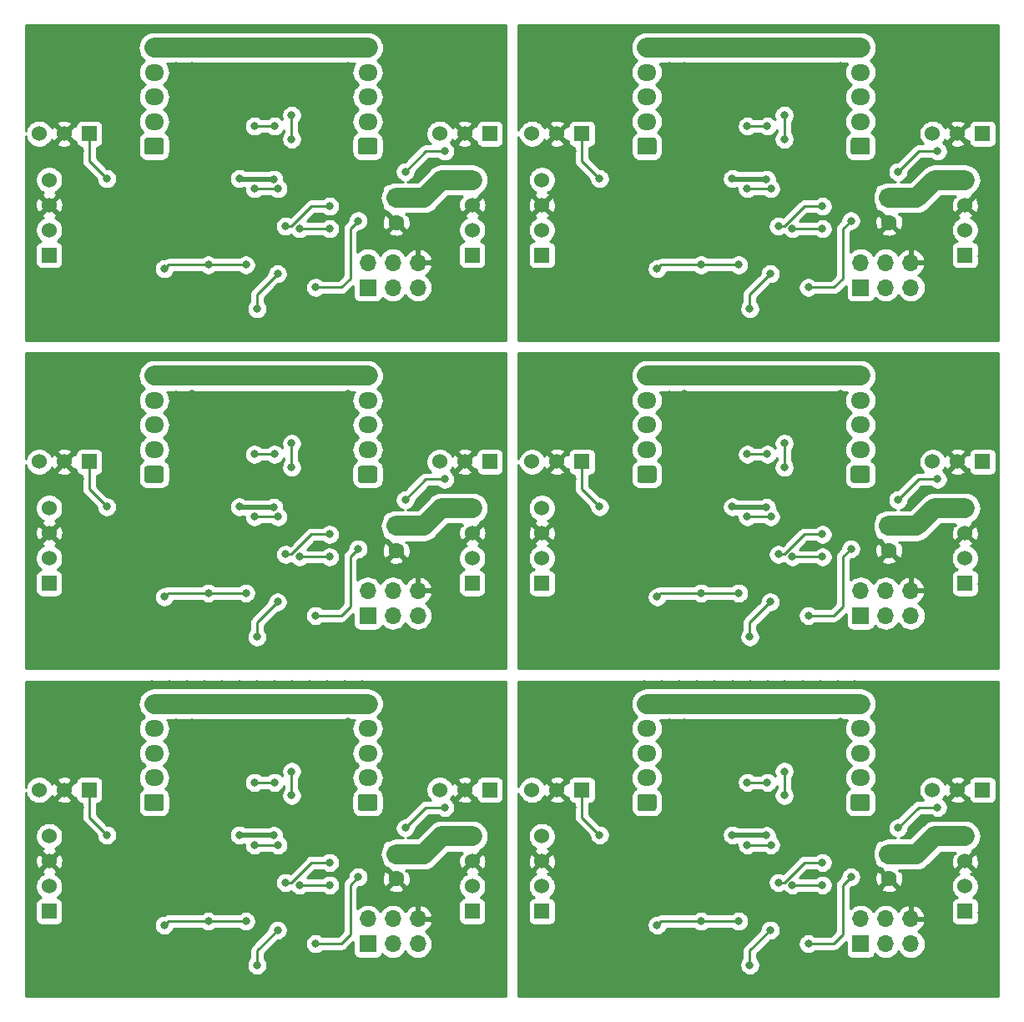
<source format=gbr>
G04 #@! TF.GenerationSoftware,KiCad,Pcbnew,(5.1.0-0)*
G04 #@! TF.CreationDate,2019-05-03T14:04:24-05:00*
G04 #@! TF.ProjectId,panelized,70616e65-6c69-47a6-9564-2e6b69636164,rev?*
G04 #@! TF.SameCoordinates,Original*
G04 #@! TF.FileFunction,Copper,L2,Bot*
G04 #@! TF.FilePolarity,Positive*
%FSLAX46Y46*%
G04 Gerber Fmt 4.6, Leading zero omitted, Abs format (unit mm)*
G04 Created by KiCad (PCBNEW (5.1.0-0)) date 2019-05-03 14:04:24*
%MOMM*%
%LPD*%
G04 APERTURE LIST*
%ADD10C,1.524000*%
%ADD11R,1.524000X1.524000*%
%ADD12C,0.100000*%
%ADD13C,1.700000*%
%ADD14O,1.950000X1.700000*%
%ADD15O,1.700000X1.700000*%
%ADD16R,1.700000X1.700000*%
%ADD17C,1.530000*%
%ADD18R,1.530000X1.530000*%
%ADD19R,1.600000X1.600000*%
%ADD20C,1.600000*%
%ADD21C,6.400000*%
%ADD22C,0.800000*%
%ADD23C,0.250000*%
%ADD24C,0.500000*%
%ADD25C,2.000000*%
%ADD26C,0.254000*%
G04 APERTURE END LIST*
D10*
X152019200Y-45085200D03*
X154559200Y-45085200D03*
D11*
X157099200Y-45085200D03*
D12*
G36*
X186093504Y-45506404D02*
G01*
X186117773Y-45510004D01*
X186141571Y-45515965D01*
X186164671Y-45524230D01*
X186186849Y-45534720D01*
X186207893Y-45547333D01*
X186227598Y-45561947D01*
X186245777Y-45578423D01*
X186262253Y-45596602D01*
X186276867Y-45616307D01*
X186289480Y-45637351D01*
X186299970Y-45659529D01*
X186308235Y-45682629D01*
X186314196Y-45706427D01*
X186317796Y-45730696D01*
X186319000Y-45755200D01*
X186319000Y-46955200D01*
X186317796Y-46979704D01*
X186314196Y-47003973D01*
X186308235Y-47027771D01*
X186299970Y-47050871D01*
X186289480Y-47073049D01*
X186276867Y-47094093D01*
X186262253Y-47113798D01*
X186245777Y-47131977D01*
X186227598Y-47148453D01*
X186207893Y-47163067D01*
X186186849Y-47175680D01*
X186164671Y-47186170D01*
X186141571Y-47194435D01*
X186117773Y-47200396D01*
X186093504Y-47203996D01*
X186069000Y-47205200D01*
X184619000Y-47205200D01*
X184594496Y-47203996D01*
X184570227Y-47200396D01*
X184546429Y-47194435D01*
X184523329Y-47186170D01*
X184501151Y-47175680D01*
X184480107Y-47163067D01*
X184460402Y-47148453D01*
X184442223Y-47131977D01*
X184425747Y-47113798D01*
X184411133Y-47094093D01*
X184398520Y-47073049D01*
X184388030Y-47050871D01*
X184379765Y-47027771D01*
X184373804Y-47003973D01*
X184370204Y-46979704D01*
X184369000Y-46955200D01*
X184369000Y-45755200D01*
X184370204Y-45730696D01*
X184373804Y-45706427D01*
X184379765Y-45682629D01*
X184388030Y-45659529D01*
X184398520Y-45637351D01*
X184411133Y-45616307D01*
X184425747Y-45596602D01*
X184442223Y-45578423D01*
X184460402Y-45561947D01*
X184480107Y-45547333D01*
X184501151Y-45534720D01*
X184523329Y-45524230D01*
X184546429Y-45515965D01*
X184570227Y-45510004D01*
X184594496Y-45506404D01*
X184619000Y-45505200D01*
X186069000Y-45505200D01*
X186093504Y-45506404D01*
X186093504Y-45506404D01*
G37*
D13*
X185344000Y-46355200D03*
D14*
X185344000Y-43855200D03*
X185344000Y-41355200D03*
X185344000Y-38855200D03*
X185344000Y-36355200D03*
X163677800Y-36355200D03*
X163677800Y-38855200D03*
X163677800Y-41355200D03*
X163677800Y-43855200D03*
D12*
G36*
X164427304Y-45506404D02*
G01*
X164451573Y-45510004D01*
X164475371Y-45515965D01*
X164498471Y-45524230D01*
X164520649Y-45534720D01*
X164541693Y-45547333D01*
X164561398Y-45561947D01*
X164579577Y-45578423D01*
X164596053Y-45596602D01*
X164610667Y-45616307D01*
X164623280Y-45637351D01*
X164633770Y-45659529D01*
X164642035Y-45682629D01*
X164647996Y-45706427D01*
X164651596Y-45730696D01*
X164652800Y-45755200D01*
X164652800Y-46955200D01*
X164651596Y-46979704D01*
X164647996Y-47003973D01*
X164642035Y-47027771D01*
X164633770Y-47050871D01*
X164623280Y-47073049D01*
X164610667Y-47094093D01*
X164596053Y-47113798D01*
X164579577Y-47131977D01*
X164561398Y-47148453D01*
X164541693Y-47163067D01*
X164520649Y-47175680D01*
X164498471Y-47186170D01*
X164475371Y-47194435D01*
X164451573Y-47200396D01*
X164427304Y-47203996D01*
X164402800Y-47205200D01*
X162952800Y-47205200D01*
X162928296Y-47203996D01*
X162904027Y-47200396D01*
X162880229Y-47194435D01*
X162857129Y-47186170D01*
X162834951Y-47175680D01*
X162813907Y-47163067D01*
X162794202Y-47148453D01*
X162776023Y-47131977D01*
X162759547Y-47113798D01*
X162744933Y-47094093D01*
X162732320Y-47073049D01*
X162721830Y-47050871D01*
X162713565Y-47027771D01*
X162707604Y-47003973D01*
X162704004Y-46979704D01*
X162702800Y-46955200D01*
X162702800Y-45755200D01*
X162704004Y-45730696D01*
X162707604Y-45706427D01*
X162713565Y-45682629D01*
X162721830Y-45659529D01*
X162732320Y-45637351D01*
X162744933Y-45616307D01*
X162759547Y-45596602D01*
X162776023Y-45578423D01*
X162794202Y-45561947D01*
X162813907Y-45547333D01*
X162834951Y-45534720D01*
X162857129Y-45524230D01*
X162880229Y-45515965D01*
X162904027Y-45510004D01*
X162928296Y-45506404D01*
X162952800Y-45505200D01*
X164402800Y-45505200D01*
X164427304Y-45506404D01*
X164427304Y-45506404D01*
G37*
D13*
X163677800Y-46355200D03*
D15*
X190449400Y-58166200D03*
X190449400Y-60706200D03*
X187909400Y-58166200D03*
X187909400Y-60706200D03*
X185369400Y-58166200D03*
D16*
X185369400Y-60706200D03*
D17*
X195961200Y-54861200D03*
D18*
X195961200Y-57401200D03*
D17*
X195961200Y-52321200D03*
X195961200Y-49781200D03*
D19*
X138252400Y-51587600D03*
D20*
X138252400Y-54087600D03*
D21*
X145974000Y-62611200D03*
X104064000Y-37465200D03*
X104064000Y-62611200D03*
X145974000Y-37465200D03*
D10*
X142672000Y-45085200D03*
X145212000Y-45085200D03*
D11*
X147752000Y-45085200D03*
X107112000Y-45085200D03*
D10*
X104572000Y-45085200D03*
X102032000Y-45085200D03*
D14*
X135356800Y-36355200D03*
X135356800Y-38855200D03*
X135356800Y-41355200D03*
X135356800Y-43855200D03*
D12*
G36*
X136106304Y-45506404D02*
G01*
X136130573Y-45510004D01*
X136154371Y-45515965D01*
X136177471Y-45524230D01*
X136199649Y-45534720D01*
X136220693Y-45547333D01*
X136240398Y-45561947D01*
X136258577Y-45578423D01*
X136275053Y-45596602D01*
X136289667Y-45616307D01*
X136302280Y-45637351D01*
X136312770Y-45659529D01*
X136321035Y-45682629D01*
X136326996Y-45706427D01*
X136330596Y-45730696D01*
X136331800Y-45755200D01*
X136331800Y-46955200D01*
X136330596Y-46979704D01*
X136326996Y-47003973D01*
X136321035Y-47027771D01*
X136312770Y-47050871D01*
X136302280Y-47073049D01*
X136289667Y-47094093D01*
X136275053Y-47113798D01*
X136258577Y-47131977D01*
X136240398Y-47148453D01*
X136220693Y-47163067D01*
X136199649Y-47175680D01*
X136177471Y-47186170D01*
X136154371Y-47194435D01*
X136130573Y-47200396D01*
X136106304Y-47203996D01*
X136081800Y-47205200D01*
X134631800Y-47205200D01*
X134607296Y-47203996D01*
X134583027Y-47200396D01*
X134559229Y-47194435D01*
X134536129Y-47186170D01*
X134513951Y-47175680D01*
X134492907Y-47163067D01*
X134473202Y-47148453D01*
X134455023Y-47131977D01*
X134438547Y-47113798D01*
X134423933Y-47094093D01*
X134411320Y-47073049D01*
X134400830Y-47050871D01*
X134392565Y-47027771D01*
X134386604Y-47003973D01*
X134383004Y-46979704D01*
X134381800Y-46955200D01*
X134381800Y-45755200D01*
X134383004Y-45730696D01*
X134386604Y-45706427D01*
X134392565Y-45682629D01*
X134400830Y-45659529D01*
X134411320Y-45637351D01*
X134423933Y-45616307D01*
X134438547Y-45596602D01*
X134455023Y-45578423D01*
X134473202Y-45561947D01*
X134492907Y-45547333D01*
X134513951Y-45534720D01*
X134536129Y-45524230D01*
X134559229Y-45515965D01*
X134583027Y-45510004D01*
X134607296Y-45506404D01*
X134631800Y-45505200D01*
X136081800Y-45505200D01*
X136106304Y-45506404D01*
X136106304Y-45506404D01*
G37*
D13*
X135356800Y-46355200D03*
D12*
G36*
X114440104Y-45506404D02*
G01*
X114464373Y-45510004D01*
X114488171Y-45515965D01*
X114511271Y-45524230D01*
X114533449Y-45534720D01*
X114554493Y-45547333D01*
X114574198Y-45561947D01*
X114592377Y-45578423D01*
X114608853Y-45596602D01*
X114623467Y-45616307D01*
X114636080Y-45637351D01*
X114646570Y-45659529D01*
X114654835Y-45682629D01*
X114660796Y-45706427D01*
X114664396Y-45730696D01*
X114665600Y-45755200D01*
X114665600Y-46955200D01*
X114664396Y-46979704D01*
X114660796Y-47003973D01*
X114654835Y-47027771D01*
X114646570Y-47050871D01*
X114636080Y-47073049D01*
X114623467Y-47094093D01*
X114608853Y-47113798D01*
X114592377Y-47131977D01*
X114574198Y-47148453D01*
X114554493Y-47163067D01*
X114533449Y-47175680D01*
X114511271Y-47186170D01*
X114488171Y-47194435D01*
X114464373Y-47200396D01*
X114440104Y-47203996D01*
X114415600Y-47205200D01*
X112965600Y-47205200D01*
X112941096Y-47203996D01*
X112916827Y-47200396D01*
X112893029Y-47194435D01*
X112869929Y-47186170D01*
X112847751Y-47175680D01*
X112826707Y-47163067D01*
X112807002Y-47148453D01*
X112788823Y-47131977D01*
X112772347Y-47113798D01*
X112757733Y-47094093D01*
X112745120Y-47073049D01*
X112734630Y-47050871D01*
X112726365Y-47027771D01*
X112720404Y-47003973D01*
X112716804Y-46979704D01*
X112715600Y-46955200D01*
X112715600Y-45755200D01*
X112716804Y-45730696D01*
X112720404Y-45706427D01*
X112726365Y-45682629D01*
X112734630Y-45659529D01*
X112745120Y-45637351D01*
X112757733Y-45616307D01*
X112772347Y-45596602D01*
X112788823Y-45578423D01*
X112807002Y-45561947D01*
X112826707Y-45547333D01*
X112847751Y-45534720D01*
X112869929Y-45524230D01*
X112893029Y-45515965D01*
X112916827Y-45510004D01*
X112941096Y-45506404D01*
X112965600Y-45505200D01*
X114415600Y-45505200D01*
X114440104Y-45506404D01*
X114440104Y-45506404D01*
G37*
D13*
X113690600Y-46355200D03*
D14*
X113690600Y-43855200D03*
X113690600Y-41355200D03*
X113690600Y-38855200D03*
X113690600Y-36355200D03*
D16*
X135382200Y-60706200D03*
D15*
X135382200Y-58166200D03*
X137922200Y-60706200D03*
X137922200Y-58166200D03*
X140462200Y-60706200D03*
X140462200Y-58166200D03*
D17*
X145974000Y-49781200D03*
X145974000Y-52321200D03*
D18*
X145974000Y-57401200D03*
D17*
X145974000Y-54861200D03*
X103048000Y-49781200D03*
X103048000Y-52321200D03*
D18*
X103048000Y-57401200D03*
D17*
X103048000Y-54861200D03*
X153035200Y-54861200D03*
D18*
X153035200Y-57401200D03*
D17*
X153035200Y-52321200D03*
X153035200Y-49781200D03*
D20*
X188239600Y-54087600D03*
D19*
X188239600Y-51587600D03*
D21*
X195961200Y-62611200D03*
X154051200Y-37465200D03*
X154051200Y-62611200D03*
X195961200Y-37465200D03*
D11*
X197739200Y-45085200D03*
D10*
X195199200Y-45085200D03*
X192659200Y-45085200D03*
D16*
X185369400Y-94005600D03*
D15*
X185369400Y-91465600D03*
X187909400Y-94005600D03*
X187909400Y-91465600D03*
X190449400Y-94005600D03*
X190449400Y-91465600D03*
D17*
X195961200Y-83080600D03*
X195961200Y-85620600D03*
D18*
X195961200Y-90700600D03*
D17*
X195961200Y-88160600D03*
D20*
X138252400Y-87387000D03*
D19*
X138252400Y-84887000D03*
D21*
X145974000Y-95910600D03*
X104064000Y-70764600D03*
X104064000Y-95910600D03*
X145974000Y-70764600D03*
D11*
X147752000Y-78384600D03*
D10*
X145212000Y-78384600D03*
X142672000Y-78384600D03*
X102032000Y-78384600D03*
X104572000Y-78384600D03*
D11*
X107112000Y-78384600D03*
D12*
G36*
X136106304Y-78805804D02*
G01*
X136130573Y-78809404D01*
X136154371Y-78815365D01*
X136177471Y-78823630D01*
X136199649Y-78834120D01*
X136220693Y-78846733D01*
X136240398Y-78861347D01*
X136258577Y-78877823D01*
X136275053Y-78896002D01*
X136289667Y-78915707D01*
X136302280Y-78936751D01*
X136312770Y-78958929D01*
X136321035Y-78982029D01*
X136326996Y-79005827D01*
X136330596Y-79030096D01*
X136331800Y-79054600D01*
X136331800Y-80254600D01*
X136330596Y-80279104D01*
X136326996Y-80303373D01*
X136321035Y-80327171D01*
X136312770Y-80350271D01*
X136302280Y-80372449D01*
X136289667Y-80393493D01*
X136275053Y-80413198D01*
X136258577Y-80431377D01*
X136240398Y-80447853D01*
X136220693Y-80462467D01*
X136199649Y-80475080D01*
X136177471Y-80485570D01*
X136154371Y-80493835D01*
X136130573Y-80499796D01*
X136106304Y-80503396D01*
X136081800Y-80504600D01*
X134631800Y-80504600D01*
X134607296Y-80503396D01*
X134583027Y-80499796D01*
X134559229Y-80493835D01*
X134536129Y-80485570D01*
X134513951Y-80475080D01*
X134492907Y-80462467D01*
X134473202Y-80447853D01*
X134455023Y-80431377D01*
X134438547Y-80413198D01*
X134423933Y-80393493D01*
X134411320Y-80372449D01*
X134400830Y-80350271D01*
X134392565Y-80327171D01*
X134386604Y-80303373D01*
X134383004Y-80279104D01*
X134381800Y-80254600D01*
X134381800Y-79054600D01*
X134383004Y-79030096D01*
X134386604Y-79005827D01*
X134392565Y-78982029D01*
X134400830Y-78958929D01*
X134411320Y-78936751D01*
X134423933Y-78915707D01*
X134438547Y-78896002D01*
X134455023Y-78877823D01*
X134473202Y-78861347D01*
X134492907Y-78846733D01*
X134513951Y-78834120D01*
X134536129Y-78823630D01*
X134559229Y-78815365D01*
X134583027Y-78809404D01*
X134607296Y-78805804D01*
X134631800Y-78804600D01*
X136081800Y-78804600D01*
X136106304Y-78805804D01*
X136106304Y-78805804D01*
G37*
D13*
X135356800Y-79654600D03*
D14*
X135356800Y-77154600D03*
X135356800Y-74654600D03*
X135356800Y-72154600D03*
X135356800Y-69654600D03*
X113690600Y-69654600D03*
X113690600Y-72154600D03*
X113690600Y-74654600D03*
X113690600Y-77154600D03*
D12*
G36*
X114440104Y-78805804D02*
G01*
X114464373Y-78809404D01*
X114488171Y-78815365D01*
X114511271Y-78823630D01*
X114533449Y-78834120D01*
X114554493Y-78846733D01*
X114574198Y-78861347D01*
X114592377Y-78877823D01*
X114608853Y-78896002D01*
X114623467Y-78915707D01*
X114636080Y-78936751D01*
X114646570Y-78958929D01*
X114654835Y-78982029D01*
X114660796Y-79005827D01*
X114664396Y-79030096D01*
X114665600Y-79054600D01*
X114665600Y-80254600D01*
X114664396Y-80279104D01*
X114660796Y-80303373D01*
X114654835Y-80327171D01*
X114646570Y-80350271D01*
X114636080Y-80372449D01*
X114623467Y-80393493D01*
X114608853Y-80413198D01*
X114592377Y-80431377D01*
X114574198Y-80447853D01*
X114554493Y-80462467D01*
X114533449Y-80475080D01*
X114511271Y-80485570D01*
X114488171Y-80493835D01*
X114464373Y-80499796D01*
X114440104Y-80503396D01*
X114415600Y-80504600D01*
X112965600Y-80504600D01*
X112941096Y-80503396D01*
X112916827Y-80499796D01*
X112893029Y-80493835D01*
X112869929Y-80485570D01*
X112847751Y-80475080D01*
X112826707Y-80462467D01*
X112807002Y-80447853D01*
X112788823Y-80431377D01*
X112772347Y-80413198D01*
X112757733Y-80393493D01*
X112745120Y-80372449D01*
X112734630Y-80350271D01*
X112726365Y-80327171D01*
X112720404Y-80303373D01*
X112716804Y-80279104D01*
X112715600Y-80254600D01*
X112715600Y-79054600D01*
X112716804Y-79030096D01*
X112720404Y-79005827D01*
X112726365Y-78982029D01*
X112734630Y-78958929D01*
X112745120Y-78936751D01*
X112757733Y-78915707D01*
X112772347Y-78896002D01*
X112788823Y-78877823D01*
X112807002Y-78861347D01*
X112826707Y-78846733D01*
X112847751Y-78834120D01*
X112869929Y-78823630D01*
X112893029Y-78815365D01*
X112916827Y-78809404D01*
X112941096Y-78805804D01*
X112965600Y-78804600D01*
X114415600Y-78804600D01*
X114440104Y-78805804D01*
X114440104Y-78805804D01*
G37*
D13*
X113690600Y-79654600D03*
D15*
X140462200Y-91465600D03*
X140462200Y-94005600D03*
X137922200Y-91465600D03*
X137922200Y-94005600D03*
X135382200Y-91465600D03*
D16*
X135382200Y-94005600D03*
D17*
X145974000Y-88160600D03*
D18*
X145974000Y-90700600D03*
D17*
X145974000Y-85620600D03*
X145974000Y-83080600D03*
X103048000Y-88160600D03*
D18*
X103048000Y-90700600D03*
D17*
X103048000Y-85620600D03*
X103048000Y-83080600D03*
X153035200Y-83080600D03*
X153035200Y-85620600D03*
D18*
X153035200Y-90700600D03*
D17*
X153035200Y-88160600D03*
D19*
X188239600Y-84887000D03*
D20*
X188239600Y-87387000D03*
D21*
X195961200Y-95910600D03*
X154051200Y-70764600D03*
X154051200Y-95910600D03*
X195961200Y-70764600D03*
D10*
X192659200Y-78384600D03*
X195199200Y-78384600D03*
D11*
X197739200Y-78384600D03*
X157099200Y-78384600D03*
D10*
X154559200Y-78384600D03*
X152019200Y-78384600D03*
D14*
X185344000Y-69654600D03*
X185344000Y-72154600D03*
X185344000Y-74654600D03*
X185344000Y-77154600D03*
D12*
G36*
X186093504Y-78805804D02*
G01*
X186117773Y-78809404D01*
X186141571Y-78815365D01*
X186164671Y-78823630D01*
X186186849Y-78834120D01*
X186207893Y-78846733D01*
X186227598Y-78861347D01*
X186245777Y-78877823D01*
X186262253Y-78896002D01*
X186276867Y-78915707D01*
X186289480Y-78936751D01*
X186299970Y-78958929D01*
X186308235Y-78982029D01*
X186314196Y-79005827D01*
X186317796Y-79030096D01*
X186319000Y-79054600D01*
X186319000Y-80254600D01*
X186317796Y-80279104D01*
X186314196Y-80303373D01*
X186308235Y-80327171D01*
X186299970Y-80350271D01*
X186289480Y-80372449D01*
X186276867Y-80393493D01*
X186262253Y-80413198D01*
X186245777Y-80431377D01*
X186227598Y-80447853D01*
X186207893Y-80462467D01*
X186186849Y-80475080D01*
X186164671Y-80485570D01*
X186141571Y-80493835D01*
X186117773Y-80499796D01*
X186093504Y-80503396D01*
X186069000Y-80504600D01*
X184619000Y-80504600D01*
X184594496Y-80503396D01*
X184570227Y-80499796D01*
X184546429Y-80493835D01*
X184523329Y-80485570D01*
X184501151Y-80475080D01*
X184480107Y-80462467D01*
X184460402Y-80447853D01*
X184442223Y-80431377D01*
X184425747Y-80413198D01*
X184411133Y-80393493D01*
X184398520Y-80372449D01*
X184388030Y-80350271D01*
X184379765Y-80327171D01*
X184373804Y-80303373D01*
X184370204Y-80279104D01*
X184369000Y-80254600D01*
X184369000Y-79054600D01*
X184370204Y-79030096D01*
X184373804Y-79005827D01*
X184379765Y-78982029D01*
X184388030Y-78958929D01*
X184398520Y-78936751D01*
X184411133Y-78915707D01*
X184425747Y-78896002D01*
X184442223Y-78877823D01*
X184460402Y-78861347D01*
X184480107Y-78846733D01*
X184501151Y-78834120D01*
X184523329Y-78823630D01*
X184546429Y-78815365D01*
X184570227Y-78809404D01*
X184594496Y-78805804D01*
X184619000Y-78804600D01*
X186069000Y-78804600D01*
X186093504Y-78805804D01*
X186093504Y-78805804D01*
G37*
D13*
X185344000Y-79654600D03*
D12*
G36*
X164427304Y-78805804D02*
G01*
X164451573Y-78809404D01*
X164475371Y-78815365D01*
X164498471Y-78823630D01*
X164520649Y-78834120D01*
X164541693Y-78846733D01*
X164561398Y-78861347D01*
X164579577Y-78877823D01*
X164596053Y-78896002D01*
X164610667Y-78915707D01*
X164623280Y-78936751D01*
X164633770Y-78958929D01*
X164642035Y-78982029D01*
X164647996Y-79005827D01*
X164651596Y-79030096D01*
X164652800Y-79054600D01*
X164652800Y-80254600D01*
X164651596Y-80279104D01*
X164647996Y-80303373D01*
X164642035Y-80327171D01*
X164633770Y-80350271D01*
X164623280Y-80372449D01*
X164610667Y-80393493D01*
X164596053Y-80413198D01*
X164579577Y-80431377D01*
X164561398Y-80447853D01*
X164541693Y-80462467D01*
X164520649Y-80475080D01*
X164498471Y-80485570D01*
X164475371Y-80493835D01*
X164451573Y-80499796D01*
X164427304Y-80503396D01*
X164402800Y-80504600D01*
X162952800Y-80504600D01*
X162928296Y-80503396D01*
X162904027Y-80499796D01*
X162880229Y-80493835D01*
X162857129Y-80485570D01*
X162834951Y-80475080D01*
X162813907Y-80462467D01*
X162794202Y-80447853D01*
X162776023Y-80431377D01*
X162759547Y-80413198D01*
X162744933Y-80393493D01*
X162732320Y-80372449D01*
X162721830Y-80350271D01*
X162713565Y-80327171D01*
X162707604Y-80303373D01*
X162704004Y-80279104D01*
X162702800Y-80254600D01*
X162702800Y-79054600D01*
X162704004Y-79030096D01*
X162707604Y-79005827D01*
X162713565Y-78982029D01*
X162721830Y-78958929D01*
X162732320Y-78936751D01*
X162744933Y-78915707D01*
X162759547Y-78896002D01*
X162776023Y-78877823D01*
X162794202Y-78861347D01*
X162813907Y-78846733D01*
X162834951Y-78834120D01*
X162857129Y-78823630D01*
X162880229Y-78815365D01*
X162904027Y-78809404D01*
X162928296Y-78805804D01*
X162952800Y-78804600D01*
X164402800Y-78804600D01*
X164427304Y-78805804D01*
X164427304Y-78805804D01*
G37*
D13*
X163677800Y-79654600D03*
D14*
X163677800Y-77154600D03*
X163677800Y-74654600D03*
X163677800Y-72154600D03*
X163677800Y-69654600D03*
D20*
X188239600Y-120686400D03*
D19*
X188239600Y-118186400D03*
D21*
X195961200Y-129210000D03*
X154051200Y-104064000D03*
X154051200Y-129210000D03*
X195961200Y-104064000D03*
D11*
X197739200Y-111684000D03*
D10*
X195199200Y-111684000D03*
X192659200Y-111684000D03*
X152019200Y-111684000D03*
X154559200Y-111684000D03*
D11*
X157099200Y-111684000D03*
D12*
G36*
X186093504Y-112105204D02*
G01*
X186117773Y-112108804D01*
X186141571Y-112114765D01*
X186164671Y-112123030D01*
X186186849Y-112133520D01*
X186207893Y-112146133D01*
X186227598Y-112160747D01*
X186245777Y-112177223D01*
X186262253Y-112195402D01*
X186276867Y-112215107D01*
X186289480Y-112236151D01*
X186299970Y-112258329D01*
X186308235Y-112281429D01*
X186314196Y-112305227D01*
X186317796Y-112329496D01*
X186319000Y-112354000D01*
X186319000Y-113554000D01*
X186317796Y-113578504D01*
X186314196Y-113602773D01*
X186308235Y-113626571D01*
X186299970Y-113649671D01*
X186289480Y-113671849D01*
X186276867Y-113692893D01*
X186262253Y-113712598D01*
X186245777Y-113730777D01*
X186227598Y-113747253D01*
X186207893Y-113761867D01*
X186186849Y-113774480D01*
X186164671Y-113784970D01*
X186141571Y-113793235D01*
X186117773Y-113799196D01*
X186093504Y-113802796D01*
X186069000Y-113804000D01*
X184619000Y-113804000D01*
X184594496Y-113802796D01*
X184570227Y-113799196D01*
X184546429Y-113793235D01*
X184523329Y-113784970D01*
X184501151Y-113774480D01*
X184480107Y-113761867D01*
X184460402Y-113747253D01*
X184442223Y-113730777D01*
X184425747Y-113712598D01*
X184411133Y-113692893D01*
X184398520Y-113671849D01*
X184388030Y-113649671D01*
X184379765Y-113626571D01*
X184373804Y-113602773D01*
X184370204Y-113578504D01*
X184369000Y-113554000D01*
X184369000Y-112354000D01*
X184370204Y-112329496D01*
X184373804Y-112305227D01*
X184379765Y-112281429D01*
X184388030Y-112258329D01*
X184398520Y-112236151D01*
X184411133Y-112215107D01*
X184425747Y-112195402D01*
X184442223Y-112177223D01*
X184460402Y-112160747D01*
X184480107Y-112146133D01*
X184501151Y-112133520D01*
X184523329Y-112123030D01*
X184546429Y-112114765D01*
X184570227Y-112108804D01*
X184594496Y-112105204D01*
X184619000Y-112104000D01*
X186069000Y-112104000D01*
X186093504Y-112105204D01*
X186093504Y-112105204D01*
G37*
D13*
X185344000Y-112954000D03*
D14*
X185344000Y-110454000D03*
X185344000Y-107954000D03*
X185344000Y-105454000D03*
X185344000Y-102954000D03*
X163677800Y-102954000D03*
X163677800Y-105454000D03*
X163677800Y-107954000D03*
X163677800Y-110454000D03*
D12*
G36*
X164427304Y-112105204D02*
G01*
X164451573Y-112108804D01*
X164475371Y-112114765D01*
X164498471Y-112123030D01*
X164520649Y-112133520D01*
X164541693Y-112146133D01*
X164561398Y-112160747D01*
X164579577Y-112177223D01*
X164596053Y-112195402D01*
X164610667Y-112215107D01*
X164623280Y-112236151D01*
X164633770Y-112258329D01*
X164642035Y-112281429D01*
X164647996Y-112305227D01*
X164651596Y-112329496D01*
X164652800Y-112354000D01*
X164652800Y-113554000D01*
X164651596Y-113578504D01*
X164647996Y-113602773D01*
X164642035Y-113626571D01*
X164633770Y-113649671D01*
X164623280Y-113671849D01*
X164610667Y-113692893D01*
X164596053Y-113712598D01*
X164579577Y-113730777D01*
X164561398Y-113747253D01*
X164541693Y-113761867D01*
X164520649Y-113774480D01*
X164498471Y-113784970D01*
X164475371Y-113793235D01*
X164451573Y-113799196D01*
X164427304Y-113802796D01*
X164402800Y-113804000D01*
X162952800Y-113804000D01*
X162928296Y-113802796D01*
X162904027Y-113799196D01*
X162880229Y-113793235D01*
X162857129Y-113784970D01*
X162834951Y-113774480D01*
X162813907Y-113761867D01*
X162794202Y-113747253D01*
X162776023Y-113730777D01*
X162759547Y-113712598D01*
X162744933Y-113692893D01*
X162732320Y-113671849D01*
X162721830Y-113649671D01*
X162713565Y-113626571D01*
X162707604Y-113602773D01*
X162704004Y-113578504D01*
X162702800Y-113554000D01*
X162702800Y-112354000D01*
X162704004Y-112329496D01*
X162707604Y-112305227D01*
X162713565Y-112281429D01*
X162721830Y-112258329D01*
X162732320Y-112236151D01*
X162744933Y-112215107D01*
X162759547Y-112195402D01*
X162776023Y-112177223D01*
X162794202Y-112160747D01*
X162813907Y-112146133D01*
X162834951Y-112133520D01*
X162857129Y-112123030D01*
X162880229Y-112114765D01*
X162904027Y-112108804D01*
X162928296Y-112105204D01*
X162952800Y-112104000D01*
X164402800Y-112104000D01*
X164427304Y-112105204D01*
X164427304Y-112105204D01*
G37*
D13*
X163677800Y-112954000D03*
D15*
X190449400Y-124765000D03*
X190449400Y-127305000D03*
X187909400Y-124765000D03*
X187909400Y-127305000D03*
X185369400Y-124765000D03*
D16*
X185369400Y-127305000D03*
D17*
X195961200Y-121460000D03*
D18*
X195961200Y-124000000D03*
D17*
X195961200Y-118920000D03*
X195961200Y-116380000D03*
X153035200Y-121460000D03*
D18*
X153035200Y-124000000D03*
D17*
X153035200Y-118920000D03*
X153035200Y-116380000D03*
X103048000Y-116380000D03*
X103048000Y-118920000D03*
D18*
X103048000Y-124000000D03*
D17*
X103048000Y-121460000D03*
X145974000Y-116380000D03*
X145974000Y-118920000D03*
D18*
X145974000Y-124000000D03*
D17*
X145974000Y-121460000D03*
D16*
X135382200Y-127305000D03*
D15*
X135382200Y-124765000D03*
X137922200Y-127305000D03*
X137922200Y-124765000D03*
X140462200Y-127305000D03*
X140462200Y-124765000D03*
D12*
G36*
X114440104Y-112105204D02*
G01*
X114464373Y-112108804D01*
X114488171Y-112114765D01*
X114511271Y-112123030D01*
X114533449Y-112133520D01*
X114554493Y-112146133D01*
X114574198Y-112160747D01*
X114592377Y-112177223D01*
X114608853Y-112195402D01*
X114623467Y-112215107D01*
X114636080Y-112236151D01*
X114646570Y-112258329D01*
X114654835Y-112281429D01*
X114660796Y-112305227D01*
X114664396Y-112329496D01*
X114665600Y-112354000D01*
X114665600Y-113554000D01*
X114664396Y-113578504D01*
X114660796Y-113602773D01*
X114654835Y-113626571D01*
X114646570Y-113649671D01*
X114636080Y-113671849D01*
X114623467Y-113692893D01*
X114608853Y-113712598D01*
X114592377Y-113730777D01*
X114574198Y-113747253D01*
X114554493Y-113761867D01*
X114533449Y-113774480D01*
X114511271Y-113784970D01*
X114488171Y-113793235D01*
X114464373Y-113799196D01*
X114440104Y-113802796D01*
X114415600Y-113804000D01*
X112965600Y-113804000D01*
X112941096Y-113802796D01*
X112916827Y-113799196D01*
X112893029Y-113793235D01*
X112869929Y-113784970D01*
X112847751Y-113774480D01*
X112826707Y-113761867D01*
X112807002Y-113747253D01*
X112788823Y-113730777D01*
X112772347Y-113712598D01*
X112757733Y-113692893D01*
X112745120Y-113671849D01*
X112734630Y-113649671D01*
X112726365Y-113626571D01*
X112720404Y-113602773D01*
X112716804Y-113578504D01*
X112715600Y-113554000D01*
X112715600Y-112354000D01*
X112716804Y-112329496D01*
X112720404Y-112305227D01*
X112726365Y-112281429D01*
X112734630Y-112258329D01*
X112745120Y-112236151D01*
X112757733Y-112215107D01*
X112772347Y-112195402D01*
X112788823Y-112177223D01*
X112807002Y-112160747D01*
X112826707Y-112146133D01*
X112847751Y-112133520D01*
X112869929Y-112123030D01*
X112893029Y-112114765D01*
X112916827Y-112108804D01*
X112941096Y-112105204D01*
X112965600Y-112104000D01*
X114415600Y-112104000D01*
X114440104Y-112105204D01*
X114440104Y-112105204D01*
G37*
D13*
X113690600Y-112954000D03*
D14*
X113690600Y-110454000D03*
X113690600Y-107954000D03*
X113690600Y-105454000D03*
X113690600Y-102954000D03*
X135356800Y-102954000D03*
X135356800Y-105454000D03*
X135356800Y-107954000D03*
X135356800Y-110454000D03*
D12*
G36*
X136106304Y-112105204D02*
G01*
X136130573Y-112108804D01*
X136154371Y-112114765D01*
X136177471Y-112123030D01*
X136199649Y-112133520D01*
X136220693Y-112146133D01*
X136240398Y-112160747D01*
X136258577Y-112177223D01*
X136275053Y-112195402D01*
X136289667Y-112215107D01*
X136302280Y-112236151D01*
X136312770Y-112258329D01*
X136321035Y-112281429D01*
X136326996Y-112305227D01*
X136330596Y-112329496D01*
X136331800Y-112354000D01*
X136331800Y-113554000D01*
X136330596Y-113578504D01*
X136326996Y-113602773D01*
X136321035Y-113626571D01*
X136312770Y-113649671D01*
X136302280Y-113671849D01*
X136289667Y-113692893D01*
X136275053Y-113712598D01*
X136258577Y-113730777D01*
X136240398Y-113747253D01*
X136220693Y-113761867D01*
X136199649Y-113774480D01*
X136177471Y-113784970D01*
X136154371Y-113793235D01*
X136130573Y-113799196D01*
X136106304Y-113802796D01*
X136081800Y-113804000D01*
X134631800Y-113804000D01*
X134607296Y-113802796D01*
X134583027Y-113799196D01*
X134559229Y-113793235D01*
X134536129Y-113784970D01*
X134513951Y-113774480D01*
X134492907Y-113761867D01*
X134473202Y-113747253D01*
X134455023Y-113730777D01*
X134438547Y-113712598D01*
X134423933Y-113692893D01*
X134411320Y-113671849D01*
X134400830Y-113649671D01*
X134392565Y-113626571D01*
X134386604Y-113602773D01*
X134383004Y-113578504D01*
X134381800Y-113554000D01*
X134381800Y-112354000D01*
X134383004Y-112329496D01*
X134386604Y-112305227D01*
X134392565Y-112281429D01*
X134400830Y-112258329D01*
X134411320Y-112236151D01*
X134423933Y-112215107D01*
X134438547Y-112195402D01*
X134455023Y-112177223D01*
X134473202Y-112160747D01*
X134492907Y-112146133D01*
X134513951Y-112133520D01*
X134536129Y-112123030D01*
X134559229Y-112114765D01*
X134583027Y-112108804D01*
X134607296Y-112105204D01*
X134631800Y-112104000D01*
X136081800Y-112104000D01*
X136106304Y-112105204D01*
X136106304Y-112105204D01*
G37*
D13*
X135356800Y-112954000D03*
D11*
X107112000Y-111684000D03*
D10*
X104572000Y-111684000D03*
X102032000Y-111684000D03*
X142672000Y-111684000D03*
X145212000Y-111684000D03*
D11*
X147752000Y-111684000D03*
D21*
X145974000Y-104064000D03*
X104064000Y-129210000D03*
X104064000Y-104064000D03*
X145974000Y-129210000D03*
D19*
X138252400Y-118186400D03*
D20*
X138252400Y-120686400D03*
D22*
X107416800Y-101270000D03*
X109906000Y-101016000D03*
X111684000Y-101016000D03*
X138354000Y-101016000D03*
X140132000Y-101016000D03*
X141910000Y-101016000D03*
X143688000Y-101016000D03*
X108128000Y-102794000D03*
X109017000Y-101879600D03*
X140132000Y-102794000D03*
X141910000Y-102794000D03*
X108128000Y-104572000D03*
X141910000Y-104572000D03*
X108128000Y-106350000D03*
X141910000Y-106350000D03*
X149022000Y-106350000D03*
X101016000Y-108128000D03*
X102794000Y-108128000D03*
X104572000Y-108128000D03*
X106350000Y-108128000D03*
X108128000Y-108128000D03*
X141910000Y-108128000D03*
X143688000Y-108128000D03*
X145466000Y-108128000D03*
X147244000Y-108128000D03*
X149022000Y-108128000D03*
X101016000Y-109906000D03*
X102794000Y-109906000D03*
X104572000Y-109906000D03*
X106350000Y-109906000D03*
X108128000Y-109906000D03*
X141910000Y-109906000D03*
X143688000Y-109906000D03*
X145466000Y-109906000D03*
X147244000Y-109906000D03*
X149022000Y-109906000D03*
X102641600Y-113487400D03*
X104572000Y-113462000D03*
X106146800Y-113462000D03*
X117424400Y-113512800D03*
X122250400Y-113512800D03*
X127686000Y-113716000D03*
X110414000Y-114986000D03*
X112039600Y-114960600D03*
X113462000Y-114986000D03*
X115595600Y-114986000D03*
X117424400Y-115011400D03*
X119050000Y-115011400D03*
X120904200Y-115036800D03*
X127228800Y-114960600D03*
X148869600Y-115240000D03*
X108128000Y-117526000D03*
X113055600Y-117221200D03*
X117424400Y-117018000D03*
X119050000Y-117018000D03*
X132537400Y-117983200D03*
X134823400Y-118008600D03*
X136195000Y-117475200D03*
X148869600Y-117018000D03*
X108128000Y-118796000D03*
X112192000Y-119558000D03*
X113970000Y-119558000D03*
X148869600Y-118796000D03*
X108128000Y-120218400D03*
X112192000Y-121336000D03*
X113970000Y-121336000D03*
X148869600Y-120574000D03*
X112192000Y-123114000D03*
X113970000Y-123114000D03*
X125908000Y-122352000D03*
X127686000Y-122504400D03*
X148869600Y-122352000D03*
X148869600Y-124130000D03*
X101143000Y-126111200D03*
X148869600Y-125908000D03*
X111633200Y-128194000D03*
X111633200Y-126924000D03*
X124892000Y-130962600D03*
X108128000Y-132258000D03*
X109906000Y-132258000D03*
X111684000Y-132258000D03*
X113462000Y-132258000D03*
X115240000Y-132258000D03*
X117018000Y-132258000D03*
X118796000Y-132258000D03*
X120574000Y-132258000D03*
X122352000Y-132258000D03*
X124130000Y-132258000D03*
X125908000Y-132258000D03*
X127686000Y-132258000D03*
X129464000Y-132258000D03*
X136296600Y-116002000D03*
X134671000Y-116052800D03*
X148869600Y-113462000D03*
X147777400Y-114478000D03*
X133731200Y-116941800D03*
X133578800Y-119151600D03*
X123317200Y-123672800D03*
X115938500Y-104851400D03*
X115722600Y-113538200D03*
X117424400Y-112039600D03*
X103581400Y-114351000D03*
X105384800Y-114427200D03*
X140894000Y-111506200D03*
X112852400Y-126924000D03*
X112852400Y-128194000D03*
X112192000Y-106756400D03*
X112166600Y-109220200D03*
X117526000Y-104826000D03*
X130149800Y-114960600D03*
X128651200Y-114935200D03*
X131724600Y-115138400D03*
X122250400Y-112242800D03*
X136804600Y-106705600D03*
X136830000Y-109194800D03*
X107493000Y-130937200D03*
X106451600Y-132283400D03*
X111328400Y-117195800D03*
X115925800Y-116713200D03*
X120370800Y-116764000D03*
X118288000Y-110972800D03*
X133362900Y-104800600D03*
X104927600Y-118796000D03*
X104927600Y-120218400D03*
X106553200Y-118796000D03*
X106553200Y-120218400D03*
X106553200Y-121844000D03*
X108128000Y-121844000D03*
X108128000Y-123368000D03*
X110414000Y-123114000D03*
X110414000Y-121336000D03*
X110414000Y-119558000D03*
X119050000Y-118796000D03*
X117424400Y-118796000D03*
X117424400Y-120574000D03*
X118288000Y-123622000D03*
X141884600Y-122885400D03*
X141884600Y-121107400D03*
X143484800Y-121082000D03*
X143891200Y-119659600D03*
X137109400Y-121818600D03*
X136144200Y-120777200D03*
X141960800Y-132232600D03*
X136626800Y-132308800D03*
X140182800Y-132232600D03*
X140182800Y-130530800D03*
X141960800Y-130530800D03*
X138404800Y-130505400D03*
X138404800Y-132232600D03*
X134848800Y-132232600D03*
X133070800Y-132232600D03*
X131292800Y-132232600D03*
X134848800Y-130505400D03*
X133070800Y-130505400D03*
X136626800Y-130505400D03*
X119659600Y-130962600D03*
X123215600Y-130962600D03*
X121437600Y-130962600D03*
X117881600Y-130962600D03*
X140309800Y-122885400D03*
X140309800Y-121107400D03*
X143230800Y-122453600D03*
X138506400Y-122428200D03*
X147650400Y-124130000D03*
X147650400Y-125908000D03*
X147650400Y-122352000D03*
X147650400Y-120574000D03*
X147650400Y-118796000D03*
X133223200Y-113157200D03*
X111506200Y-114020800D03*
X125730200Y-107543800D03*
X124193500Y-107505700D03*
X124955500Y-108826500D03*
X124917400Y-106184900D03*
X126492200Y-106159500D03*
X124117300Y-104978400D03*
X125742900Y-104978400D03*
X113436600Y-100990600D03*
X115214600Y-100990600D03*
X116992600Y-100990600D03*
X118770600Y-100990600D03*
X120548600Y-100990600D03*
X127686000Y-100965200D03*
X125933400Y-100965200D03*
X124155400Y-100965200D03*
X122377400Y-100965200D03*
X131267400Y-100965200D03*
X136601400Y-101016000D03*
X129489400Y-100965200D03*
X134798000Y-100965200D03*
X133045400Y-100965200D03*
X179451200Y-132258000D03*
X186283800Y-116002000D03*
X184658200Y-116052800D03*
X198856800Y-113462000D03*
X197764600Y-114478000D03*
X183718400Y-116941800D03*
X183566000Y-119151600D03*
X173304400Y-123672800D03*
X165925700Y-104851400D03*
X165709800Y-113538200D03*
X167411600Y-112039600D03*
X153568600Y-114351000D03*
X177673200Y-132258000D03*
X167411600Y-115011400D03*
X163957200Y-119558000D03*
X198856800Y-118796000D03*
X158115200Y-120218400D03*
X169037200Y-115011400D03*
X154559200Y-109906000D03*
X156337200Y-109906000D03*
X158115200Y-109906000D03*
X170891400Y-115036800D03*
X193675200Y-109906000D03*
X195453200Y-109906000D03*
X162179200Y-119558000D03*
X177216000Y-114960600D03*
X152628800Y-113487400D03*
X158115200Y-118796000D03*
X191897200Y-109906000D03*
X198856800Y-115240000D03*
X198856800Y-117018000D03*
X197231200Y-109906000D03*
X199009200Y-109906000D03*
X158115200Y-117526000D03*
X154559200Y-113462000D03*
X156134000Y-113462000D03*
X167411600Y-113512800D03*
X163042800Y-117221200D03*
X177673200Y-113716000D03*
X160401200Y-114986000D03*
X186182200Y-117475200D03*
X167411600Y-117018000D03*
X165582800Y-114986000D03*
X184810600Y-118008600D03*
X172237600Y-113512800D03*
X169037200Y-117018000D03*
X182524600Y-117983200D03*
X162026800Y-114960600D03*
X163449200Y-114986000D03*
X155372000Y-114427200D03*
X190881200Y-111506200D03*
X162839600Y-126924000D03*
X162839600Y-128194000D03*
X162179200Y-106756400D03*
X162153800Y-109220200D03*
X167513200Y-104826000D03*
X180137000Y-114960600D03*
X178638400Y-114935200D03*
X181711800Y-115138400D03*
X172237600Y-112242800D03*
X186791800Y-106705600D03*
X186817200Y-109194800D03*
X157480200Y-130937200D03*
X156438800Y-132283400D03*
X161315600Y-117195800D03*
X165913000Y-116713200D03*
X170358000Y-116764000D03*
X168275200Y-110972800D03*
X183350100Y-104800600D03*
X154914800Y-118796000D03*
X154914800Y-120218400D03*
X156540400Y-118796000D03*
X156540400Y-120218400D03*
X156540400Y-121844000D03*
X158115200Y-121844000D03*
X158115200Y-123368000D03*
X160401200Y-123114000D03*
X160401200Y-121336000D03*
X160401200Y-119558000D03*
X169037200Y-118796000D03*
X167411600Y-118796000D03*
X167411600Y-120574000D03*
X168275200Y-123622000D03*
X191871800Y-122885400D03*
X191871800Y-121107400D03*
X193472000Y-121082000D03*
X193878400Y-119659600D03*
X187096600Y-121818600D03*
X186131400Y-120777200D03*
X191948000Y-132232600D03*
X186614000Y-132308800D03*
X190170000Y-132232600D03*
X190170000Y-130530800D03*
X191948000Y-130530800D03*
X188392000Y-130505400D03*
X188392000Y-132232600D03*
X184836000Y-132232600D03*
X183058000Y-132232600D03*
X181280000Y-132232600D03*
X184836000Y-130505400D03*
X183058000Y-130505400D03*
X186614000Y-130505400D03*
X169646800Y-130962600D03*
X173202800Y-130962600D03*
X171424800Y-130962600D03*
X167868800Y-130962600D03*
X190297000Y-122885400D03*
X190297000Y-121107400D03*
X193218000Y-122453600D03*
X188493600Y-122428200D03*
X197637600Y-124130000D03*
X197637600Y-125908000D03*
X197637600Y-122352000D03*
X197637600Y-120574000D03*
X197637600Y-118796000D03*
X183210400Y-113157200D03*
X161493400Y-114020800D03*
X175717400Y-107543800D03*
X174180700Y-107505700D03*
X174942700Y-108826500D03*
X174904600Y-106184900D03*
X176479400Y-106159500D03*
X174104500Y-104978400D03*
X175730100Y-104978400D03*
X163423800Y-100990600D03*
X165201800Y-100990600D03*
X166979800Y-100990600D03*
X168757800Y-100990600D03*
X170535800Y-100990600D03*
X177673200Y-100965200D03*
X175920600Y-100965200D03*
X174142600Y-100965200D03*
X172364600Y-100965200D03*
X181254600Y-100965200D03*
X186588600Y-101016000D03*
X179476600Y-100965200D03*
X184785200Y-100965200D03*
X183032600Y-100965200D03*
X199009200Y-106350000D03*
X158115200Y-104572000D03*
X158115200Y-106350000D03*
X191897200Y-104572000D03*
X191897200Y-106350000D03*
X190119200Y-101016000D03*
X191897200Y-101016000D03*
X193675200Y-101016000D03*
X157404000Y-101270000D03*
X188341200Y-101016000D03*
X161671200Y-101016000D03*
X159893200Y-101016000D03*
X158115200Y-102794000D03*
X190119200Y-102794000D03*
X191897200Y-102794000D03*
X159004200Y-101879600D03*
X162179200Y-121336000D03*
X199009200Y-108128000D03*
X197231200Y-108128000D03*
X195453200Y-108128000D03*
X193675200Y-108128000D03*
X191897200Y-108128000D03*
X158115200Y-108128000D03*
X152781200Y-108128000D03*
X154559200Y-108128000D03*
X156337200Y-108128000D03*
X151003200Y-108128000D03*
X152781200Y-109906000D03*
X151003200Y-109906000D03*
X177673200Y-122504400D03*
X175895200Y-122352000D03*
X163957200Y-123114000D03*
X162179200Y-123114000D03*
X198856800Y-120574000D03*
X163957200Y-121336000D03*
X198856800Y-122352000D03*
X198856800Y-124130000D03*
X168783200Y-132258000D03*
X167005200Y-132258000D03*
X165227200Y-132258000D03*
X159893200Y-132258000D03*
X161671200Y-132258000D03*
X163449200Y-132258000D03*
X172339200Y-132258000D03*
X175895200Y-132258000D03*
X174117200Y-132258000D03*
X170561200Y-132258000D03*
X151130200Y-126111200D03*
X198856800Y-125908000D03*
X158115200Y-132258000D03*
X174879200Y-130962600D03*
X161620400Y-126924000D03*
X161620400Y-128194000D03*
X179451200Y-98958600D03*
X184658200Y-82753400D03*
X197764600Y-81178600D03*
X198856800Y-80162600D03*
X186283800Y-82702600D03*
X183718400Y-83642400D03*
X183566000Y-85852200D03*
X173304400Y-90373400D03*
X165925700Y-71552000D03*
X165709800Y-80238800D03*
X167411600Y-78740200D03*
X153568600Y-81051600D03*
X177673200Y-98958600D03*
X167411600Y-81712000D03*
X163957200Y-86258600D03*
X198856800Y-85496600D03*
X158115200Y-86919000D03*
X169037200Y-81712000D03*
X154559200Y-76606600D03*
X156337200Y-76606600D03*
X158115200Y-76606600D03*
X170891400Y-81737400D03*
X193675200Y-76606600D03*
X195453200Y-76606600D03*
X162179200Y-86258600D03*
X177216000Y-81661200D03*
X152628800Y-80188000D03*
X158115200Y-85496600D03*
X191897200Y-76606600D03*
X198856800Y-81940600D03*
X198856800Y-83718600D03*
X197231200Y-76606600D03*
X199009200Y-76606600D03*
X158115200Y-84226600D03*
X154559200Y-80162600D03*
X156134000Y-80162600D03*
X167411600Y-80213400D03*
X163042800Y-83921800D03*
X177673200Y-80416600D03*
X160401200Y-81686600D03*
X186182200Y-84175800D03*
X167411600Y-83718600D03*
X165582800Y-81686600D03*
X184810600Y-84709200D03*
X172237600Y-80213400D03*
X169037200Y-83718600D03*
X182524600Y-84683800D03*
X162026800Y-81661200D03*
X163449200Y-81686600D03*
X191897200Y-71272600D03*
X191897200Y-73050600D03*
X190119200Y-67716600D03*
X191897200Y-67716600D03*
X193675200Y-67716600D03*
X157404000Y-67970600D03*
X188341200Y-67716600D03*
X161671200Y-67716600D03*
X159893200Y-67716600D03*
X158115200Y-69494600D03*
X190119200Y-69494600D03*
X191897200Y-69494600D03*
X159004200Y-68580200D03*
X162179200Y-88036600D03*
X199009200Y-74828600D03*
X197231200Y-74828600D03*
X195453200Y-74828600D03*
X193675200Y-74828600D03*
X191897200Y-74828600D03*
X158115200Y-74828600D03*
X152781200Y-74828600D03*
X154559200Y-74828600D03*
X156337200Y-74828600D03*
X151003200Y-74828600D03*
X152781200Y-76606600D03*
X151003200Y-76606600D03*
X177673200Y-89205000D03*
X175895200Y-89052600D03*
X163957200Y-89814600D03*
X162179200Y-89814600D03*
X198856800Y-87274600D03*
X163957200Y-88036600D03*
X198856800Y-89052600D03*
X198856800Y-90830600D03*
X168783200Y-98958600D03*
X167005200Y-98958600D03*
X165227200Y-98958600D03*
X159893200Y-98958600D03*
X161671200Y-98958600D03*
X163449200Y-98958600D03*
X172339200Y-98958600D03*
X175895200Y-98958600D03*
X174117200Y-98958600D03*
X170561200Y-98958600D03*
X151130200Y-92811800D03*
X198856800Y-92608600D03*
X158115200Y-98958600D03*
X174879200Y-97663200D03*
X161620400Y-93624600D03*
X161620400Y-94894600D03*
X167513200Y-71526600D03*
X190881200Y-78206800D03*
X162839600Y-94894600D03*
X162839600Y-93624600D03*
X162179200Y-73457000D03*
X162153800Y-75920800D03*
X180137000Y-81661200D03*
X181711800Y-81839000D03*
X178638400Y-81635800D03*
X155372000Y-81127800D03*
X172237600Y-78943400D03*
X186791800Y-73406200D03*
X129464000Y-98958600D03*
X136296600Y-82702600D03*
X134671000Y-82753400D03*
X148869600Y-80162600D03*
X147777400Y-81178600D03*
X133731200Y-83642400D03*
X133578800Y-85852200D03*
X123317200Y-90373400D03*
X115938500Y-71552000D03*
X115722600Y-80238800D03*
X117424400Y-78740200D03*
X103581400Y-81051600D03*
X127686000Y-98958600D03*
X117424400Y-81712000D03*
X113970000Y-86258600D03*
X148869600Y-85496600D03*
X108128000Y-86919000D03*
X119050000Y-81712000D03*
X104572000Y-76606600D03*
X106350000Y-76606600D03*
X108128000Y-76606600D03*
X120904200Y-81737400D03*
X143688000Y-76606600D03*
X145466000Y-76606600D03*
X112192000Y-86258600D03*
X127228800Y-81661200D03*
X102641600Y-80188000D03*
X108128000Y-85496600D03*
X141910000Y-76606600D03*
X148869600Y-81940600D03*
X148869600Y-83718600D03*
X147244000Y-76606600D03*
X149022000Y-76606600D03*
X108128000Y-84226600D03*
X104572000Y-80162600D03*
X106146800Y-80162600D03*
X117424400Y-80213400D03*
X113055600Y-83921800D03*
X127686000Y-80416600D03*
X110414000Y-81686600D03*
X136195000Y-84175800D03*
X117424400Y-83718600D03*
X115595600Y-81686600D03*
X134823400Y-84709200D03*
X122250400Y-80213400D03*
X119050000Y-83718600D03*
X132537400Y-84683800D03*
X112039600Y-81661200D03*
X113462000Y-81686600D03*
X105384800Y-81127800D03*
X140894000Y-78206800D03*
X112852400Y-93624600D03*
X112852400Y-94894600D03*
X112192000Y-73457000D03*
X112166600Y-75920800D03*
X117526000Y-71526600D03*
X130149800Y-81661200D03*
X128651200Y-81635800D03*
X131724600Y-81839000D03*
X122250400Y-78943400D03*
X136804600Y-73406200D03*
X136830000Y-75895400D03*
X107493000Y-97637800D03*
X106451600Y-98984000D03*
X111328400Y-83896400D03*
X115925800Y-83413800D03*
X120370800Y-83464600D03*
X118288000Y-77673400D03*
X133362900Y-71501200D03*
X104927600Y-85496600D03*
X104927600Y-86919000D03*
X106553200Y-85496600D03*
X106553200Y-86919000D03*
X106553200Y-88544600D03*
X108128000Y-88544600D03*
X108128000Y-90068600D03*
X110414000Y-89814600D03*
X110414000Y-88036600D03*
X110414000Y-86258600D03*
X119050000Y-85496600D03*
X117424400Y-85496600D03*
X117424400Y-87274600D03*
X118288000Y-90322600D03*
X141884600Y-89586000D03*
X141884600Y-87808000D03*
X143484800Y-87782600D03*
X143891200Y-86360200D03*
X137109400Y-88519200D03*
X136144200Y-87477800D03*
X141960800Y-98933200D03*
X136626800Y-99009400D03*
X140182800Y-98933200D03*
X140182800Y-97231400D03*
X141960800Y-97231400D03*
X138404800Y-97206000D03*
X138404800Y-98933200D03*
X134848800Y-98933200D03*
X133070800Y-98933200D03*
X131292800Y-98933200D03*
X134848800Y-97206000D03*
X133070800Y-97206000D03*
X136626800Y-97206000D03*
X119659600Y-97663200D03*
X123215600Y-97663200D03*
X121437600Y-97663200D03*
X117881600Y-97663200D03*
X140309800Y-89586000D03*
X140309800Y-87808000D03*
X143230800Y-89154200D03*
X138506400Y-89128800D03*
X147650400Y-90830600D03*
X147650400Y-92608600D03*
X147650400Y-89052600D03*
X147650400Y-87274600D03*
X147650400Y-85496600D03*
X133223200Y-79857800D03*
X111506200Y-80721400D03*
X125730200Y-74244400D03*
X124193500Y-74206300D03*
X124955500Y-75527100D03*
X124917400Y-72885500D03*
X126492200Y-72860100D03*
X124117300Y-71679000D03*
X125742900Y-71679000D03*
X113436600Y-67691200D03*
X115214600Y-67691200D03*
X116992600Y-67691200D03*
X118770600Y-67691200D03*
X120548600Y-67691200D03*
X127686000Y-67665800D03*
X125933400Y-67665800D03*
X124155400Y-67665800D03*
X122377400Y-67665800D03*
X131267400Y-67665800D03*
X136601400Y-67716600D03*
X129489400Y-67665800D03*
X134798000Y-67665800D03*
X133045400Y-67665800D03*
X149022000Y-73050600D03*
X108128000Y-71272600D03*
X174104500Y-71679000D03*
X108128000Y-73050600D03*
X141910000Y-71272600D03*
X141910000Y-73050600D03*
X176479400Y-72860100D03*
X174904600Y-72885500D03*
X175730100Y-71679000D03*
X166979800Y-67691200D03*
X163423800Y-67691200D03*
X165201800Y-67691200D03*
X168757800Y-67691200D03*
X140132000Y-67716600D03*
X141910000Y-67716600D03*
X143688000Y-67716600D03*
X107416800Y-67970600D03*
X138354000Y-67716600D03*
X111684000Y-67716600D03*
X109906000Y-67716600D03*
X108128000Y-69494600D03*
X140132000Y-69494600D03*
X141910000Y-69494600D03*
X109017000Y-68580200D03*
X199009200Y-73050600D03*
X158115200Y-73050600D03*
X158115200Y-71272600D03*
X170535800Y-67691200D03*
X175920600Y-67665800D03*
X184785200Y-67665800D03*
X183032600Y-67665800D03*
X174142600Y-67665800D03*
X172364600Y-67665800D03*
X181254600Y-67665800D03*
X186588600Y-67716600D03*
X177673200Y-67665800D03*
X179476600Y-67665800D03*
X175717400Y-74244400D03*
X174180700Y-74206300D03*
X174942700Y-75527100D03*
X112192000Y-88036600D03*
X149022000Y-74828600D03*
X147244000Y-74828600D03*
X145466000Y-74828600D03*
X186131400Y-87477800D03*
X186817200Y-75895400D03*
X191948000Y-98933200D03*
X190170000Y-98933200D03*
X143688000Y-74828600D03*
X141910000Y-74828600D03*
X108128000Y-74828600D03*
X102794000Y-74828600D03*
X104572000Y-74828600D03*
X106350000Y-74828600D03*
X188392000Y-97206000D03*
X101016000Y-74828600D03*
X161315600Y-83896400D03*
X157480200Y-97637800D03*
X168275200Y-77673400D03*
X190170000Y-97231400D03*
X191948000Y-97231400D03*
X186614000Y-99009400D03*
X156438800Y-98984000D03*
X183350100Y-71501200D03*
X154914800Y-85496600D03*
X154914800Y-86919000D03*
X165913000Y-83413800D03*
X170358000Y-83464600D03*
X156540400Y-88544600D03*
X156540400Y-86919000D03*
X156540400Y-85496600D03*
X160401200Y-89814600D03*
X158115200Y-90068600D03*
X158115200Y-88544600D03*
X169037200Y-85496600D03*
X160401200Y-86258600D03*
X160401200Y-88036600D03*
X191871800Y-89586000D03*
X167411600Y-87274600D03*
X167411600Y-85496600D03*
X191871800Y-87808000D03*
X168275200Y-90322600D03*
X187096600Y-88519200D03*
X193878400Y-86360200D03*
X193472000Y-87782600D03*
X102794000Y-76606600D03*
X101016000Y-76606600D03*
X127686000Y-89205000D03*
X125908000Y-89052600D03*
X113970000Y-89814600D03*
X112192000Y-89814600D03*
X148869600Y-87274600D03*
X113970000Y-88036600D03*
X148869600Y-89052600D03*
X148869600Y-90830600D03*
X118796000Y-98958600D03*
X117018000Y-98958600D03*
X115240000Y-98958600D03*
X109906000Y-98958600D03*
X111684000Y-98958600D03*
X113462000Y-98958600D03*
X122352000Y-98958600D03*
X125908000Y-98958600D03*
X124130000Y-98958600D03*
X120574000Y-98958600D03*
X101143000Y-92811800D03*
X148869600Y-92608600D03*
X108128000Y-98958600D03*
X124892000Y-97663200D03*
X111633200Y-93624600D03*
X111633200Y-94894600D03*
X181280000Y-98933200D03*
X188392000Y-98933200D03*
X184836000Y-97206000D03*
X197637600Y-87274600D03*
X193218000Y-89154200D03*
X171424800Y-97663200D03*
X186614000Y-97206000D03*
X183058000Y-98933200D03*
X183210400Y-79857800D03*
X161493400Y-80721400D03*
X197637600Y-85496600D03*
X197637600Y-92608600D03*
X173202800Y-97663200D03*
X169646800Y-97663200D03*
X197637600Y-89052600D03*
X183058000Y-97206000D03*
X190297000Y-87808000D03*
X184836000Y-98933200D03*
X190297000Y-89586000D03*
X188493600Y-89128800D03*
X197637600Y-90830600D03*
X167868800Y-97663200D03*
X156540400Y-55245200D03*
X170358000Y-50165200D03*
X156540400Y-53619600D03*
X156540400Y-52197200D03*
X160401200Y-56515200D03*
X158115200Y-56769200D03*
X158115200Y-55245200D03*
X169037200Y-52197200D03*
X160401200Y-52959200D03*
X160401200Y-54737200D03*
X191871800Y-56286600D03*
X167411600Y-53975200D03*
X167411600Y-52197200D03*
X191871800Y-54508600D03*
X168275200Y-57023200D03*
X187096600Y-55219800D03*
X193878400Y-53060800D03*
X193472000Y-54483200D03*
X102794000Y-43307200D03*
X101016000Y-43307200D03*
X127686000Y-55905600D03*
X125908000Y-55753200D03*
X113970000Y-56515200D03*
X112192000Y-56515200D03*
X148869600Y-53975200D03*
X113970000Y-54737200D03*
X148869600Y-55753200D03*
X148869600Y-57531200D03*
X118796000Y-65659200D03*
X117018000Y-65659200D03*
X115240000Y-65659200D03*
X109906000Y-65659200D03*
X111684000Y-65659200D03*
X113462000Y-65659200D03*
X122352000Y-65659200D03*
X125908000Y-65659200D03*
X124130000Y-65659200D03*
X120574000Y-65659200D03*
X101143000Y-59512400D03*
X148869600Y-59309200D03*
X108128000Y-65659200D03*
X124892000Y-64363800D03*
X111633200Y-60325200D03*
X111633200Y-61595200D03*
X181280000Y-65633800D03*
X188392000Y-65633800D03*
X184836000Y-63906600D03*
X197637600Y-53975200D03*
X193218000Y-55854800D03*
X171424800Y-64363800D03*
X186614000Y-63906600D03*
X183058000Y-65633800D03*
X183210400Y-46558400D03*
X161493400Y-47422000D03*
X197637600Y-52197200D03*
X197637600Y-59309200D03*
X173202800Y-64363800D03*
X169646800Y-64363800D03*
X197637600Y-55753200D03*
X183058000Y-63906600D03*
X190297000Y-54508600D03*
X184836000Y-65633800D03*
X190297000Y-56286600D03*
X188493600Y-55829400D03*
X197637600Y-57531200D03*
X167868800Y-64363800D03*
X183350100Y-38201800D03*
X154914800Y-52197200D03*
X154914800Y-53619600D03*
X156438800Y-65684600D03*
X165913000Y-50114400D03*
X186614000Y-65710000D03*
X191948000Y-63932000D03*
X190170000Y-63932000D03*
X168275200Y-44374000D03*
X157480200Y-64338400D03*
X161315600Y-50597000D03*
X101016000Y-41529200D03*
X188392000Y-63906600D03*
X106350000Y-41529200D03*
X104572000Y-41529200D03*
X102794000Y-41529200D03*
X108128000Y-41529200D03*
X141910000Y-41529200D03*
X143688000Y-41529200D03*
X190170000Y-65633800D03*
X191948000Y-65633800D03*
X186817200Y-42596000D03*
X186131400Y-54178400D03*
X145466000Y-41529200D03*
X147244000Y-41529200D03*
X149022000Y-41529200D03*
X112192000Y-54737200D03*
X174942700Y-42227700D03*
X174180700Y-40906900D03*
X175717400Y-40945000D03*
X179476600Y-34366400D03*
X177673200Y-34366400D03*
X186588600Y-34417200D03*
X181254600Y-34366400D03*
X172364600Y-34366400D03*
X174142600Y-34366400D03*
X183032600Y-34366400D03*
X184785200Y-34366400D03*
X175920600Y-34366400D03*
X170535800Y-34391800D03*
X158115200Y-37973200D03*
X158115200Y-39751200D03*
X199009200Y-39751200D03*
X109017000Y-35280800D03*
X141910000Y-36195200D03*
X140132000Y-36195200D03*
X108128000Y-36195200D03*
X109906000Y-34417200D03*
X111684000Y-34417200D03*
X138354000Y-34417200D03*
X107416800Y-34671200D03*
X143688000Y-34417200D03*
X141910000Y-34417200D03*
X140132000Y-34417200D03*
X168757800Y-34391800D03*
X165201800Y-34391800D03*
X163423800Y-34391800D03*
X166979800Y-34391800D03*
X175730100Y-38379600D03*
X174904600Y-39586100D03*
X176479400Y-39560700D03*
X141910000Y-39751200D03*
X141910000Y-37973200D03*
X108128000Y-39751200D03*
X174104500Y-38379600D03*
X108128000Y-37973200D03*
X149022000Y-39751200D03*
X199009200Y-41529200D03*
X162179200Y-54737200D03*
X159004200Y-35280800D03*
X191897200Y-36195200D03*
X190119200Y-36195200D03*
X158115200Y-36195200D03*
X159893200Y-34417200D03*
X161671200Y-34417200D03*
X188341200Y-34417200D03*
X157404000Y-34671200D03*
X193675200Y-34417200D03*
X191897200Y-34417200D03*
X190119200Y-34417200D03*
X191897200Y-39751200D03*
X197231200Y-41529200D03*
X191897200Y-41529200D03*
X193675200Y-41529200D03*
X195453200Y-41529200D03*
X158115200Y-41529200D03*
X152781200Y-41529200D03*
X154559200Y-41529200D03*
X156337200Y-41529200D03*
X151003200Y-41529200D03*
X152781200Y-43307200D03*
X151003200Y-43307200D03*
X177673200Y-55905600D03*
X175895200Y-55753200D03*
X163957200Y-56515200D03*
X162179200Y-56515200D03*
X198856800Y-53975200D03*
X163957200Y-54737200D03*
X198856800Y-55753200D03*
X198856800Y-57531200D03*
X168783200Y-65659200D03*
X167005200Y-65659200D03*
X165227200Y-65659200D03*
X159893200Y-65659200D03*
X161671200Y-65659200D03*
X163449200Y-65659200D03*
X172339200Y-65659200D03*
X175895200Y-65659200D03*
X174117200Y-65659200D03*
X170561200Y-65659200D03*
X151130200Y-59512400D03*
X198856800Y-59309200D03*
X158115200Y-65659200D03*
X174879200Y-64363800D03*
X161620400Y-60325200D03*
X161620400Y-61595200D03*
X167513200Y-38227200D03*
X190881200Y-44907400D03*
X162839600Y-61595200D03*
X162839600Y-60325200D03*
X162179200Y-40157600D03*
X162153800Y-42621400D03*
X180137000Y-48361800D03*
X181711800Y-48539600D03*
X178638400Y-48336400D03*
X155372000Y-47828400D03*
X172237600Y-45644000D03*
X186791800Y-40106800D03*
X129464000Y-65659200D03*
X136296600Y-49403200D03*
X134671000Y-49454000D03*
X148869600Y-46863200D03*
X147777400Y-47879200D03*
X133731200Y-50343000D03*
X133578800Y-52552800D03*
X123317200Y-57074000D03*
X115938500Y-38252600D03*
X115722600Y-46939400D03*
X117424400Y-45440800D03*
X103581400Y-47752200D03*
X127686000Y-65659200D03*
X117424400Y-48412600D03*
X113970000Y-52959200D03*
X148869600Y-52197200D03*
X104572000Y-43307200D03*
X106350000Y-43307200D03*
X119050000Y-48412600D03*
X108128000Y-53619600D03*
X119659600Y-64363800D03*
X123215600Y-64363800D03*
X121437600Y-64363800D03*
X117881600Y-64363800D03*
X140309800Y-56286600D03*
X140309800Y-54508600D03*
X143230800Y-55854800D03*
X138506400Y-55829400D03*
X147650400Y-57531200D03*
X147650400Y-59309200D03*
X147650400Y-55753200D03*
X147650400Y-53975200D03*
X147650400Y-52197200D03*
X133223200Y-46558400D03*
X111506200Y-47422000D03*
X125730200Y-40945000D03*
X124193500Y-40906900D03*
X124955500Y-42227700D03*
X124917400Y-39586100D03*
X126492200Y-39560700D03*
X124117300Y-38379600D03*
X125742900Y-38379600D03*
X113436600Y-34391800D03*
X115214600Y-34391800D03*
X116992600Y-34391800D03*
X118770600Y-34391800D03*
X120548600Y-34391800D03*
X127686000Y-34366400D03*
X125933400Y-34366400D03*
X124155400Y-34366400D03*
X122377400Y-34366400D03*
X131267400Y-34366400D03*
X136601400Y-34417200D03*
X129489400Y-34366400D03*
X134798000Y-34366400D03*
X133045400Y-34366400D03*
X131292800Y-65633800D03*
X134848800Y-63906600D03*
X134848800Y-65633800D03*
X133070800Y-65633800D03*
X138404800Y-63906600D03*
X141960800Y-63932000D03*
X140182800Y-63932000D03*
X140182800Y-65633800D03*
X136626800Y-65710000D03*
X141960800Y-65633800D03*
X136144200Y-54178400D03*
X137109400Y-55219800D03*
X143891200Y-53060800D03*
X143484800Y-54483200D03*
X141884600Y-54508600D03*
X141884600Y-56286600D03*
X118288000Y-57023200D03*
X117424400Y-53975200D03*
X117424400Y-52197200D03*
X136626800Y-63906600D03*
X133070800Y-63906600D03*
X110414000Y-54737200D03*
X119050000Y-52197200D03*
X110414000Y-52959200D03*
X110414000Y-56515200D03*
X108128000Y-56769200D03*
X108128000Y-55245200D03*
X106553200Y-55245200D03*
X106553200Y-53619600D03*
X106553200Y-52197200D03*
X104927600Y-53619600D03*
X104927600Y-52197200D03*
X133362900Y-38201800D03*
X118288000Y-44374000D03*
X120370800Y-50165200D03*
X115925800Y-50114400D03*
X111328400Y-50597000D03*
X106451600Y-65684600D03*
X107493000Y-64338400D03*
X136830000Y-42596000D03*
X136804600Y-40106800D03*
X122250400Y-45644000D03*
X131724600Y-48539600D03*
X128651200Y-48336400D03*
X130149800Y-48361800D03*
X117526000Y-38227200D03*
X112166600Y-42621400D03*
X112192000Y-40157600D03*
X112852400Y-61595200D03*
X112852400Y-60325200D03*
X140894000Y-44907400D03*
X105384800Y-47828400D03*
X138404800Y-65633800D03*
X147244000Y-43307200D03*
X148869600Y-50419200D03*
X108128000Y-52197200D03*
X102641600Y-46888600D03*
X141910000Y-43307200D03*
X127228800Y-48361800D03*
X112192000Y-52959200D03*
X149022000Y-43307200D03*
X108128000Y-50927200D03*
X104572000Y-46863200D03*
X106146800Y-46863200D03*
X117424400Y-46914000D03*
X113055600Y-50622400D03*
X127686000Y-47117200D03*
X110414000Y-48387200D03*
X145466000Y-43307200D03*
X120904200Y-48438000D03*
X148869600Y-48641200D03*
X143688000Y-43307200D03*
X108128000Y-43307200D03*
X113462000Y-48387200D03*
X122250400Y-46914000D03*
X119050000Y-50419200D03*
X117424400Y-50419200D03*
X132537400Y-51384400D03*
X115595600Y-48387200D03*
X134823400Y-51409800D03*
X136195000Y-50876400D03*
X112039600Y-48361800D03*
X198856800Y-52197200D03*
X163957200Y-52959200D03*
X158115200Y-53619600D03*
X177673200Y-65659200D03*
X153568600Y-47752200D03*
X183718400Y-50343000D03*
X154559200Y-43307200D03*
X156337200Y-43307200D03*
X167411600Y-45440800D03*
X195453200Y-43307200D03*
X165925700Y-38252600D03*
X183566000Y-52552800D03*
X173304400Y-57074000D03*
X170891400Y-48438000D03*
X197764600Y-47879200D03*
X169037200Y-48412600D03*
X193675200Y-43307200D03*
X165709800Y-46939400D03*
X158115200Y-43307200D03*
X198856800Y-46863200D03*
X186283800Y-49403200D03*
X184658200Y-49454000D03*
X179451200Y-65659200D03*
X162179200Y-52959200D03*
X177216000Y-48361800D03*
X167411600Y-48412600D03*
X163449200Y-48387200D03*
X191897200Y-37973200D03*
X169037200Y-50419200D03*
X182524600Y-51384400D03*
X162026800Y-48361800D03*
X165582800Y-48387200D03*
X184810600Y-51409800D03*
X172237600Y-46914000D03*
X160401200Y-48387200D03*
X158115200Y-52197200D03*
X167411600Y-50419200D03*
X197231200Y-43307200D03*
X199009200Y-43307200D03*
X163042800Y-50622400D03*
X158115200Y-50927200D03*
X198856800Y-50419200D03*
X154559200Y-46863200D03*
X156134000Y-46863200D03*
X177673200Y-47117200D03*
X191897200Y-43307200D03*
X167411600Y-46914000D03*
X186182200Y-50876400D03*
X198856800Y-48641200D03*
X152628800Y-46888600D03*
X108890000Y-116256000D03*
X139166800Y-115544800D03*
X143180000Y-113462000D03*
X122352000Y-116256000D03*
X125831800Y-116306800D03*
X127635200Y-109804400D03*
X127635000Y-112243000D03*
X158877200Y-116256000D03*
X189154000Y-115544800D03*
X193167200Y-113462000D03*
X172339200Y-116256000D03*
X175819000Y-116306800D03*
X177622400Y-109804400D03*
X177622200Y-112243000D03*
X108890000Y-82956600D03*
X139166800Y-82245400D03*
X143180000Y-80162600D03*
X122352000Y-82956600D03*
X125831800Y-83007400D03*
X127635200Y-76505000D03*
X127635000Y-78943600D03*
X177622200Y-78943600D03*
X177622400Y-76505000D03*
X175819000Y-83007400D03*
X193167200Y-80162600D03*
X158877200Y-82956600D03*
X172339200Y-82956600D03*
X189154000Y-82245400D03*
X189154000Y-48946000D03*
X172339200Y-49657200D03*
X158877200Y-49657200D03*
X193167200Y-46863200D03*
X175819000Y-49708000D03*
X177622400Y-43205600D03*
X177622200Y-45644200D03*
X127635000Y-45644200D03*
X108890000Y-49657200D03*
X139166800Y-48946000D03*
X143180000Y-46863200D03*
X122352000Y-49657200D03*
X125831800Y-49708000D03*
X127635200Y-43205600D03*
X114732000Y-125400000D03*
X123005999Y-125000001D03*
X119195999Y-125000001D03*
X164719200Y-125400000D03*
X172993199Y-125000001D03*
X169183199Y-125000001D03*
X114732000Y-92100600D03*
X123005999Y-91700601D03*
X119195999Y-91700601D03*
X164719200Y-92100600D03*
X169183199Y-91700601D03*
X172993199Y-91700601D03*
X172993199Y-58401201D03*
X169183199Y-58401201D03*
X164719200Y-58801200D03*
X119195999Y-58401201D03*
X123005999Y-58401201D03*
X114732000Y-58801200D03*
X131496000Y-121336000D03*
X128448000Y-121336000D03*
X181483200Y-121336000D03*
X178435200Y-121336000D03*
X131496000Y-88036600D03*
X128448000Y-88036600D03*
X181483200Y-88036600D03*
X178435200Y-88036600D03*
X178435200Y-54737200D03*
X181483200Y-54737200D03*
X128448000Y-54737200D03*
X131496000Y-54737200D03*
X127025600Y-121082000D03*
X131496000Y-119050000D03*
X181483200Y-119050000D03*
X177012800Y-121082000D03*
X181483200Y-85750600D03*
X131496000Y-85750600D03*
X127025600Y-87782600D03*
X177012800Y-87782600D03*
X177012800Y-54483200D03*
X127025600Y-54483200D03*
X131496000Y-52451200D03*
X181483200Y-52451200D03*
X123876000Y-110922000D03*
X125908000Y-110922000D03*
X123876000Y-117272000D03*
X126263600Y-117272000D03*
X173863200Y-110922000D03*
X175895200Y-110922000D03*
X173863200Y-117272000D03*
X176250800Y-117272000D03*
X173863200Y-77622600D03*
X175895200Y-77622600D03*
X173863200Y-83972600D03*
X176250800Y-83972600D03*
X123876000Y-77622600D03*
X125908000Y-77622600D03*
X123876000Y-83972600D03*
X126263600Y-83972600D03*
X173863200Y-44323200D03*
X175895200Y-44323200D03*
X173863200Y-50673200D03*
X176250800Y-50673200D03*
X126263600Y-50673200D03*
X123876000Y-50673200D03*
X125908000Y-44323200D03*
X123876000Y-44323200D03*
X124130000Y-129464000D03*
X126212800Y-125908000D03*
X174117200Y-129464000D03*
X176200000Y-125908000D03*
X174117200Y-96164600D03*
X176200000Y-92608600D03*
X124130000Y-96164600D03*
X126212800Y-92608600D03*
X174117200Y-62865200D03*
X176200000Y-59309200D03*
X126212800Y-59309200D03*
X124130000Y-62865200D03*
X130082000Y-127288000D03*
X134391600Y-120523200D03*
X180069200Y-127288000D03*
X184378800Y-120523200D03*
X180069200Y-93988600D03*
X184378800Y-87223800D03*
X130082000Y-93988600D03*
X134391600Y-87223800D03*
X180069200Y-60689200D03*
X184378800Y-53924400D03*
X134391600Y-53924400D03*
X130082000Y-60689200D03*
D23*
X143180000Y-113462000D02*
X143180000Y-113462000D01*
X108890000Y-116256000D02*
X107112000Y-114478000D01*
X107112000Y-114478000D02*
X107112000Y-111684000D01*
D24*
X122402800Y-116306800D02*
X122352000Y-116256000D01*
X125831800Y-116306800D02*
X122402800Y-116306800D01*
D23*
X127635200Y-112242800D02*
X127635000Y-112243000D01*
X127635200Y-109804400D02*
X127635200Y-112242800D01*
X141249600Y-113462000D02*
X143180000Y-113462000D01*
X139166800Y-115544800D02*
X141249600Y-113462000D01*
X193167200Y-113462000D02*
X193167200Y-113462000D01*
X158877200Y-116256000D02*
X157099200Y-114478000D01*
X157099200Y-114478000D02*
X157099200Y-111684000D01*
D24*
X172390000Y-116306800D02*
X172339200Y-116256000D01*
X175819000Y-116306800D02*
X172390000Y-116306800D01*
D23*
X177622400Y-112242800D02*
X177622200Y-112243000D01*
X177622400Y-109804400D02*
X177622400Y-112242800D01*
X191236800Y-113462000D02*
X193167200Y-113462000D01*
X189154000Y-115544800D02*
X191236800Y-113462000D01*
X193167200Y-80162600D02*
X193167200Y-80162600D01*
X157099200Y-81178600D02*
X157099200Y-78384600D01*
X158877200Y-82956600D02*
X157099200Y-81178600D01*
X189154000Y-82245400D02*
X191236800Y-80162600D01*
X191236800Y-80162600D02*
X193167200Y-80162600D01*
X177622400Y-76505000D02*
X177622400Y-78943400D01*
D24*
X172390000Y-83007400D02*
X172339200Y-82956600D01*
X175819000Y-83007400D02*
X172390000Y-83007400D01*
D23*
X177622400Y-78943400D02*
X177622200Y-78943600D01*
X143180000Y-80162600D02*
X143180000Y-80162600D01*
X108890000Y-82956600D02*
X107112000Y-81178600D01*
X107112000Y-81178600D02*
X107112000Y-78384600D01*
D24*
X122402800Y-83007400D02*
X122352000Y-82956600D01*
X125831800Y-83007400D02*
X122402800Y-83007400D01*
D23*
X127635200Y-78943400D02*
X127635000Y-78943600D01*
X127635200Y-76505000D02*
X127635200Y-78943400D01*
X141249600Y-80162600D02*
X143180000Y-80162600D01*
X139166800Y-82245400D02*
X141249600Y-80162600D01*
X141249600Y-46863200D02*
X143180000Y-46863200D01*
X139166800Y-48946000D02*
X141249600Y-46863200D01*
X143180000Y-46863200D02*
X143180000Y-46863200D01*
X108890000Y-49657200D02*
X107112000Y-47879200D01*
X107112000Y-47879200D02*
X107112000Y-45085200D01*
X177622400Y-43205600D02*
X177622400Y-45644000D01*
X177622400Y-45644000D02*
X177622200Y-45644200D01*
D24*
X172390000Y-49708000D02*
X172339200Y-49657200D01*
X175819000Y-49708000D02*
X172390000Y-49708000D01*
D23*
X191236800Y-46863200D02*
X193167200Y-46863200D01*
X189154000Y-48946000D02*
X191236800Y-46863200D01*
X157099200Y-47879200D02*
X157099200Y-45085200D01*
X158877200Y-49657200D02*
X157099200Y-47879200D01*
D24*
X125831800Y-49708000D02*
X122402800Y-49708000D01*
X122402800Y-49708000D02*
X122352000Y-49657200D01*
D23*
X127635200Y-43205600D02*
X127635200Y-45644000D01*
X127635200Y-45644000D02*
X127635000Y-45644200D01*
X193167200Y-46863200D02*
X193167200Y-46863200D01*
D25*
X144892127Y-116380000D02*
X145974000Y-116380000D01*
X142858800Y-116380000D02*
X144892127Y-116380000D01*
X141052400Y-118186400D02*
X142858800Y-116380000D01*
X138252400Y-118186400D02*
X141052400Y-118186400D01*
X113690600Y-102954000D02*
X135356800Y-102954000D01*
X188239600Y-118186400D02*
X191039600Y-118186400D01*
X194879327Y-116380000D02*
X195961200Y-116380000D01*
X192846000Y-116380000D02*
X194879327Y-116380000D01*
X191039600Y-118186400D02*
X192846000Y-116380000D01*
X163677800Y-102954000D02*
X185344000Y-102954000D01*
X194879327Y-83080600D02*
X195961200Y-83080600D01*
X192846000Y-83080600D02*
X194879327Y-83080600D01*
X191039600Y-84887000D02*
X192846000Y-83080600D01*
X163677800Y-69654600D02*
X185344000Y-69654600D01*
X188239600Y-84887000D02*
X191039600Y-84887000D01*
X138252400Y-84887000D02*
X141052400Y-84887000D01*
X144892127Y-83080600D02*
X145974000Y-83080600D01*
X142858800Y-83080600D02*
X144892127Y-83080600D01*
X141052400Y-84887000D02*
X142858800Y-83080600D01*
X113690600Y-69654600D02*
X135356800Y-69654600D01*
X113690600Y-36355200D02*
X135356800Y-36355200D01*
X141052400Y-51587600D02*
X142858800Y-49781200D01*
X142858800Y-49781200D02*
X144892127Y-49781200D01*
X144892127Y-49781200D02*
X145974000Y-49781200D01*
X138252400Y-51587600D02*
X141052400Y-51587600D01*
X188239600Y-51587600D02*
X191039600Y-51587600D01*
X191039600Y-51587600D02*
X192846000Y-49781200D01*
X194879327Y-49781200D02*
X195961200Y-49781200D01*
X163677800Y-36355200D02*
X185344000Y-36355200D01*
X192846000Y-49781200D02*
X194879327Y-49781200D01*
D23*
X115131999Y-125000001D02*
X119195999Y-125000001D01*
X114732000Y-125400000D02*
X115131999Y-125000001D01*
X123005999Y-125000001D02*
X123005999Y-125000001D01*
X119195999Y-125000001D02*
X123005999Y-125000001D01*
X164719200Y-125400000D02*
X165119199Y-125000001D01*
X165119199Y-125000001D02*
X169183199Y-125000001D01*
X169183199Y-125000001D02*
X172993199Y-125000001D01*
X172993199Y-125000001D02*
X172993199Y-125000001D01*
X172993199Y-91700601D02*
X172993199Y-91700601D01*
X169183199Y-91700601D02*
X172993199Y-91700601D01*
X164719200Y-92100600D02*
X165119199Y-91700601D01*
X165119199Y-91700601D02*
X169183199Y-91700601D01*
X114732000Y-92100600D02*
X115131999Y-91700601D01*
X115131999Y-91700601D02*
X119195999Y-91700601D01*
X119195999Y-91700601D02*
X123005999Y-91700601D01*
X123005999Y-91700601D02*
X123005999Y-91700601D01*
X123005999Y-58401201D02*
X123005999Y-58401201D01*
X119195999Y-58401201D02*
X123005999Y-58401201D01*
X115131999Y-58401201D02*
X119195999Y-58401201D01*
X114732000Y-58801200D02*
X115131999Y-58401201D01*
X172993199Y-58401201D02*
X172993199Y-58401201D01*
X169183199Y-58401201D02*
X172993199Y-58401201D01*
X164719200Y-58801200D02*
X165119199Y-58401201D01*
X165119199Y-58401201D02*
X169183199Y-58401201D01*
X131496000Y-121336000D02*
X131496000Y-121336000D01*
X128448000Y-121336000D02*
X131496000Y-121336000D01*
X181483200Y-121336000D02*
X181483200Y-121336000D01*
X178435200Y-121336000D02*
X181483200Y-121336000D01*
X181483200Y-88036600D02*
X181483200Y-88036600D01*
X178435200Y-88036600D02*
X181483200Y-88036600D01*
X131496000Y-88036600D02*
X131496000Y-88036600D01*
X128448000Y-88036600D02*
X131496000Y-88036600D01*
X131496000Y-54737200D02*
X131496000Y-54737200D01*
X128448000Y-54737200D02*
X131496000Y-54737200D01*
X178435200Y-54737200D02*
X181483200Y-54737200D01*
X181483200Y-54737200D02*
X181483200Y-54737200D01*
X127628998Y-121082000D02*
X127025600Y-121082000D01*
X127628998Y-121082000D02*
X129660998Y-119050000D01*
X129660998Y-119050000D02*
X131496000Y-119050000D01*
X131496000Y-119050000D02*
X131496000Y-119050000D01*
X177616198Y-121082000D02*
X177012800Y-121082000D01*
X177616198Y-121082000D02*
X179648198Y-119050000D01*
X181483200Y-119050000D02*
X181483200Y-119050000D01*
X179648198Y-119050000D02*
X181483200Y-119050000D01*
X177616198Y-87782600D02*
X177012800Y-87782600D01*
X177616198Y-87782600D02*
X179648198Y-85750600D01*
X181483200Y-85750600D02*
X181483200Y-85750600D01*
X179648198Y-85750600D02*
X181483200Y-85750600D01*
X127628998Y-87782600D02*
X127025600Y-87782600D01*
X127628998Y-87782600D02*
X129660998Y-85750600D01*
X131496000Y-85750600D02*
X131496000Y-85750600D01*
X129660998Y-85750600D02*
X131496000Y-85750600D01*
X127628998Y-54483200D02*
X127025600Y-54483200D01*
X127628998Y-54483200D02*
X129660998Y-52451200D01*
X131496000Y-52451200D02*
X131496000Y-52451200D01*
X129660998Y-52451200D02*
X131496000Y-52451200D01*
X181483200Y-52451200D02*
X181483200Y-52451200D01*
X177616198Y-54483200D02*
X179648198Y-52451200D01*
X179648198Y-52451200D02*
X181483200Y-52451200D01*
X177616198Y-54483200D02*
X177012800Y-54483200D01*
X125908000Y-110922000D02*
X123876000Y-110922000D01*
X123876000Y-117272000D02*
X126263600Y-117272000D01*
X126263600Y-117272000D02*
X126263600Y-117272000D01*
X176250800Y-117272000D02*
X176250800Y-117272000D01*
X173863200Y-117272000D02*
X176250800Y-117272000D01*
X175895200Y-110922000D02*
X173863200Y-110922000D01*
X173863200Y-83972600D02*
X176250800Y-83972600D01*
X175895200Y-77622600D02*
X173863200Y-77622600D01*
X176250800Y-83972600D02*
X176250800Y-83972600D01*
X126263600Y-83972600D02*
X126263600Y-83972600D01*
X123876000Y-83972600D02*
X126263600Y-83972600D01*
X125908000Y-77622600D02*
X123876000Y-77622600D01*
X126263600Y-50673200D02*
X126263600Y-50673200D01*
X123876000Y-50673200D02*
X126263600Y-50673200D01*
X125908000Y-44323200D02*
X123876000Y-44323200D01*
X176250800Y-50673200D02*
X176250800Y-50673200D01*
X175895200Y-44323200D02*
X173863200Y-44323200D01*
X173863200Y-50673200D02*
X176250800Y-50673200D01*
X124130000Y-127990800D02*
X124130000Y-129464000D01*
X126212800Y-125908000D02*
X124130000Y-127990800D01*
X174117200Y-127990800D02*
X174117200Y-129464000D01*
X176200000Y-125908000D02*
X174117200Y-127990800D01*
X176200000Y-92608600D02*
X174117200Y-94691400D01*
X174117200Y-94691400D02*
X174117200Y-96164600D01*
X124130000Y-94691400D02*
X124130000Y-96164600D01*
X126212800Y-92608600D02*
X124130000Y-94691400D01*
X124130000Y-61392000D02*
X124130000Y-62865200D01*
X126212800Y-59309200D02*
X124130000Y-61392000D01*
X176200000Y-59309200D02*
X174117200Y-61392000D01*
X174117200Y-61392000D02*
X174117200Y-62865200D01*
X134391600Y-120523200D02*
X134391600Y-120523200D01*
X130082000Y-127288000D02*
X132656000Y-127288000D01*
X132656000Y-127288000D02*
X133578800Y-126365200D01*
X133578800Y-121336000D02*
X134391600Y-120523200D01*
X133578800Y-126365200D02*
X133578800Y-121336000D01*
X182643200Y-127288000D02*
X183566000Y-126365200D01*
X180069200Y-127288000D02*
X182643200Y-127288000D01*
X183566000Y-121336000D02*
X184378800Y-120523200D01*
X184378800Y-120523200D02*
X184378800Y-120523200D01*
X183566000Y-126365200D02*
X183566000Y-121336000D01*
X182643200Y-93988600D02*
X183566000Y-93065800D01*
X180069200Y-93988600D02*
X182643200Y-93988600D01*
X183566000Y-88036600D02*
X184378800Y-87223800D01*
X184378800Y-87223800D02*
X184378800Y-87223800D01*
X183566000Y-93065800D02*
X183566000Y-88036600D01*
X132656000Y-93988600D02*
X133578800Y-93065800D01*
X130082000Y-93988600D02*
X132656000Y-93988600D01*
X133578800Y-88036600D02*
X134391600Y-87223800D01*
X134391600Y-87223800D02*
X134391600Y-87223800D01*
X133578800Y-93065800D02*
X133578800Y-88036600D01*
X130082000Y-60689200D02*
X132656000Y-60689200D01*
X133578800Y-54737200D02*
X134391600Y-53924400D01*
X134391600Y-53924400D02*
X134391600Y-53924400D01*
X184378800Y-53924400D02*
X184378800Y-53924400D01*
X133578800Y-59766400D02*
X133578800Y-54737200D01*
X183566000Y-59766400D02*
X183566000Y-54737200D01*
X132656000Y-60689200D02*
X133578800Y-59766400D01*
X183566000Y-54737200D02*
X184378800Y-53924400D01*
X180069200Y-60689200D02*
X182643200Y-60689200D01*
X182643200Y-60689200D02*
X183566000Y-59766400D01*
D26*
G36*
X149327201Y-132640000D02*
G01*
X100660000Y-132640000D01*
X100660000Y-129362061D01*
X123095000Y-129362061D01*
X123095000Y-129565939D01*
X123134774Y-129765898D01*
X123212795Y-129954256D01*
X123326063Y-130123774D01*
X123470226Y-130267937D01*
X123639744Y-130381205D01*
X123828102Y-130459226D01*
X124028061Y-130499000D01*
X124231939Y-130499000D01*
X124431898Y-130459226D01*
X124620256Y-130381205D01*
X124789774Y-130267937D01*
X124933937Y-130123774D01*
X125047205Y-129954256D01*
X125125226Y-129765898D01*
X125165000Y-129565939D01*
X125165000Y-129362061D01*
X125125226Y-129162102D01*
X125047205Y-128973744D01*
X124933937Y-128804226D01*
X124890000Y-128760289D01*
X124890000Y-128305601D01*
X126009540Y-127186061D01*
X129047000Y-127186061D01*
X129047000Y-127389939D01*
X129086774Y-127589898D01*
X129164795Y-127778256D01*
X129278063Y-127947774D01*
X129422226Y-128091937D01*
X129591744Y-128205205D01*
X129780102Y-128283226D01*
X129980061Y-128323000D01*
X130183939Y-128323000D01*
X130383898Y-128283226D01*
X130572256Y-128205205D01*
X130741774Y-128091937D01*
X130785711Y-128048000D01*
X132618678Y-128048000D01*
X132656000Y-128051676D01*
X132693322Y-128048000D01*
X132693333Y-128048000D01*
X132804986Y-128037003D01*
X132948247Y-127993546D01*
X133080276Y-127922974D01*
X133196001Y-127828001D01*
X133219803Y-127798998D01*
X133894128Y-127124674D01*
X133894128Y-128155000D01*
X133906388Y-128279482D01*
X133942698Y-128399180D01*
X134001663Y-128509494D01*
X134081015Y-128606185D01*
X134177706Y-128685537D01*
X134288020Y-128744502D01*
X134407718Y-128780812D01*
X134532200Y-128793072D01*
X136232200Y-128793072D01*
X136356682Y-128780812D01*
X136476380Y-128744502D01*
X136586694Y-128685537D01*
X136683385Y-128606185D01*
X136762737Y-128509494D01*
X136821702Y-128399180D01*
X136842593Y-128330313D01*
X136867066Y-128360134D01*
X137093186Y-128545706D01*
X137351166Y-128683599D01*
X137631089Y-128768513D01*
X137849250Y-128790000D01*
X137995150Y-128790000D01*
X138213311Y-128768513D01*
X138493234Y-128683599D01*
X138751214Y-128545706D01*
X138977334Y-128360134D01*
X139162906Y-128134014D01*
X139192200Y-128079209D01*
X139221494Y-128134014D01*
X139407066Y-128360134D01*
X139633186Y-128545706D01*
X139891166Y-128683599D01*
X140171089Y-128768513D01*
X140389250Y-128790000D01*
X140535150Y-128790000D01*
X140753311Y-128768513D01*
X141033234Y-128683599D01*
X141291214Y-128545706D01*
X141517334Y-128360134D01*
X141702906Y-128134014D01*
X141840799Y-127876034D01*
X141925713Y-127596111D01*
X141954385Y-127305000D01*
X141925713Y-127013889D01*
X141840799Y-126733966D01*
X141702906Y-126475986D01*
X141517334Y-126249866D01*
X141291214Y-126064294D01*
X141233444Y-126033416D01*
X141462469Y-125862588D01*
X141657378Y-125646355D01*
X141806357Y-125396252D01*
X141903681Y-125121891D01*
X141783014Y-124892000D01*
X140589200Y-124892000D01*
X140589200Y-124912000D01*
X140335200Y-124912000D01*
X140335200Y-124892000D01*
X140315200Y-124892000D01*
X140315200Y-124638000D01*
X140335200Y-124638000D01*
X140335200Y-123444845D01*
X140589200Y-123444845D01*
X140589200Y-124638000D01*
X141783014Y-124638000D01*
X141903681Y-124408109D01*
X141806357Y-124133748D01*
X141657378Y-123883645D01*
X141462469Y-123667412D01*
X141229120Y-123493359D01*
X140966299Y-123368175D01*
X140819090Y-123323524D01*
X140589200Y-123444845D01*
X140335200Y-123444845D01*
X140105310Y-123323524D01*
X139958101Y-123368175D01*
X139695280Y-123493359D01*
X139461931Y-123667412D01*
X139267022Y-123883645D01*
X139197401Y-124000523D01*
X139162906Y-123935986D01*
X138977334Y-123709866D01*
X138751214Y-123524294D01*
X138493234Y-123386401D01*
X138213311Y-123301487D01*
X137995150Y-123280000D01*
X137849250Y-123280000D01*
X137631089Y-123301487D01*
X137351166Y-123386401D01*
X137093186Y-123524294D01*
X136867066Y-123709866D01*
X136681494Y-123935986D01*
X136652200Y-123990791D01*
X136622906Y-123935986D01*
X136437334Y-123709866D01*
X136211214Y-123524294D01*
X135953234Y-123386401D01*
X135673311Y-123301487D01*
X135455150Y-123280000D01*
X135309250Y-123280000D01*
X135091089Y-123301487D01*
X134811166Y-123386401D01*
X134553186Y-123524294D01*
X134338800Y-123700236D01*
X134338800Y-123235000D01*
X144570928Y-123235000D01*
X144570928Y-124765000D01*
X144583188Y-124889482D01*
X144619498Y-125009180D01*
X144678463Y-125119494D01*
X144757815Y-125216185D01*
X144854506Y-125295537D01*
X144964820Y-125354502D01*
X145084518Y-125390812D01*
X145209000Y-125403072D01*
X146739000Y-125403072D01*
X146863482Y-125390812D01*
X146983180Y-125354502D01*
X147093494Y-125295537D01*
X147190185Y-125216185D01*
X147269537Y-125119494D01*
X147328502Y-125009180D01*
X147364812Y-124889482D01*
X147377072Y-124765000D01*
X147377072Y-123235000D01*
X147364812Y-123110518D01*
X147328502Y-122990820D01*
X147269537Y-122880506D01*
X147190185Y-122783815D01*
X147093494Y-122704463D01*
X146983180Y-122645498D01*
X146863482Y-122609188D01*
X146785541Y-122601512D01*
X146866448Y-122547451D01*
X147061451Y-122352448D01*
X147214664Y-122123149D01*
X147320199Y-121868365D01*
X147374000Y-121597888D01*
X147374000Y-121322112D01*
X147320199Y-121051635D01*
X147214664Y-120796851D01*
X147061451Y-120567552D01*
X146866448Y-120372549D01*
X146637149Y-120219336D01*
X146572406Y-120192518D01*
X146578072Y-120190478D01*
X146694760Y-120128106D01*
X146762102Y-119887707D01*
X145974000Y-119099605D01*
X145185898Y-119887707D01*
X145253240Y-120128106D01*
X145383336Y-120189312D01*
X145310851Y-120219336D01*
X145081552Y-120372549D01*
X144886549Y-120567552D01*
X144733336Y-120796851D01*
X144627801Y-121051635D01*
X144574000Y-121322112D01*
X144574000Y-121597888D01*
X144627801Y-121868365D01*
X144733336Y-122123149D01*
X144886549Y-122352448D01*
X145081552Y-122547451D01*
X145162459Y-122601512D01*
X145084518Y-122609188D01*
X144964820Y-122645498D01*
X144854506Y-122704463D01*
X144757815Y-122783815D01*
X144678463Y-122880506D01*
X144619498Y-122990820D01*
X144583188Y-123110518D01*
X144570928Y-123235000D01*
X134338800Y-123235000D01*
X134338800Y-121679102D01*
X137439303Y-121679102D01*
X137510886Y-121923071D01*
X137766396Y-122043971D01*
X138040584Y-122112700D01*
X138322912Y-122126617D01*
X138602530Y-122085187D01*
X138868692Y-121990003D01*
X138993914Y-121923071D01*
X139065497Y-121679102D01*
X138252400Y-120866005D01*
X137439303Y-121679102D01*
X134338800Y-121679102D01*
X134338800Y-121650801D01*
X134431401Y-121558200D01*
X134493539Y-121558200D01*
X134693498Y-121518426D01*
X134881856Y-121440405D01*
X135051374Y-121327137D01*
X135195537Y-121182974D01*
X135308805Y-121013456D01*
X135386826Y-120825098D01*
X135400388Y-120756912D01*
X136812183Y-120756912D01*
X136853613Y-121036530D01*
X136948797Y-121302692D01*
X137015729Y-121427914D01*
X137259698Y-121499497D01*
X138072795Y-120686400D01*
X137259698Y-119873303D01*
X137015729Y-119944886D01*
X136894829Y-120200396D01*
X136826100Y-120474584D01*
X136812183Y-120756912D01*
X135400388Y-120756912D01*
X135426600Y-120625139D01*
X135426600Y-120421261D01*
X135386826Y-120221302D01*
X135308805Y-120032944D01*
X135195537Y-119863426D01*
X135051374Y-119719263D01*
X134881856Y-119605995D01*
X134693498Y-119527974D01*
X134493539Y-119488200D01*
X134289661Y-119488200D01*
X134089702Y-119527974D01*
X133901344Y-119605995D01*
X133731826Y-119719263D01*
X133587663Y-119863426D01*
X133474395Y-120032944D01*
X133396374Y-120221302D01*
X133356600Y-120421261D01*
X133356600Y-120483399D01*
X133067798Y-120772201D01*
X133038800Y-120795999D01*
X133015002Y-120824997D01*
X133015001Y-120824998D01*
X132943826Y-120911724D01*
X132873254Y-121043754D01*
X132861653Y-121082000D01*
X132831024Y-121182974D01*
X132829798Y-121187015D01*
X132815124Y-121336000D01*
X132818801Y-121373332D01*
X132818800Y-126050398D01*
X132341199Y-126528000D01*
X130785711Y-126528000D01*
X130741774Y-126484063D01*
X130572256Y-126370795D01*
X130383898Y-126292774D01*
X130183939Y-126253000D01*
X129980061Y-126253000D01*
X129780102Y-126292774D01*
X129591744Y-126370795D01*
X129422226Y-126484063D01*
X129278063Y-126628226D01*
X129164795Y-126797744D01*
X129086774Y-126986102D01*
X129047000Y-127186061D01*
X126009540Y-127186061D01*
X126252602Y-126943000D01*
X126314739Y-126943000D01*
X126514698Y-126903226D01*
X126703056Y-126825205D01*
X126872574Y-126711937D01*
X127016737Y-126567774D01*
X127130005Y-126398256D01*
X127208026Y-126209898D01*
X127247800Y-126009939D01*
X127247800Y-125806061D01*
X127208026Y-125606102D01*
X127130005Y-125417744D01*
X127016737Y-125248226D01*
X126872574Y-125104063D01*
X126703056Y-124990795D01*
X126514698Y-124912774D01*
X126314739Y-124873000D01*
X126110861Y-124873000D01*
X125910902Y-124912774D01*
X125722544Y-124990795D01*
X125553026Y-125104063D01*
X125408863Y-125248226D01*
X125295595Y-125417744D01*
X125217574Y-125606102D01*
X125177800Y-125806061D01*
X125177800Y-125868198D01*
X123619003Y-127426996D01*
X123589999Y-127450799D01*
X123534871Y-127517974D01*
X123495026Y-127566524D01*
X123424455Y-127698553D01*
X123424454Y-127698554D01*
X123380997Y-127841815D01*
X123370000Y-127953468D01*
X123370000Y-127953478D01*
X123366324Y-127990800D01*
X123370000Y-128028123D01*
X123370001Y-128760288D01*
X123326063Y-128804226D01*
X123212795Y-128973744D01*
X123134774Y-129162102D01*
X123095000Y-129362061D01*
X100660000Y-129362061D01*
X100660000Y-123235000D01*
X101644928Y-123235000D01*
X101644928Y-124765000D01*
X101657188Y-124889482D01*
X101693498Y-125009180D01*
X101752463Y-125119494D01*
X101831815Y-125216185D01*
X101928506Y-125295537D01*
X102038820Y-125354502D01*
X102158518Y-125390812D01*
X102283000Y-125403072D01*
X103813000Y-125403072D01*
X103937482Y-125390812D01*
X104057180Y-125354502D01*
X104162772Y-125298061D01*
X113697000Y-125298061D01*
X113697000Y-125501939D01*
X113736774Y-125701898D01*
X113814795Y-125890256D01*
X113928063Y-126059774D01*
X114072226Y-126203937D01*
X114241744Y-126317205D01*
X114430102Y-126395226D01*
X114630061Y-126435000D01*
X114833939Y-126435000D01*
X115033898Y-126395226D01*
X115222256Y-126317205D01*
X115391774Y-126203937D01*
X115535937Y-126059774D01*
X115649205Y-125890256D01*
X115703159Y-125760001D01*
X118492288Y-125760001D01*
X118536225Y-125803938D01*
X118705743Y-125917206D01*
X118894101Y-125995227D01*
X119094060Y-126035001D01*
X119297938Y-126035001D01*
X119497897Y-125995227D01*
X119686255Y-125917206D01*
X119855773Y-125803938D01*
X119899710Y-125760001D01*
X122302288Y-125760001D01*
X122346225Y-125803938D01*
X122515743Y-125917206D01*
X122704101Y-125995227D01*
X122904060Y-126035001D01*
X123107938Y-126035001D01*
X123307897Y-125995227D01*
X123496255Y-125917206D01*
X123665773Y-125803938D01*
X123809936Y-125659775D01*
X123923204Y-125490257D01*
X124001225Y-125301899D01*
X124040999Y-125101940D01*
X124040999Y-124898062D01*
X124001225Y-124698103D01*
X123923204Y-124509745D01*
X123809936Y-124340227D01*
X123665773Y-124196064D01*
X123496255Y-124082796D01*
X123307897Y-124004775D01*
X123107938Y-123965001D01*
X122904060Y-123965001D01*
X122704101Y-124004775D01*
X122515743Y-124082796D01*
X122346225Y-124196064D01*
X122302288Y-124240001D01*
X119899710Y-124240001D01*
X119855773Y-124196064D01*
X119686255Y-124082796D01*
X119497897Y-124004775D01*
X119297938Y-123965001D01*
X119094060Y-123965001D01*
X118894101Y-124004775D01*
X118705743Y-124082796D01*
X118536225Y-124196064D01*
X118492288Y-124240001D01*
X115169321Y-124240001D01*
X115131998Y-124236325D01*
X115094676Y-124240001D01*
X115094666Y-124240001D01*
X114983013Y-124250998D01*
X114839752Y-124294455D01*
X114707774Y-124365000D01*
X114630061Y-124365000D01*
X114430102Y-124404774D01*
X114241744Y-124482795D01*
X114072226Y-124596063D01*
X113928063Y-124740226D01*
X113814795Y-124909744D01*
X113736774Y-125098102D01*
X113697000Y-125298061D01*
X104162772Y-125298061D01*
X104167494Y-125295537D01*
X104264185Y-125216185D01*
X104343537Y-125119494D01*
X104402502Y-125009180D01*
X104438812Y-124889482D01*
X104451072Y-124765000D01*
X104451072Y-123235000D01*
X104438812Y-123110518D01*
X104402502Y-122990820D01*
X104343537Y-122880506D01*
X104264185Y-122783815D01*
X104167494Y-122704463D01*
X104057180Y-122645498D01*
X103937482Y-122609188D01*
X103859541Y-122601512D01*
X103940448Y-122547451D01*
X104135451Y-122352448D01*
X104288664Y-122123149D01*
X104394199Y-121868365D01*
X104448000Y-121597888D01*
X104448000Y-121322112D01*
X104394199Y-121051635D01*
X104364553Y-120980061D01*
X125990600Y-120980061D01*
X125990600Y-121183939D01*
X126030374Y-121383898D01*
X126108395Y-121572256D01*
X126221663Y-121741774D01*
X126365826Y-121885937D01*
X126535344Y-121999205D01*
X126723702Y-122077226D01*
X126923661Y-122117000D01*
X127127539Y-122117000D01*
X127327498Y-122077226D01*
X127515856Y-121999205D01*
X127606076Y-121938922D01*
X127644063Y-121995774D01*
X127788226Y-122139937D01*
X127957744Y-122253205D01*
X128146102Y-122331226D01*
X128346061Y-122371000D01*
X128549939Y-122371000D01*
X128749898Y-122331226D01*
X128938256Y-122253205D01*
X129107774Y-122139937D01*
X129151711Y-122096000D01*
X130792289Y-122096000D01*
X130836226Y-122139937D01*
X131005744Y-122253205D01*
X131194102Y-122331226D01*
X131394061Y-122371000D01*
X131597939Y-122371000D01*
X131797898Y-122331226D01*
X131986256Y-122253205D01*
X132155774Y-122139937D01*
X132299937Y-121995774D01*
X132413205Y-121826256D01*
X132491226Y-121637898D01*
X132531000Y-121437939D01*
X132531000Y-121234061D01*
X132491226Y-121034102D01*
X132413205Y-120845744D01*
X132299937Y-120676226D01*
X132155774Y-120532063D01*
X131986256Y-120418795D01*
X131797898Y-120340774D01*
X131597939Y-120301000D01*
X131394061Y-120301000D01*
X131194102Y-120340774D01*
X131005744Y-120418795D01*
X130836226Y-120532063D01*
X130792289Y-120576000D01*
X129209800Y-120576000D01*
X129975800Y-119810000D01*
X130792289Y-119810000D01*
X130836226Y-119853937D01*
X131005744Y-119967205D01*
X131194102Y-120045226D01*
X131394061Y-120085000D01*
X131597939Y-120085000D01*
X131797898Y-120045226D01*
X131986256Y-119967205D01*
X132155774Y-119853937D01*
X132299937Y-119709774D01*
X132413205Y-119540256D01*
X132491226Y-119351898D01*
X132531000Y-119151939D01*
X132531000Y-118948061D01*
X132491226Y-118748102D01*
X132413205Y-118559744D01*
X132299937Y-118390226D01*
X132155774Y-118246063D01*
X132066482Y-118186400D01*
X136609489Y-118186400D01*
X136641057Y-118506916D01*
X136734548Y-118815115D01*
X136814328Y-118964373D01*
X136814328Y-118986400D01*
X136826588Y-119110882D01*
X136862898Y-119230580D01*
X136921863Y-119340894D01*
X137001215Y-119437585D01*
X137097906Y-119516937D01*
X137208220Y-119575902D01*
X137327918Y-119612212D01*
X137452400Y-119624472D01*
X137459615Y-119624472D01*
X137439303Y-119693698D01*
X138252400Y-120506795D01*
X138266543Y-120492653D01*
X138446148Y-120672258D01*
X138432005Y-120686400D01*
X139245102Y-121499497D01*
X139489071Y-121427914D01*
X139609971Y-121172404D01*
X139678700Y-120898216D01*
X139692617Y-120615888D01*
X139651187Y-120336270D01*
X139556003Y-120070108D01*
X139489071Y-119944886D01*
X139245104Y-119873303D01*
X139297007Y-119821400D01*
X140972081Y-119821400D01*
X141052400Y-119829311D01*
X141132719Y-119821400D01*
X141132722Y-119821400D01*
X141372916Y-119797743D01*
X141681115Y-119704252D01*
X141965152Y-119552431D01*
X142214114Y-119348114D01*
X142265325Y-119285714D01*
X143536039Y-118015000D01*
X144890390Y-118015000D01*
X144889891Y-118015499D01*
X145006291Y-118131899D01*
X144765894Y-118199240D01*
X144648494Y-118448780D01*
X144582033Y-118716427D01*
X144569064Y-118991899D01*
X144610086Y-119264607D01*
X144703522Y-119524072D01*
X144765894Y-119640760D01*
X145006293Y-119708102D01*
X145794395Y-118920000D01*
X146153605Y-118920000D01*
X146941707Y-119708102D01*
X147182106Y-119640760D01*
X147299506Y-119391220D01*
X147365967Y-119123573D01*
X147378936Y-118848101D01*
X147337914Y-118575393D01*
X147244478Y-118315928D01*
X147182106Y-118199240D01*
X146941707Y-118131898D01*
X146153605Y-118920000D01*
X145794395Y-118920000D01*
X145780253Y-118905858D01*
X145959858Y-118726253D01*
X145974000Y-118740395D01*
X146762102Y-117952293D01*
X146728081Y-117830843D01*
X146886752Y-117746031D01*
X147135714Y-117541714D01*
X147340031Y-117292752D01*
X147491852Y-117008715D01*
X147585343Y-116700516D01*
X147616911Y-116380000D01*
X147585343Y-116059484D01*
X147491852Y-115751285D01*
X147340031Y-115467248D01*
X147135714Y-115218286D01*
X146886752Y-115013969D01*
X146602715Y-114862148D01*
X146294516Y-114768657D01*
X146054322Y-114745000D01*
X142939119Y-114745000D01*
X142858799Y-114737089D01*
X142778480Y-114745000D01*
X142778478Y-114745000D01*
X142538284Y-114768657D01*
X142230085Y-114862148D01*
X141946048Y-115013969D01*
X141697086Y-115218286D01*
X141645879Y-115280682D01*
X140375162Y-116551400D01*
X139411517Y-116551400D01*
X139468698Y-116540026D01*
X139657056Y-116462005D01*
X139826574Y-116348737D01*
X139970737Y-116204574D01*
X140084005Y-116035056D01*
X140162026Y-115846698D01*
X140201800Y-115646739D01*
X140201800Y-115584601D01*
X141564402Y-114222000D01*
X142476289Y-114222000D01*
X142520226Y-114265937D01*
X142689744Y-114379205D01*
X142878102Y-114457226D01*
X143078061Y-114497000D01*
X143281939Y-114497000D01*
X143481898Y-114457226D01*
X143670256Y-114379205D01*
X143839774Y-114265937D01*
X143983937Y-114121774D01*
X144097205Y-113952256D01*
X144175226Y-113763898D01*
X144215000Y-113563939D01*
X144215000Y-113360061D01*
X144175226Y-113160102D01*
X144097205Y-112971744D01*
X143983937Y-112802226D01*
X143839774Y-112658063D01*
X143827056Y-112649565D01*
X144426040Y-112649565D01*
X144493020Y-112889656D01*
X144742048Y-113006756D01*
X145009135Y-113073023D01*
X145284017Y-113085910D01*
X145556133Y-113044922D01*
X145815023Y-112951636D01*
X145930980Y-112889656D01*
X145997960Y-112649565D01*
X145212000Y-111863605D01*
X144426040Y-112649565D01*
X143827056Y-112649565D01*
X143740155Y-112591500D01*
X143757120Y-112574535D01*
X143910005Y-112345727D01*
X143939692Y-112274057D01*
X143944364Y-112287023D01*
X144006344Y-112402980D01*
X144246435Y-112469960D01*
X145032395Y-111684000D01*
X145391605Y-111684000D01*
X146177565Y-112469960D01*
X146351928Y-112421317D01*
X146351928Y-112446000D01*
X146364188Y-112570482D01*
X146400498Y-112690180D01*
X146459463Y-112800494D01*
X146538815Y-112897185D01*
X146635506Y-112976537D01*
X146745820Y-113035502D01*
X146865518Y-113071812D01*
X146990000Y-113084072D01*
X148514000Y-113084072D01*
X148638482Y-113071812D01*
X148758180Y-113035502D01*
X148868494Y-112976537D01*
X148965185Y-112897185D01*
X149044537Y-112800494D01*
X149103502Y-112690180D01*
X149139812Y-112570482D01*
X149152072Y-112446000D01*
X149152072Y-110922000D01*
X149139812Y-110797518D01*
X149103502Y-110677820D01*
X149044537Y-110567506D01*
X148965185Y-110470815D01*
X148868494Y-110391463D01*
X148758180Y-110332498D01*
X148638482Y-110296188D01*
X148514000Y-110283928D01*
X146990000Y-110283928D01*
X146865518Y-110296188D01*
X146745820Y-110332498D01*
X146635506Y-110391463D01*
X146538815Y-110470815D01*
X146459463Y-110567506D01*
X146400498Y-110677820D01*
X146364188Y-110797518D01*
X146351928Y-110922000D01*
X146351928Y-110946683D01*
X146177565Y-110898040D01*
X145391605Y-111684000D01*
X145032395Y-111684000D01*
X144246435Y-110898040D01*
X144006344Y-110965020D01*
X143942515Y-111100760D01*
X143910005Y-111022273D01*
X143757120Y-110793465D01*
X143682090Y-110718435D01*
X144426040Y-110718435D01*
X145212000Y-111504395D01*
X145997960Y-110718435D01*
X145930980Y-110478344D01*
X145681952Y-110361244D01*
X145414865Y-110294977D01*
X145139983Y-110282090D01*
X144867867Y-110323078D01*
X144608977Y-110416364D01*
X144493020Y-110478344D01*
X144426040Y-110718435D01*
X143682090Y-110718435D01*
X143562535Y-110598880D01*
X143333727Y-110445995D01*
X143079490Y-110340686D01*
X142809592Y-110287000D01*
X142534408Y-110287000D01*
X142264510Y-110340686D01*
X142010273Y-110445995D01*
X141781465Y-110598880D01*
X141586880Y-110793465D01*
X141433995Y-111022273D01*
X141328686Y-111276510D01*
X141275000Y-111546408D01*
X141275000Y-111821592D01*
X141328686Y-112091490D01*
X141433995Y-112345727D01*
X141586880Y-112574535D01*
X141714345Y-112702000D01*
X141286922Y-112702000D01*
X141249599Y-112698324D01*
X141212277Y-112702000D01*
X141212267Y-112702000D01*
X141100614Y-112712997D01*
X140966096Y-112753802D01*
X140957353Y-112756454D01*
X140825323Y-112827026D01*
X140749009Y-112889656D01*
X140709599Y-112921999D01*
X140685801Y-112950997D01*
X139126999Y-114509800D01*
X139064861Y-114509800D01*
X138864902Y-114549574D01*
X138676544Y-114627595D01*
X138507026Y-114740863D01*
X138362863Y-114885026D01*
X138249595Y-115054544D01*
X138171574Y-115242902D01*
X138131800Y-115442861D01*
X138131800Y-115646739D01*
X138171574Y-115846698D01*
X138249595Y-116035056D01*
X138362863Y-116204574D01*
X138507026Y-116348737D01*
X138676544Y-116462005D01*
X138864902Y-116540026D01*
X138922083Y-116551400D01*
X138172078Y-116551400D01*
X137931884Y-116575057D01*
X137623685Y-116668548D01*
X137474427Y-116748328D01*
X137452400Y-116748328D01*
X137327918Y-116760588D01*
X137208220Y-116796898D01*
X137097906Y-116855863D01*
X137001215Y-116935215D01*
X136921863Y-117031906D01*
X136862898Y-117142220D01*
X136826588Y-117261918D01*
X136814328Y-117386400D01*
X136814328Y-117408427D01*
X136734548Y-117557685D01*
X136641057Y-117865884D01*
X136609489Y-118186400D01*
X132066482Y-118186400D01*
X131986256Y-118132795D01*
X131797898Y-118054774D01*
X131597939Y-118015000D01*
X131394061Y-118015000D01*
X131194102Y-118054774D01*
X131005744Y-118132795D01*
X130836226Y-118246063D01*
X130792289Y-118290000D01*
X129698321Y-118290000D01*
X129660998Y-118286324D01*
X129623675Y-118290000D01*
X129623665Y-118290000D01*
X129512012Y-118300997D01*
X129368751Y-118344454D01*
X129236721Y-118415026D01*
X129153081Y-118483668D01*
X129120997Y-118509999D01*
X129097199Y-118538997D01*
X127484422Y-120151775D01*
X127327498Y-120086774D01*
X127127539Y-120047000D01*
X126923661Y-120047000D01*
X126723702Y-120086774D01*
X126535344Y-120164795D01*
X126365826Y-120278063D01*
X126221663Y-120422226D01*
X126108395Y-120591744D01*
X126030374Y-120780102D01*
X125990600Y-120980061D01*
X104364553Y-120980061D01*
X104288664Y-120796851D01*
X104135451Y-120567552D01*
X103940448Y-120372549D01*
X103711149Y-120219336D01*
X103646406Y-120192518D01*
X103652072Y-120190478D01*
X103768760Y-120128106D01*
X103836102Y-119887707D01*
X103048000Y-119099605D01*
X102259898Y-119887707D01*
X102327240Y-120128106D01*
X102457336Y-120189312D01*
X102384851Y-120219336D01*
X102155552Y-120372549D01*
X101960549Y-120567552D01*
X101807336Y-120796851D01*
X101701801Y-121051635D01*
X101648000Y-121322112D01*
X101648000Y-121597888D01*
X101701801Y-121868365D01*
X101807336Y-122123149D01*
X101960549Y-122352448D01*
X102155552Y-122547451D01*
X102236459Y-122601512D01*
X102158518Y-122609188D01*
X102038820Y-122645498D01*
X101928506Y-122704463D01*
X101831815Y-122783815D01*
X101752463Y-122880506D01*
X101693498Y-122990820D01*
X101657188Y-123110518D01*
X101644928Y-123235000D01*
X100660000Y-123235000D01*
X100660000Y-118991899D01*
X101643064Y-118991899D01*
X101684086Y-119264607D01*
X101777522Y-119524072D01*
X101839894Y-119640760D01*
X102080293Y-119708102D01*
X102868395Y-118920000D01*
X103227605Y-118920000D01*
X104015707Y-119708102D01*
X104256106Y-119640760D01*
X104373506Y-119391220D01*
X104439967Y-119123573D01*
X104452936Y-118848101D01*
X104411914Y-118575393D01*
X104318478Y-118315928D01*
X104256106Y-118199240D01*
X104015707Y-118131898D01*
X103227605Y-118920000D01*
X102868395Y-118920000D01*
X102080293Y-118131898D01*
X101839894Y-118199240D01*
X101722494Y-118448780D01*
X101656033Y-118716427D01*
X101643064Y-118991899D01*
X100660000Y-118991899D01*
X100660000Y-116242112D01*
X101648000Y-116242112D01*
X101648000Y-116517888D01*
X101701801Y-116788365D01*
X101807336Y-117043149D01*
X101960549Y-117272448D01*
X102155552Y-117467451D01*
X102384851Y-117620664D01*
X102449594Y-117647482D01*
X102443928Y-117649522D01*
X102327240Y-117711894D01*
X102259898Y-117952293D01*
X103048000Y-118740395D01*
X103836102Y-117952293D01*
X103768760Y-117711894D01*
X103638664Y-117650688D01*
X103711149Y-117620664D01*
X103940448Y-117467451D01*
X104135451Y-117272448D01*
X104288664Y-117043149D01*
X104394199Y-116788365D01*
X104448000Y-116517888D01*
X104448000Y-116242112D01*
X104394199Y-115971635D01*
X104288664Y-115716851D01*
X104135451Y-115487552D01*
X103940448Y-115292549D01*
X103711149Y-115139336D01*
X103456365Y-115033801D01*
X103185888Y-114980000D01*
X102910112Y-114980000D01*
X102639635Y-115033801D01*
X102384851Y-115139336D01*
X102155552Y-115292549D01*
X101960549Y-115487552D01*
X101807336Y-115716851D01*
X101701801Y-115971635D01*
X101648000Y-116242112D01*
X100660000Y-116242112D01*
X100660000Y-111947276D01*
X100688686Y-112091490D01*
X100793995Y-112345727D01*
X100946880Y-112574535D01*
X101141465Y-112769120D01*
X101370273Y-112922005D01*
X101624510Y-113027314D01*
X101894408Y-113081000D01*
X102169592Y-113081000D01*
X102439490Y-113027314D01*
X102693727Y-112922005D01*
X102922535Y-112769120D01*
X103042090Y-112649565D01*
X103786040Y-112649565D01*
X103853020Y-112889656D01*
X104102048Y-113006756D01*
X104369135Y-113073023D01*
X104644017Y-113085910D01*
X104916133Y-113044922D01*
X105175023Y-112951636D01*
X105290980Y-112889656D01*
X105357960Y-112649565D01*
X104572000Y-111863605D01*
X103786040Y-112649565D01*
X103042090Y-112649565D01*
X103117120Y-112574535D01*
X103270005Y-112345727D01*
X103299692Y-112274057D01*
X103304364Y-112287023D01*
X103366344Y-112402980D01*
X103606435Y-112469960D01*
X104392395Y-111684000D01*
X104751605Y-111684000D01*
X105537565Y-112469960D01*
X105711928Y-112421317D01*
X105711928Y-112446000D01*
X105724188Y-112570482D01*
X105760498Y-112690180D01*
X105819463Y-112800494D01*
X105898815Y-112897185D01*
X105995506Y-112976537D01*
X106105820Y-113035502D01*
X106225518Y-113071812D01*
X106350000Y-113084072D01*
X106352000Y-113084072D01*
X106352000Y-114440677D01*
X106348324Y-114478000D01*
X106352000Y-114515322D01*
X106352000Y-114515332D01*
X106362997Y-114626985D01*
X106396396Y-114737089D01*
X106406454Y-114770246D01*
X106477026Y-114902276D01*
X106516871Y-114950826D01*
X106571999Y-115018001D01*
X106601003Y-115041804D01*
X107855000Y-116295802D01*
X107855000Y-116357939D01*
X107894774Y-116557898D01*
X107972795Y-116746256D01*
X108086063Y-116915774D01*
X108230226Y-117059937D01*
X108399744Y-117173205D01*
X108588102Y-117251226D01*
X108788061Y-117291000D01*
X108991939Y-117291000D01*
X109191898Y-117251226D01*
X109380256Y-117173205D01*
X109549774Y-117059937D01*
X109693937Y-116915774D01*
X109807205Y-116746256D01*
X109885226Y-116557898D01*
X109925000Y-116357939D01*
X109925000Y-116154061D01*
X121317000Y-116154061D01*
X121317000Y-116357939D01*
X121356774Y-116557898D01*
X121434795Y-116746256D01*
X121548063Y-116915774D01*
X121692226Y-117059937D01*
X121861744Y-117173205D01*
X122050102Y-117251226D01*
X122250061Y-117291000D01*
X122453939Y-117291000D01*
X122653898Y-117251226D01*
X122797364Y-117191800D01*
X122841000Y-117191800D01*
X122841000Y-117373939D01*
X122880774Y-117573898D01*
X122958795Y-117762256D01*
X123072063Y-117931774D01*
X123216226Y-118075937D01*
X123385744Y-118189205D01*
X123574102Y-118267226D01*
X123774061Y-118307000D01*
X123977939Y-118307000D01*
X124177898Y-118267226D01*
X124366256Y-118189205D01*
X124535774Y-118075937D01*
X124579711Y-118032000D01*
X125559889Y-118032000D01*
X125603826Y-118075937D01*
X125773344Y-118189205D01*
X125961702Y-118267226D01*
X126161661Y-118307000D01*
X126365539Y-118307000D01*
X126565498Y-118267226D01*
X126753856Y-118189205D01*
X126923374Y-118075937D01*
X127067537Y-117931774D01*
X127180805Y-117762256D01*
X127258826Y-117573898D01*
X127298600Y-117373939D01*
X127298600Y-117170061D01*
X127258826Y-116970102D01*
X127180805Y-116781744D01*
X127067537Y-116612226D01*
X126923374Y-116468063D01*
X126863021Y-116427737D01*
X126866800Y-116408739D01*
X126866800Y-116204861D01*
X126827026Y-116004902D01*
X126749005Y-115816544D01*
X126635737Y-115647026D01*
X126491574Y-115502863D01*
X126322056Y-115389595D01*
X126133698Y-115311574D01*
X125933739Y-115271800D01*
X125729861Y-115271800D01*
X125529902Y-115311574D01*
X125341544Y-115389595D01*
X125293346Y-115421800D01*
X122966482Y-115421800D01*
X122842256Y-115338795D01*
X122653898Y-115260774D01*
X122453939Y-115221000D01*
X122250061Y-115221000D01*
X122050102Y-115260774D01*
X121861744Y-115338795D01*
X121692226Y-115452063D01*
X121548063Y-115596226D01*
X121434795Y-115765744D01*
X121356774Y-115954102D01*
X121317000Y-116154061D01*
X109925000Y-116154061D01*
X109885226Y-115954102D01*
X109807205Y-115765744D01*
X109693937Y-115596226D01*
X109549774Y-115452063D01*
X109380256Y-115338795D01*
X109191898Y-115260774D01*
X108991939Y-115221000D01*
X108929802Y-115221000D01*
X107872000Y-114163199D01*
X107872000Y-113084072D01*
X107874000Y-113084072D01*
X107998482Y-113071812D01*
X108118180Y-113035502D01*
X108228494Y-112976537D01*
X108325185Y-112897185D01*
X108404537Y-112800494D01*
X108463502Y-112690180D01*
X108499812Y-112570482D01*
X108512072Y-112446000D01*
X108512072Y-110922000D01*
X108499812Y-110797518D01*
X108463502Y-110677820D01*
X108404537Y-110567506D01*
X108325185Y-110470815D01*
X108228494Y-110391463D01*
X108118180Y-110332498D01*
X107998482Y-110296188D01*
X107874000Y-110283928D01*
X106350000Y-110283928D01*
X106225518Y-110296188D01*
X106105820Y-110332498D01*
X105995506Y-110391463D01*
X105898815Y-110470815D01*
X105819463Y-110567506D01*
X105760498Y-110677820D01*
X105724188Y-110797518D01*
X105711928Y-110922000D01*
X105711928Y-110946683D01*
X105537565Y-110898040D01*
X104751605Y-111684000D01*
X104392395Y-111684000D01*
X103606435Y-110898040D01*
X103366344Y-110965020D01*
X103302515Y-111100760D01*
X103270005Y-111022273D01*
X103117120Y-110793465D01*
X103042090Y-110718435D01*
X103786040Y-110718435D01*
X104572000Y-111504395D01*
X105357960Y-110718435D01*
X105290980Y-110478344D01*
X105041952Y-110361244D01*
X104774865Y-110294977D01*
X104499983Y-110282090D01*
X104227867Y-110323078D01*
X103968977Y-110416364D01*
X103853020Y-110478344D01*
X103786040Y-110718435D01*
X103042090Y-110718435D01*
X102922535Y-110598880D01*
X102693727Y-110445995D01*
X102439490Y-110340686D01*
X102169592Y-110287000D01*
X101894408Y-110287000D01*
X101624510Y-110340686D01*
X101370273Y-110445995D01*
X101141465Y-110598880D01*
X100946880Y-110793465D01*
X100793995Y-111022273D01*
X100688686Y-111276510D01*
X100660000Y-111420724D01*
X100660000Y-102954000D01*
X112047689Y-102954000D01*
X112079257Y-103274516D01*
X112172748Y-103582715D01*
X112324569Y-103866752D01*
X112528886Y-104115714D01*
X112692187Y-104249731D01*
X112510466Y-104398866D01*
X112324894Y-104624986D01*
X112187001Y-104882966D01*
X112102087Y-105162889D01*
X112073415Y-105454000D01*
X112102087Y-105745111D01*
X112187001Y-106025034D01*
X112324894Y-106283014D01*
X112510466Y-106509134D01*
X112736586Y-106694706D01*
X112753974Y-106704000D01*
X112736586Y-106713294D01*
X112510466Y-106898866D01*
X112324894Y-107124986D01*
X112187001Y-107382966D01*
X112102087Y-107662889D01*
X112073415Y-107954000D01*
X112102087Y-108245111D01*
X112187001Y-108525034D01*
X112324894Y-108783014D01*
X112510466Y-109009134D01*
X112736586Y-109194706D01*
X112753974Y-109204000D01*
X112736586Y-109213294D01*
X112510466Y-109398866D01*
X112324894Y-109624986D01*
X112187001Y-109882966D01*
X112102087Y-110162889D01*
X112073415Y-110454000D01*
X112102087Y-110745111D01*
X112187001Y-111025034D01*
X112324894Y-111283014D01*
X112510466Y-111509134D01*
X112573937Y-111561223D01*
X112472214Y-111615595D01*
X112337638Y-111726038D01*
X112227195Y-111860614D01*
X112145128Y-112014150D01*
X112094592Y-112180746D01*
X112077528Y-112354000D01*
X112077528Y-113554000D01*
X112094592Y-113727254D01*
X112145128Y-113893850D01*
X112227195Y-114047386D01*
X112337638Y-114181962D01*
X112472214Y-114292405D01*
X112625750Y-114374472D01*
X112792346Y-114425008D01*
X112965600Y-114442072D01*
X114415600Y-114442072D01*
X114588854Y-114425008D01*
X114755450Y-114374472D01*
X114908986Y-114292405D01*
X115043562Y-114181962D01*
X115154005Y-114047386D01*
X115236072Y-113893850D01*
X115286608Y-113727254D01*
X115303672Y-113554000D01*
X115303672Y-112354000D01*
X115286608Y-112180746D01*
X115236072Y-112014150D01*
X115154005Y-111860614D01*
X115043562Y-111726038D01*
X114908986Y-111615595D01*
X114807263Y-111561223D01*
X114870734Y-111509134D01*
X115056306Y-111283014D01*
X115194199Y-111025034D01*
X115256377Y-110820061D01*
X122841000Y-110820061D01*
X122841000Y-111023939D01*
X122880774Y-111223898D01*
X122958795Y-111412256D01*
X123072063Y-111581774D01*
X123216226Y-111725937D01*
X123385744Y-111839205D01*
X123574102Y-111917226D01*
X123774061Y-111957000D01*
X123977939Y-111957000D01*
X124177898Y-111917226D01*
X124366256Y-111839205D01*
X124535774Y-111725937D01*
X124579711Y-111682000D01*
X125204289Y-111682000D01*
X125248226Y-111725937D01*
X125417744Y-111839205D01*
X125606102Y-111917226D01*
X125806061Y-111957000D01*
X126009939Y-111957000D01*
X126209898Y-111917226D01*
X126398256Y-111839205D01*
X126567774Y-111725937D01*
X126711937Y-111581774D01*
X126825205Y-111412256D01*
X126875201Y-111291557D01*
X126875201Y-111539088D01*
X126831063Y-111583226D01*
X126717795Y-111752744D01*
X126639774Y-111941102D01*
X126600000Y-112141061D01*
X126600000Y-112344939D01*
X126639774Y-112544898D01*
X126717795Y-112733256D01*
X126831063Y-112902774D01*
X126975226Y-113046937D01*
X127144744Y-113160205D01*
X127333102Y-113238226D01*
X127533061Y-113278000D01*
X127736939Y-113278000D01*
X127936898Y-113238226D01*
X128125256Y-113160205D01*
X128294774Y-113046937D01*
X128438937Y-112902774D01*
X128552205Y-112733256D01*
X128630226Y-112544898D01*
X128670000Y-112344939D01*
X128670000Y-112141061D01*
X128630226Y-111941102D01*
X128552205Y-111752744D01*
X128438937Y-111583226D01*
X128395200Y-111539489D01*
X128395200Y-110508111D01*
X128439137Y-110464174D01*
X128552405Y-110294656D01*
X128630426Y-110106298D01*
X128670200Y-109906339D01*
X128670200Y-109702461D01*
X128630426Y-109502502D01*
X128552405Y-109314144D01*
X128439137Y-109144626D01*
X128294974Y-109000463D01*
X128125456Y-108887195D01*
X127937098Y-108809174D01*
X127737139Y-108769400D01*
X127533261Y-108769400D01*
X127333302Y-108809174D01*
X127144944Y-108887195D01*
X126975426Y-109000463D01*
X126831263Y-109144626D01*
X126717995Y-109314144D01*
X126639974Y-109502502D01*
X126600200Y-109702461D01*
X126600200Y-109906339D01*
X126639974Y-110106298D01*
X126699347Y-110249636D01*
X126567774Y-110118063D01*
X126398256Y-110004795D01*
X126209898Y-109926774D01*
X126009939Y-109887000D01*
X125806061Y-109887000D01*
X125606102Y-109926774D01*
X125417744Y-110004795D01*
X125248226Y-110118063D01*
X125204289Y-110162000D01*
X124579711Y-110162000D01*
X124535774Y-110118063D01*
X124366256Y-110004795D01*
X124177898Y-109926774D01*
X123977939Y-109887000D01*
X123774061Y-109887000D01*
X123574102Y-109926774D01*
X123385744Y-110004795D01*
X123216226Y-110118063D01*
X123072063Y-110262226D01*
X122958795Y-110431744D01*
X122880774Y-110620102D01*
X122841000Y-110820061D01*
X115256377Y-110820061D01*
X115279113Y-110745111D01*
X115307785Y-110454000D01*
X115279113Y-110162889D01*
X115194199Y-109882966D01*
X115056306Y-109624986D01*
X114870734Y-109398866D01*
X114644614Y-109213294D01*
X114627226Y-109204000D01*
X114644614Y-109194706D01*
X114870734Y-109009134D01*
X115056306Y-108783014D01*
X115194199Y-108525034D01*
X115279113Y-108245111D01*
X115307785Y-107954000D01*
X115279113Y-107662889D01*
X115194199Y-107382966D01*
X115056306Y-107124986D01*
X114870734Y-106898866D01*
X114644614Y-106713294D01*
X114627226Y-106704000D01*
X114644614Y-106694706D01*
X114870734Y-106509134D01*
X115056306Y-106283014D01*
X115194199Y-106025034D01*
X115279113Y-105745111D01*
X115307785Y-105454000D01*
X115279113Y-105162889D01*
X115194199Y-104882966D01*
X115056306Y-104624986D01*
X115026773Y-104589000D01*
X134020627Y-104589000D01*
X133991094Y-104624986D01*
X133853201Y-104882966D01*
X133768287Y-105162889D01*
X133739615Y-105454000D01*
X133768287Y-105745111D01*
X133853201Y-106025034D01*
X133991094Y-106283014D01*
X134176666Y-106509134D01*
X134402786Y-106694706D01*
X134420174Y-106704000D01*
X134402786Y-106713294D01*
X134176666Y-106898866D01*
X133991094Y-107124986D01*
X133853201Y-107382966D01*
X133768287Y-107662889D01*
X133739615Y-107954000D01*
X133768287Y-108245111D01*
X133853201Y-108525034D01*
X133991094Y-108783014D01*
X134176666Y-109009134D01*
X134402786Y-109194706D01*
X134420174Y-109204000D01*
X134402786Y-109213294D01*
X134176666Y-109398866D01*
X133991094Y-109624986D01*
X133853201Y-109882966D01*
X133768287Y-110162889D01*
X133739615Y-110454000D01*
X133768287Y-110745111D01*
X133853201Y-111025034D01*
X133991094Y-111283014D01*
X134176666Y-111509134D01*
X134240137Y-111561223D01*
X134138414Y-111615595D01*
X134003838Y-111726038D01*
X133893395Y-111860614D01*
X133811328Y-112014150D01*
X133760792Y-112180746D01*
X133743728Y-112354000D01*
X133743728Y-113554000D01*
X133760792Y-113727254D01*
X133811328Y-113893850D01*
X133893395Y-114047386D01*
X134003838Y-114181962D01*
X134138414Y-114292405D01*
X134291950Y-114374472D01*
X134458546Y-114425008D01*
X134631800Y-114442072D01*
X136081800Y-114442072D01*
X136255054Y-114425008D01*
X136421650Y-114374472D01*
X136575186Y-114292405D01*
X136709762Y-114181962D01*
X136820205Y-114047386D01*
X136902272Y-113893850D01*
X136952808Y-113727254D01*
X136969872Y-113554000D01*
X136969872Y-112354000D01*
X136952808Y-112180746D01*
X136902272Y-112014150D01*
X136820205Y-111860614D01*
X136709762Y-111726038D01*
X136575186Y-111615595D01*
X136473463Y-111561223D01*
X136536934Y-111509134D01*
X136722506Y-111283014D01*
X136860399Y-111025034D01*
X136945313Y-110745111D01*
X136973985Y-110454000D01*
X136945313Y-110162889D01*
X136860399Y-109882966D01*
X136722506Y-109624986D01*
X136536934Y-109398866D01*
X136310814Y-109213294D01*
X136293426Y-109204000D01*
X136310814Y-109194706D01*
X136536934Y-109009134D01*
X136722506Y-108783014D01*
X136860399Y-108525034D01*
X136945313Y-108245111D01*
X136973985Y-107954000D01*
X136945313Y-107662889D01*
X136860399Y-107382966D01*
X136722506Y-107124986D01*
X136536934Y-106898866D01*
X136310814Y-106713294D01*
X136293426Y-106704000D01*
X136310814Y-106694706D01*
X136536934Y-106509134D01*
X136722506Y-106283014D01*
X136860399Y-106025034D01*
X136945313Y-105745111D01*
X136973985Y-105454000D01*
X136945313Y-105162889D01*
X136860399Y-104882966D01*
X136722506Y-104624986D01*
X136536934Y-104398866D01*
X136355213Y-104249731D01*
X136518514Y-104115714D01*
X136722831Y-103866752D01*
X136874652Y-103582715D01*
X136968143Y-103274516D01*
X136999711Y-102954000D01*
X136968143Y-102633484D01*
X136874652Y-102325285D01*
X136722831Y-102041248D01*
X136518514Y-101792286D01*
X136269552Y-101587969D01*
X135985515Y-101436148D01*
X135677316Y-101342657D01*
X135437122Y-101319000D01*
X113610278Y-101319000D01*
X113370084Y-101342657D01*
X113061885Y-101436148D01*
X112777848Y-101587969D01*
X112528886Y-101792286D01*
X112324569Y-102041248D01*
X112172748Y-102325285D01*
X112079257Y-102633484D01*
X112047689Y-102954000D01*
X100660000Y-102954000D01*
X100660000Y-100660600D01*
X149327200Y-100660600D01*
X149327201Y-132640000D01*
X149327201Y-132640000D01*
G37*
X149327201Y-132640000D02*
X100660000Y-132640000D01*
X100660000Y-129362061D01*
X123095000Y-129362061D01*
X123095000Y-129565939D01*
X123134774Y-129765898D01*
X123212795Y-129954256D01*
X123326063Y-130123774D01*
X123470226Y-130267937D01*
X123639744Y-130381205D01*
X123828102Y-130459226D01*
X124028061Y-130499000D01*
X124231939Y-130499000D01*
X124431898Y-130459226D01*
X124620256Y-130381205D01*
X124789774Y-130267937D01*
X124933937Y-130123774D01*
X125047205Y-129954256D01*
X125125226Y-129765898D01*
X125165000Y-129565939D01*
X125165000Y-129362061D01*
X125125226Y-129162102D01*
X125047205Y-128973744D01*
X124933937Y-128804226D01*
X124890000Y-128760289D01*
X124890000Y-128305601D01*
X126009540Y-127186061D01*
X129047000Y-127186061D01*
X129047000Y-127389939D01*
X129086774Y-127589898D01*
X129164795Y-127778256D01*
X129278063Y-127947774D01*
X129422226Y-128091937D01*
X129591744Y-128205205D01*
X129780102Y-128283226D01*
X129980061Y-128323000D01*
X130183939Y-128323000D01*
X130383898Y-128283226D01*
X130572256Y-128205205D01*
X130741774Y-128091937D01*
X130785711Y-128048000D01*
X132618678Y-128048000D01*
X132656000Y-128051676D01*
X132693322Y-128048000D01*
X132693333Y-128048000D01*
X132804986Y-128037003D01*
X132948247Y-127993546D01*
X133080276Y-127922974D01*
X133196001Y-127828001D01*
X133219803Y-127798998D01*
X133894128Y-127124674D01*
X133894128Y-128155000D01*
X133906388Y-128279482D01*
X133942698Y-128399180D01*
X134001663Y-128509494D01*
X134081015Y-128606185D01*
X134177706Y-128685537D01*
X134288020Y-128744502D01*
X134407718Y-128780812D01*
X134532200Y-128793072D01*
X136232200Y-128793072D01*
X136356682Y-128780812D01*
X136476380Y-128744502D01*
X136586694Y-128685537D01*
X136683385Y-128606185D01*
X136762737Y-128509494D01*
X136821702Y-128399180D01*
X136842593Y-128330313D01*
X136867066Y-128360134D01*
X137093186Y-128545706D01*
X137351166Y-128683599D01*
X137631089Y-128768513D01*
X137849250Y-128790000D01*
X137995150Y-128790000D01*
X138213311Y-128768513D01*
X138493234Y-128683599D01*
X138751214Y-128545706D01*
X138977334Y-128360134D01*
X139162906Y-128134014D01*
X139192200Y-128079209D01*
X139221494Y-128134014D01*
X139407066Y-128360134D01*
X139633186Y-128545706D01*
X139891166Y-128683599D01*
X140171089Y-128768513D01*
X140389250Y-128790000D01*
X140535150Y-128790000D01*
X140753311Y-128768513D01*
X141033234Y-128683599D01*
X141291214Y-128545706D01*
X141517334Y-128360134D01*
X141702906Y-128134014D01*
X141840799Y-127876034D01*
X141925713Y-127596111D01*
X141954385Y-127305000D01*
X141925713Y-127013889D01*
X141840799Y-126733966D01*
X141702906Y-126475986D01*
X141517334Y-126249866D01*
X141291214Y-126064294D01*
X141233444Y-126033416D01*
X141462469Y-125862588D01*
X141657378Y-125646355D01*
X141806357Y-125396252D01*
X141903681Y-125121891D01*
X141783014Y-124892000D01*
X140589200Y-124892000D01*
X140589200Y-124912000D01*
X140335200Y-124912000D01*
X140335200Y-124892000D01*
X140315200Y-124892000D01*
X140315200Y-124638000D01*
X140335200Y-124638000D01*
X140335200Y-123444845D01*
X140589200Y-123444845D01*
X140589200Y-124638000D01*
X141783014Y-124638000D01*
X141903681Y-124408109D01*
X141806357Y-124133748D01*
X141657378Y-123883645D01*
X141462469Y-123667412D01*
X141229120Y-123493359D01*
X140966299Y-123368175D01*
X140819090Y-123323524D01*
X140589200Y-123444845D01*
X140335200Y-123444845D01*
X140105310Y-123323524D01*
X139958101Y-123368175D01*
X139695280Y-123493359D01*
X139461931Y-123667412D01*
X139267022Y-123883645D01*
X139197401Y-124000523D01*
X139162906Y-123935986D01*
X138977334Y-123709866D01*
X138751214Y-123524294D01*
X138493234Y-123386401D01*
X138213311Y-123301487D01*
X137995150Y-123280000D01*
X137849250Y-123280000D01*
X137631089Y-123301487D01*
X137351166Y-123386401D01*
X137093186Y-123524294D01*
X136867066Y-123709866D01*
X136681494Y-123935986D01*
X136652200Y-123990791D01*
X136622906Y-123935986D01*
X136437334Y-123709866D01*
X136211214Y-123524294D01*
X135953234Y-123386401D01*
X135673311Y-123301487D01*
X135455150Y-123280000D01*
X135309250Y-123280000D01*
X135091089Y-123301487D01*
X134811166Y-123386401D01*
X134553186Y-123524294D01*
X134338800Y-123700236D01*
X134338800Y-123235000D01*
X144570928Y-123235000D01*
X144570928Y-124765000D01*
X144583188Y-124889482D01*
X144619498Y-125009180D01*
X144678463Y-125119494D01*
X144757815Y-125216185D01*
X144854506Y-125295537D01*
X144964820Y-125354502D01*
X145084518Y-125390812D01*
X145209000Y-125403072D01*
X146739000Y-125403072D01*
X146863482Y-125390812D01*
X146983180Y-125354502D01*
X147093494Y-125295537D01*
X147190185Y-125216185D01*
X147269537Y-125119494D01*
X147328502Y-125009180D01*
X147364812Y-124889482D01*
X147377072Y-124765000D01*
X147377072Y-123235000D01*
X147364812Y-123110518D01*
X147328502Y-122990820D01*
X147269537Y-122880506D01*
X147190185Y-122783815D01*
X147093494Y-122704463D01*
X146983180Y-122645498D01*
X146863482Y-122609188D01*
X146785541Y-122601512D01*
X146866448Y-122547451D01*
X147061451Y-122352448D01*
X147214664Y-122123149D01*
X147320199Y-121868365D01*
X147374000Y-121597888D01*
X147374000Y-121322112D01*
X147320199Y-121051635D01*
X147214664Y-120796851D01*
X147061451Y-120567552D01*
X146866448Y-120372549D01*
X146637149Y-120219336D01*
X146572406Y-120192518D01*
X146578072Y-120190478D01*
X146694760Y-120128106D01*
X146762102Y-119887707D01*
X145974000Y-119099605D01*
X145185898Y-119887707D01*
X145253240Y-120128106D01*
X145383336Y-120189312D01*
X145310851Y-120219336D01*
X145081552Y-120372549D01*
X144886549Y-120567552D01*
X144733336Y-120796851D01*
X144627801Y-121051635D01*
X144574000Y-121322112D01*
X144574000Y-121597888D01*
X144627801Y-121868365D01*
X144733336Y-122123149D01*
X144886549Y-122352448D01*
X145081552Y-122547451D01*
X145162459Y-122601512D01*
X145084518Y-122609188D01*
X144964820Y-122645498D01*
X144854506Y-122704463D01*
X144757815Y-122783815D01*
X144678463Y-122880506D01*
X144619498Y-122990820D01*
X144583188Y-123110518D01*
X144570928Y-123235000D01*
X134338800Y-123235000D01*
X134338800Y-121679102D01*
X137439303Y-121679102D01*
X137510886Y-121923071D01*
X137766396Y-122043971D01*
X138040584Y-122112700D01*
X138322912Y-122126617D01*
X138602530Y-122085187D01*
X138868692Y-121990003D01*
X138993914Y-121923071D01*
X139065497Y-121679102D01*
X138252400Y-120866005D01*
X137439303Y-121679102D01*
X134338800Y-121679102D01*
X134338800Y-121650801D01*
X134431401Y-121558200D01*
X134493539Y-121558200D01*
X134693498Y-121518426D01*
X134881856Y-121440405D01*
X135051374Y-121327137D01*
X135195537Y-121182974D01*
X135308805Y-121013456D01*
X135386826Y-120825098D01*
X135400388Y-120756912D01*
X136812183Y-120756912D01*
X136853613Y-121036530D01*
X136948797Y-121302692D01*
X137015729Y-121427914D01*
X137259698Y-121499497D01*
X138072795Y-120686400D01*
X137259698Y-119873303D01*
X137015729Y-119944886D01*
X136894829Y-120200396D01*
X136826100Y-120474584D01*
X136812183Y-120756912D01*
X135400388Y-120756912D01*
X135426600Y-120625139D01*
X135426600Y-120421261D01*
X135386826Y-120221302D01*
X135308805Y-120032944D01*
X135195537Y-119863426D01*
X135051374Y-119719263D01*
X134881856Y-119605995D01*
X134693498Y-119527974D01*
X134493539Y-119488200D01*
X134289661Y-119488200D01*
X134089702Y-119527974D01*
X133901344Y-119605995D01*
X133731826Y-119719263D01*
X133587663Y-119863426D01*
X133474395Y-120032944D01*
X133396374Y-120221302D01*
X133356600Y-120421261D01*
X133356600Y-120483399D01*
X133067798Y-120772201D01*
X133038800Y-120795999D01*
X133015002Y-120824997D01*
X133015001Y-120824998D01*
X132943826Y-120911724D01*
X132873254Y-121043754D01*
X132861653Y-121082000D01*
X132831024Y-121182974D01*
X132829798Y-121187015D01*
X132815124Y-121336000D01*
X132818801Y-121373332D01*
X132818800Y-126050398D01*
X132341199Y-126528000D01*
X130785711Y-126528000D01*
X130741774Y-126484063D01*
X130572256Y-126370795D01*
X130383898Y-126292774D01*
X130183939Y-126253000D01*
X129980061Y-126253000D01*
X129780102Y-126292774D01*
X129591744Y-126370795D01*
X129422226Y-126484063D01*
X129278063Y-126628226D01*
X129164795Y-126797744D01*
X129086774Y-126986102D01*
X129047000Y-127186061D01*
X126009540Y-127186061D01*
X126252602Y-126943000D01*
X126314739Y-126943000D01*
X126514698Y-126903226D01*
X126703056Y-126825205D01*
X126872574Y-126711937D01*
X127016737Y-126567774D01*
X127130005Y-126398256D01*
X127208026Y-126209898D01*
X127247800Y-126009939D01*
X127247800Y-125806061D01*
X127208026Y-125606102D01*
X127130005Y-125417744D01*
X127016737Y-125248226D01*
X126872574Y-125104063D01*
X126703056Y-124990795D01*
X126514698Y-124912774D01*
X126314739Y-124873000D01*
X126110861Y-124873000D01*
X125910902Y-124912774D01*
X125722544Y-124990795D01*
X125553026Y-125104063D01*
X125408863Y-125248226D01*
X125295595Y-125417744D01*
X125217574Y-125606102D01*
X125177800Y-125806061D01*
X125177800Y-125868198D01*
X123619003Y-127426996D01*
X123589999Y-127450799D01*
X123534871Y-127517974D01*
X123495026Y-127566524D01*
X123424455Y-127698553D01*
X123424454Y-127698554D01*
X123380997Y-127841815D01*
X123370000Y-127953468D01*
X123370000Y-127953478D01*
X123366324Y-127990800D01*
X123370000Y-128028123D01*
X123370001Y-128760288D01*
X123326063Y-128804226D01*
X123212795Y-128973744D01*
X123134774Y-129162102D01*
X123095000Y-129362061D01*
X100660000Y-129362061D01*
X100660000Y-123235000D01*
X101644928Y-123235000D01*
X101644928Y-124765000D01*
X101657188Y-124889482D01*
X101693498Y-125009180D01*
X101752463Y-125119494D01*
X101831815Y-125216185D01*
X101928506Y-125295537D01*
X102038820Y-125354502D01*
X102158518Y-125390812D01*
X102283000Y-125403072D01*
X103813000Y-125403072D01*
X103937482Y-125390812D01*
X104057180Y-125354502D01*
X104162772Y-125298061D01*
X113697000Y-125298061D01*
X113697000Y-125501939D01*
X113736774Y-125701898D01*
X113814795Y-125890256D01*
X113928063Y-126059774D01*
X114072226Y-126203937D01*
X114241744Y-126317205D01*
X114430102Y-126395226D01*
X114630061Y-126435000D01*
X114833939Y-126435000D01*
X115033898Y-126395226D01*
X115222256Y-126317205D01*
X115391774Y-126203937D01*
X115535937Y-126059774D01*
X115649205Y-125890256D01*
X115703159Y-125760001D01*
X118492288Y-125760001D01*
X118536225Y-125803938D01*
X118705743Y-125917206D01*
X118894101Y-125995227D01*
X119094060Y-126035001D01*
X119297938Y-126035001D01*
X119497897Y-125995227D01*
X119686255Y-125917206D01*
X119855773Y-125803938D01*
X119899710Y-125760001D01*
X122302288Y-125760001D01*
X122346225Y-125803938D01*
X122515743Y-125917206D01*
X122704101Y-125995227D01*
X122904060Y-126035001D01*
X123107938Y-126035001D01*
X123307897Y-125995227D01*
X123496255Y-125917206D01*
X123665773Y-125803938D01*
X123809936Y-125659775D01*
X123923204Y-125490257D01*
X124001225Y-125301899D01*
X124040999Y-125101940D01*
X124040999Y-124898062D01*
X124001225Y-124698103D01*
X123923204Y-124509745D01*
X123809936Y-124340227D01*
X123665773Y-124196064D01*
X123496255Y-124082796D01*
X123307897Y-124004775D01*
X123107938Y-123965001D01*
X122904060Y-123965001D01*
X122704101Y-124004775D01*
X122515743Y-124082796D01*
X122346225Y-124196064D01*
X122302288Y-124240001D01*
X119899710Y-124240001D01*
X119855773Y-124196064D01*
X119686255Y-124082796D01*
X119497897Y-124004775D01*
X119297938Y-123965001D01*
X119094060Y-123965001D01*
X118894101Y-124004775D01*
X118705743Y-124082796D01*
X118536225Y-124196064D01*
X118492288Y-124240001D01*
X115169321Y-124240001D01*
X115131998Y-124236325D01*
X115094676Y-124240001D01*
X115094666Y-124240001D01*
X114983013Y-124250998D01*
X114839752Y-124294455D01*
X114707774Y-124365000D01*
X114630061Y-124365000D01*
X114430102Y-124404774D01*
X114241744Y-124482795D01*
X114072226Y-124596063D01*
X113928063Y-124740226D01*
X113814795Y-124909744D01*
X113736774Y-125098102D01*
X113697000Y-125298061D01*
X104162772Y-125298061D01*
X104167494Y-125295537D01*
X104264185Y-125216185D01*
X104343537Y-125119494D01*
X104402502Y-125009180D01*
X104438812Y-124889482D01*
X104451072Y-124765000D01*
X104451072Y-123235000D01*
X104438812Y-123110518D01*
X104402502Y-122990820D01*
X104343537Y-122880506D01*
X104264185Y-122783815D01*
X104167494Y-122704463D01*
X104057180Y-122645498D01*
X103937482Y-122609188D01*
X103859541Y-122601512D01*
X103940448Y-122547451D01*
X104135451Y-122352448D01*
X104288664Y-122123149D01*
X104394199Y-121868365D01*
X104448000Y-121597888D01*
X104448000Y-121322112D01*
X104394199Y-121051635D01*
X104364553Y-120980061D01*
X125990600Y-120980061D01*
X125990600Y-121183939D01*
X126030374Y-121383898D01*
X126108395Y-121572256D01*
X126221663Y-121741774D01*
X126365826Y-121885937D01*
X126535344Y-121999205D01*
X126723702Y-122077226D01*
X126923661Y-122117000D01*
X127127539Y-122117000D01*
X127327498Y-122077226D01*
X127515856Y-121999205D01*
X127606076Y-121938922D01*
X127644063Y-121995774D01*
X127788226Y-122139937D01*
X127957744Y-122253205D01*
X128146102Y-122331226D01*
X128346061Y-122371000D01*
X128549939Y-122371000D01*
X128749898Y-122331226D01*
X128938256Y-122253205D01*
X129107774Y-122139937D01*
X129151711Y-122096000D01*
X130792289Y-122096000D01*
X130836226Y-122139937D01*
X131005744Y-122253205D01*
X131194102Y-122331226D01*
X131394061Y-122371000D01*
X131597939Y-122371000D01*
X131797898Y-122331226D01*
X131986256Y-122253205D01*
X132155774Y-122139937D01*
X132299937Y-121995774D01*
X132413205Y-121826256D01*
X132491226Y-121637898D01*
X132531000Y-121437939D01*
X132531000Y-121234061D01*
X132491226Y-121034102D01*
X132413205Y-120845744D01*
X132299937Y-120676226D01*
X132155774Y-120532063D01*
X131986256Y-120418795D01*
X131797898Y-120340774D01*
X131597939Y-120301000D01*
X131394061Y-120301000D01*
X131194102Y-120340774D01*
X131005744Y-120418795D01*
X130836226Y-120532063D01*
X130792289Y-120576000D01*
X129209800Y-120576000D01*
X129975800Y-119810000D01*
X130792289Y-119810000D01*
X130836226Y-119853937D01*
X131005744Y-119967205D01*
X131194102Y-120045226D01*
X131394061Y-120085000D01*
X131597939Y-120085000D01*
X131797898Y-120045226D01*
X131986256Y-119967205D01*
X132155774Y-119853937D01*
X132299937Y-119709774D01*
X132413205Y-119540256D01*
X132491226Y-119351898D01*
X132531000Y-119151939D01*
X132531000Y-118948061D01*
X132491226Y-118748102D01*
X132413205Y-118559744D01*
X132299937Y-118390226D01*
X132155774Y-118246063D01*
X132066482Y-118186400D01*
X136609489Y-118186400D01*
X136641057Y-118506916D01*
X136734548Y-118815115D01*
X136814328Y-118964373D01*
X136814328Y-118986400D01*
X136826588Y-119110882D01*
X136862898Y-119230580D01*
X136921863Y-119340894D01*
X137001215Y-119437585D01*
X137097906Y-119516937D01*
X137208220Y-119575902D01*
X137327918Y-119612212D01*
X137452400Y-119624472D01*
X137459615Y-119624472D01*
X137439303Y-119693698D01*
X138252400Y-120506795D01*
X138266543Y-120492653D01*
X138446148Y-120672258D01*
X138432005Y-120686400D01*
X139245102Y-121499497D01*
X139489071Y-121427914D01*
X139609971Y-121172404D01*
X139678700Y-120898216D01*
X139692617Y-120615888D01*
X139651187Y-120336270D01*
X139556003Y-120070108D01*
X139489071Y-119944886D01*
X139245104Y-119873303D01*
X139297007Y-119821400D01*
X140972081Y-119821400D01*
X141052400Y-119829311D01*
X141132719Y-119821400D01*
X141132722Y-119821400D01*
X141372916Y-119797743D01*
X141681115Y-119704252D01*
X141965152Y-119552431D01*
X142214114Y-119348114D01*
X142265325Y-119285714D01*
X143536039Y-118015000D01*
X144890390Y-118015000D01*
X144889891Y-118015499D01*
X145006291Y-118131899D01*
X144765894Y-118199240D01*
X144648494Y-118448780D01*
X144582033Y-118716427D01*
X144569064Y-118991899D01*
X144610086Y-119264607D01*
X144703522Y-119524072D01*
X144765894Y-119640760D01*
X145006293Y-119708102D01*
X145794395Y-118920000D01*
X146153605Y-118920000D01*
X146941707Y-119708102D01*
X147182106Y-119640760D01*
X147299506Y-119391220D01*
X147365967Y-119123573D01*
X147378936Y-118848101D01*
X147337914Y-118575393D01*
X147244478Y-118315928D01*
X147182106Y-118199240D01*
X146941707Y-118131898D01*
X146153605Y-118920000D01*
X145794395Y-118920000D01*
X145780253Y-118905858D01*
X145959858Y-118726253D01*
X145974000Y-118740395D01*
X146762102Y-117952293D01*
X146728081Y-117830843D01*
X146886752Y-117746031D01*
X147135714Y-117541714D01*
X147340031Y-117292752D01*
X147491852Y-117008715D01*
X147585343Y-116700516D01*
X147616911Y-116380000D01*
X147585343Y-116059484D01*
X147491852Y-115751285D01*
X147340031Y-115467248D01*
X147135714Y-115218286D01*
X146886752Y-115013969D01*
X146602715Y-114862148D01*
X146294516Y-114768657D01*
X146054322Y-114745000D01*
X142939119Y-114745000D01*
X142858799Y-114737089D01*
X142778480Y-114745000D01*
X142778478Y-114745000D01*
X142538284Y-114768657D01*
X142230085Y-114862148D01*
X141946048Y-115013969D01*
X141697086Y-115218286D01*
X141645879Y-115280682D01*
X140375162Y-116551400D01*
X139411517Y-116551400D01*
X139468698Y-116540026D01*
X139657056Y-116462005D01*
X139826574Y-116348737D01*
X139970737Y-116204574D01*
X140084005Y-116035056D01*
X140162026Y-115846698D01*
X140201800Y-115646739D01*
X140201800Y-115584601D01*
X141564402Y-114222000D01*
X142476289Y-114222000D01*
X142520226Y-114265937D01*
X142689744Y-114379205D01*
X142878102Y-114457226D01*
X143078061Y-114497000D01*
X143281939Y-114497000D01*
X143481898Y-114457226D01*
X143670256Y-114379205D01*
X143839774Y-114265937D01*
X143983937Y-114121774D01*
X144097205Y-113952256D01*
X144175226Y-113763898D01*
X144215000Y-113563939D01*
X144215000Y-113360061D01*
X144175226Y-113160102D01*
X144097205Y-112971744D01*
X143983937Y-112802226D01*
X143839774Y-112658063D01*
X143827056Y-112649565D01*
X144426040Y-112649565D01*
X144493020Y-112889656D01*
X144742048Y-113006756D01*
X145009135Y-113073023D01*
X145284017Y-113085910D01*
X145556133Y-113044922D01*
X145815023Y-112951636D01*
X145930980Y-112889656D01*
X145997960Y-112649565D01*
X145212000Y-111863605D01*
X144426040Y-112649565D01*
X143827056Y-112649565D01*
X143740155Y-112591500D01*
X143757120Y-112574535D01*
X143910005Y-112345727D01*
X143939692Y-112274057D01*
X143944364Y-112287023D01*
X144006344Y-112402980D01*
X144246435Y-112469960D01*
X145032395Y-111684000D01*
X145391605Y-111684000D01*
X146177565Y-112469960D01*
X146351928Y-112421317D01*
X146351928Y-112446000D01*
X146364188Y-112570482D01*
X146400498Y-112690180D01*
X146459463Y-112800494D01*
X146538815Y-112897185D01*
X146635506Y-112976537D01*
X146745820Y-113035502D01*
X146865518Y-113071812D01*
X146990000Y-113084072D01*
X148514000Y-113084072D01*
X148638482Y-113071812D01*
X148758180Y-113035502D01*
X148868494Y-112976537D01*
X148965185Y-112897185D01*
X149044537Y-112800494D01*
X149103502Y-112690180D01*
X149139812Y-112570482D01*
X149152072Y-112446000D01*
X149152072Y-110922000D01*
X149139812Y-110797518D01*
X149103502Y-110677820D01*
X149044537Y-110567506D01*
X148965185Y-110470815D01*
X148868494Y-110391463D01*
X148758180Y-110332498D01*
X148638482Y-110296188D01*
X148514000Y-110283928D01*
X146990000Y-110283928D01*
X146865518Y-110296188D01*
X146745820Y-110332498D01*
X146635506Y-110391463D01*
X146538815Y-110470815D01*
X146459463Y-110567506D01*
X146400498Y-110677820D01*
X146364188Y-110797518D01*
X146351928Y-110922000D01*
X146351928Y-110946683D01*
X146177565Y-110898040D01*
X145391605Y-111684000D01*
X145032395Y-111684000D01*
X144246435Y-110898040D01*
X144006344Y-110965020D01*
X143942515Y-111100760D01*
X143910005Y-111022273D01*
X143757120Y-110793465D01*
X143682090Y-110718435D01*
X144426040Y-110718435D01*
X145212000Y-111504395D01*
X145997960Y-110718435D01*
X145930980Y-110478344D01*
X145681952Y-110361244D01*
X145414865Y-110294977D01*
X145139983Y-110282090D01*
X144867867Y-110323078D01*
X144608977Y-110416364D01*
X144493020Y-110478344D01*
X144426040Y-110718435D01*
X143682090Y-110718435D01*
X143562535Y-110598880D01*
X143333727Y-110445995D01*
X143079490Y-110340686D01*
X142809592Y-110287000D01*
X142534408Y-110287000D01*
X142264510Y-110340686D01*
X142010273Y-110445995D01*
X141781465Y-110598880D01*
X141586880Y-110793465D01*
X141433995Y-111022273D01*
X141328686Y-111276510D01*
X141275000Y-111546408D01*
X141275000Y-111821592D01*
X141328686Y-112091490D01*
X141433995Y-112345727D01*
X141586880Y-112574535D01*
X141714345Y-112702000D01*
X141286922Y-112702000D01*
X141249599Y-112698324D01*
X141212277Y-112702000D01*
X141212267Y-112702000D01*
X141100614Y-112712997D01*
X140966096Y-112753802D01*
X140957353Y-112756454D01*
X140825323Y-112827026D01*
X140749009Y-112889656D01*
X140709599Y-112921999D01*
X140685801Y-112950997D01*
X139126999Y-114509800D01*
X139064861Y-114509800D01*
X138864902Y-114549574D01*
X138676544Y-114627595D01*
X138507026Y-114740863D01*
X138362863Y-114885026D01*
X138249595Y-115054544D01*
X138171574Y-115242902D01*
X138131800Y-115442861D01*
X138131800Y-115646739D01*
X138171574Y-115846698D01*
X138249595Y-116035056D01*
X138362863Y-116204574D01*
X138507026Y-116348737D01*
X138676544Y-116462005D01*
X138864902Y-116540026D01*
X138922083Y-116551400D01*
X138172078Y-116551400D01*
X137931884Y-116575057D01*
X137623685Y-116668548D01*
X137474427Y-116748328D01*
X137452400Y-116748328D01*
X137327918Y-116760588D01*
X137208220Y-116796898D01*
X137097906Y-116855863D01*
X137001215Y-116935215D01*
X136921863Y-117031906D01*
X136862898Y-117142220D01*
X136826588Y-117261918D01*
X136814328Y-117386400D01*
X136814328Y-117408427D01*
X136734548Y-117557685D01*
X136641057Y-117865884D01*
X136609489Y-118186400D01*
X132066482Y-118186400D01*
X131986256Y-118132795D01*
X131797898Y-118054774D01*
X131597939Y-118015000D01*
X131394061Y-118015000D01*
X131194102Y-118054774D01*
X131005744Y-118132795D01*
X130836226Y-118246063D01*
X130792289Y-118290000D01*
X129698321Y-118290000D01*
X129660998Y-118286324D01*
X129623675Y-118290000D01*
X129623665Y-118290000D01*
X129512012Y-118300997D01*
X129368751Y-118344454D01*
X129236721Y-118415026D01*
X129153081Y-118483668D01*
X129120997Y-118509999D01*
X129097199Y-118538997D01*
X127484422Y-120151775D01*
X127327498Y-120086774D01*
X127127539Y-120047000D01*
X126923661Y-120047000D01*
X126723702Y-120086774D01*
X126535344Y-120164795D01*
X126365826Y-120278063D01*
X126221663Y-120422226D01*
X126108395Y-120591744D01*
X126030374Y-120780102D01*
X125990600Y-120980061D01*
X104364553Y-120980061D01*
X104288664Y-120796851D01*
X104135451Y-120567552D01*
X103940448Y-120372549D01*
X103711149Y-120219336D01*
X103646406Y-120192518D01*
X103652072Y-120190478D01*
X103768760Y-120128106D01*
X103836102Y-119887707D01*
X103048000Y-119099605D01*
X102259898Y-119887707D01*
X102327240Y-120128106D01*
X102457336Y-120189312D01*
X102384851Y-120219336D01*
X102155552Y-120372549D01*
X101960549Y-120567552D01*
X101807336Y-120796851D01*
X101701801Y-121051635D01*
X101648000Y-121322112D01*
X101648000Y-121597888D01*
X101701801Y-121868365D01*
X101807336Y-122123149D01*
X101960549Y-122352448D01*
X102155552Y-122547451D01*
X102236459Y-122601512D01*
X102158518Y-122609188D01*
X102038820Y-122645498D01*
X101928506Y-122704463D01*
X101831815Y-122783815D01*
X101752463Y-122880506D01*
X101693498Y-122990820D01*
X101657188Y-123110518D01*
X101644928Y-123235000D01*
X100660000Y-123235000D01*
X100660000Y-118991899D01*
X101643064Y-118991899D01*
X101684086Y-119264607D01*
X101777522Y-119524072D01*
X101839894Y-119640760D01*
X102080293Y-119708102D01*
X102868395Y-118920000D01*
X103227605Y-118920000D01*
X104015707Y-119708102D01*
X104256106Y-119640760D01*
X104373506Y-119391220D01*
X104439967Y-119123573D01*
X104452936Y-118848101D01*
X104411914Y-118575393D01*
X104318478Y-118315928D01*
X104256106Y-118199240D01*
X104015707Y-118131898D01*
X103227605Y-118920000D01*
X102868395Y-118920000D01*
X102080293Y-118131898D01*
X101839894Y-118199240D01*
X101722494Y-118448780D01*
X101656033Y-118716427D01*
X101643064Y-118991899D01*
X100660000Y-118991899D01*
X100660000Y-116242112D01*
X101648000Y-116242112D01*
X101648000Y-116517888D01*
X101701801Y-116788365D01*
X101807336Y-117043149D01*
X101960549Y-117272448D01*
X102155552Y-117467451D01*
X102384851Y-117620664D01*
X102449594Y-117647482D01*
X102443928Y-117649522D01*
X102327240Y-117711894D01*
X102259898Y-117952293D01*
X103048000Y-118740395D01*
X103836102Y-117952293D01*
X103768760Y-117711894D01*
X103638664Y-117650688D01*
X103711149Y-117620664D01*
X103940448Y-117467451D01*
X104135451Y-117272448D01*
X104288664Y-117043149D01*
X104394199Y-116788365D01*
X104448000Y-116517888D01*
X104448000Y-116242112D01*
X104394199Y-115971635D01*
X104288664Y-115716851D01*
X104135451Y-115487552D01*
X103940448Y-115292549D01*
X103711149Y-115139336D01*
X103456365Y-115033801D01*
X103185888Y-114980000D01*
X102910112Y-114980000D01*
X102639635Y-115033801D01*
X102384851Y-115139336D01*
X102155552Y-115292549D01*
X101960549Y-115487552D01*
X101807336Y-115716851D01*
X101701801Y-115971635D01*
X101648000Y-116242112D01*
X100660000Y-116242112D01*
X100660000Y-111947276D01*
X100688686Y-112091490D01*
X100793995Y-112345727D01*
X100946880Y-112574535D01*
X101141465Y-112769120D01*
X101370273Y-112922005D01*
X101624510Y-113027314D01*
X101894408Y-113081000D01*
X102169592Y-113081000D01*
X102439490Y-113027314D01*
X102693727Y-112922005D01*
X102922535Y-112769120D01*
X103042090Y-112649565D01*
X103786040Y-112649565D01*
X103853020Y-112889656D01*
X104102048Y-113006756D01*
X104369135Y-113073023D01*
X104644017Y-113085910D01*
X104916133Y-113044922D01*
X105175023Y-112951636D01*
X105290980Y-112889656D01*
X105357960Y-112649565D01*
X104572000Y-111863605D01*
X103786040Y-112649565D01*
X103042090Y-112649565D01*
X103117120Y-112574535D01*
X103270005Y-112345727D01*
X103299692Y-112274057D01*
X103304364Y-112287023D01*
X103366344Y-112402980D01*
X103606435Y-112469960D01*
X104392395Y-111684000D01*
X104751605Y-111684000D01*
X105537565Y-112469960D01*
X105711928Y-112421317D01*
X105711928Y-112446000D01*
X105724188Y-112570482D01*
X105760498Y-112690180D01*
X105819463Y-112800494D01*
X105898815Y-112897185D01*
X105995506Y-112976537D01*
X106105820Y-113035502D01*
X106225518Y-113071812D01*
X106350000Y-113084072D01*
X106352000Y-113084072D01*
X106352000Y-114440677D01*
X106348324Y-114478000D01*
X106352000Y-114515322D01*
X106352000Y-114515332D01*
X106362997Y-114626985D01*
X106396396Y-114737089D01*
X106406454Y-114770246D01*
X106477026Y-114902276D01*
X106516871Y-114950826D01*
X106571999Y-115018001D01*
X106601003Y-115041804D01*
X107855000Y-116295802D01*
X107855000Y-116357939D01*
X107894774Y-116557898D01*
X107972795Y-116746256D01*
X108086063Y-116915774D01*
X108230226Y-117059937D01*
X108399744Y-117173205D01*
X108588102Y-117251226D01*
X108788061Y-117291000D01*
X108991939Y-117291000D01*
X109191898Y-117251226D01*
X109380256Y-117173205D01*
X109549774Y-117059937D01*
X109693937Y-116915774D01*
X109807205Y-116746256D01*
X109885226Y-116557898D01*
X109925000Y-116357939D01*
X109925000Y-116154061D01*
X121317000Y-116154061D01*
X121317000Y-116357939D01*
X121356774Y-116557898D01*
X121434795Y-116746256D01*
X121548063Y-116915774D01*
X121692226Y-117059937D01*
X121861744Y-117173205D01*
X122050102Y-117251226D01*
X122250061Y-117291000D01*
X122453939Y-117291000D01*
X122653898Y-117251226D01*
X122797364Y-117191800D01*
X122841000Y-117191800D01*
X122841000Y-117373939D01*
X122880774Y-117573898D01*
X122958795Y-117762256D01*
X123072063Y-117931774D01*
X123216226Y-118075937D01*
X123385744Y-118189205D01*
X123574102Y-118267226D01*
X123774061Y-118307000D01*
X123977939Y-118307000D01*
X124177898Y-118267226D01*
X124366256Y-118189205D01*
X124535774Y-118075937D01*
X124579711Y-118032000D01*
X125559889Y-118032000D01*
X125603826Y-118075937D01*
X125773344Y-118189205D01*
X125961702Y-118267226D01*
X126161661Y-118307000D01*
X126365539Y-118307000D01*
X126565498Y-118267226D01*
X126753856Y-118189205D01*
X126923374Y-118075937D01*
X127067537Y-117931774D01*
X127180805Y-117762256D01*
X127258826Y-117573898D01*
X127298600Y-117373939D01*
X127298600Y-117170061D01*
X127258826Y-116970102D01*
X127180805Y-116781744D01*
X127067537Y-116612226D01*
X126923374Y-116468063D01*
X126863021Y-116427737D01*
X126866800Y-116408739D01*
X126866800Y-116204861D01*
X126827026Y-116004902D01*
X126749005Y-115816544D01*
X126635737Y-115647026D01*
X126491574Y-115502863D01*
X126322056Y-115389595D01*
X126133698Y-115311574D01*
X125933739Y-115271800D01*
X125729861Y-115271800D01*
X125529902Y-115311574D01*
X125341544Y-115389595D01*
X125293346Y-115421800D01*
X122966482Y-115421800D01*
X122842256Y-115338795D01*
X122653898Y-115260774D01*
X122453939Y-115221000D01*
X122250061Y-115221000D01*
X122050102Y-115260774D01*
X121861744Y-115338795D01*
X121692226Y-115452063D01*
X121548063Y-115596226D01*
X121434795Y-115765744D01*
X121356774Y-115954102D01*
X121317000Y-116154061D01*
X109925000Y-116154061D01*
X109885226Y-115954102D01*
X109807205Y-115765744D01*
X109693937Y-115596226D01*
X109549774Y-115452063D01*
X109380256Y-115338795D01*
X109191898Y-115260774D01*
X108991939Y-115221000D01*
X108929802Y-115221000D01*
X107872000Y-114163199D01*
X107872000Y-113084072D01*
X107874000Y-113084072D01*
X107998482Y-113071812D01*
X108118180Y-113035502D01*
X108228494Y-112976537D01*
X108325185Y-112897185D01*
X108404537Y-112800494D01*
X108463502Y-112690180D01*
X108499812Y-112570482D01*
X108512072Y-112446000D01*
X108512072Y-110922000D01*
X108499812Y-110797518D01*
X108463502Y-110677820D01*
X108404537Y-110567506D01*
X108325185Y-110470815D01*
X108228494Y-110391463D01*
X108118180Y-110332498D01*
X107998482Y-110296188D01*
X107874000Y-110283928D01*
X106350000Y-110283928D01*
X106225518Y-110296188D01*
X106105820Y-110332498D01*
X105995506Y-110391463D01*
X105898815Y-110470815D01*
X105819463Y-110567506D01*
X105760498Y-110677820D01*
X105724188Y-110797518D01*
X105711928Y-110922000D01*
X105711928Y-110946683D01*
X105537565Y-110898040D01*
X104751605Y-111684000D01*
X104392395Y-111684000D01*
X103606435Y-110898040D01*
X103366344Y-110965020D01*
X103302515Y-111100760D01*
X103270005Y-111022273D01*
X103117120Y-110793465D01*
X103042090Y-110718435D01*
X103786040Y-110718435D01*
X104572000Y-111504395D01*
X105357960Y-110718435D01*
X105290980Y-110478344D01*
X105041952Y-110361244D01*
X104774865Y-110294977D01*
X104499983Y-110282090D01*
X104227867Y-110323078D01*
X103968977Y-110416364D01*
X103853020Y-110478344D01*
X103786040Y-110718435D01*
X103042090Y-110718435D01*
X102922535Y-110598880D01*
X102693727Y-110445995D01*
X102439490Y-110340686D01*
X102169592Y-110287000D01*
X101894408Y-110287000D01*
X101624510Y-110340686D01*
X101370273Y-110445995D01*
X101141465Y-110598880D01*
X100946880Y-110793465D01*
X100793995Y-111022273D01*
X100688686Y-111276510D01*
X100660000Y-111420724D01*
X100660000Y-102954000D01*
X112047689Y-102954000D01*
X112079257Y-103274516D01*
X112172748Y-103582715D01*
X112324569Y-103866752D01*
X112528886Y-104115714D01*
X112692187Y-104249731D01*
X112510466Y-104398866D01*
X112324894Y-104624986D01*
X112187001Y-104882966D01*
X112102087Y-105162889D01*
X112073415Y-105454000D01*
X112102087Y-105745111D01*
X112187001Y-106025034D01*
X112324894Y-106283014D01*
X112510466Y-106509134D01*
X112736586Y-106694706D01*
X112753974Y-106704000D01*
X112736586Y-106713294D01*
X112510466Y-106898866D01*
X112324894Y-107124986D01*
X112187001Y-107382966D01*
X112102087Y-107662889D01*
X112073415Y-107954000D01*
X112102087Y-108245111D01*
X112187001Y-108525034D01*
X112324894Y-108783014D01*
X112510466Y-109009134D01*
X112736586Y-109194706D01*
X112753974Y-109204000D01*
X112736586Y-109213294D01*
X112510466Y-109398866D01*
X112324894Y-109624986D01*
X112187001Y-109882966D01*
X112102087Y-110162889D01*
X112073415Y-110454000D01*
X112102087Y-110745111D01*
X112187001Y-111025034D01*
X112324894Y-111283014D01*
X112510466Y-111509134D01*
X112573937Y-111561223D01*
X112472214Y-111615595D01*
X112337638Y-111726038D01*
X112227195Y-111860614D01*
X112145128Y-112014150D01*
X112094592Y-112180746D01*
X112077528Y-112354000D01*
X112077528Y-113554000D01*
X112094592Y-113727254D01*
X112145128Y-113893850D01*
X112227195Y-114047386D01*
X112337638Y-114181962D01*
X112472214Y-114292405D01*
X112625750Y-114374472D01*
X112792346Y-114425008D01*
X112965600Y-114442072D01*
X114415600Y-114442072D01*
X114588854Y-114425008D01*
X114755450Y-114374472D01*
X114908986Y-114292405D01*
X115043562Y-114181962D01*
X115154005Y-114047386D01*
X115236072Y-113893850D01*
X115286608Y-113727254D01*
X115303672Y-113554000D01*
X115303672Y-112354000D01*
X115286608Y-112180746D01*
X115236072Y-112014150D01*
X115154005Y-111860614D01*
X115043562Y-111726038D01*
X114908986Y-111615595D01*
X114807263Y-111561223D01*
X114870734Y-111509134D01*
X115056306Y-111283014D01*
X115194199Y-111025034D01*
X115256377Y-110820061D01*
X122841000Y-110820061D01*
X122841000Y-111023939D01*
X122880774Y-111223898D01*
X122958795Y-111412256D01*
X123072063Y-111581774D01*
X123216226Y-111725937D01*
X123385744Y-111839205D01*
X123574102Y-111917226D01*
X123774061Y-111957000D01*
X123977939Y-111957000D01*
X124177898Y-111917226D01*
X124366256Y-111839205D01*
X124535774Y-111725937D01*
X124579711Y-111682000D01*
X125204289Y-111682000D01*
X125248226Y-111725937D01*
X125417744Y-111839205D01*
X125606102Y-111917226D01*
X125806061Y-111957000D01*
X126009939Y-111957000D01*
X126209898Y-111917226D01*
X126398256Y-111839205D01*
X126567774Y-111725937D01*
X126711937Y-111581774D01*
X126825205Y-111412256D01*
X126875201Y-111291557D01*
X126875201Y-111539088D01*
X126831063Y-111583226D01*
X126717795Y-111752744D01*
X126639774Y-111941102D01*
X126600000Y-112141061D01*
X126600000Y-112344939D01*
X126639774Y-112544898D01*
X126717795Y-112733256D01*
X126831063Y-112902774D01*
X126975226Y-113046937D01*
X127144744Y-113160205D01*
X127333102Y-113238226D01*
X127533061Y-113278000D01*
X127736939Y-113278000D01*
X127936898Y-113238226D01*
X128125256Y-113160205D01*
X128294774Y-113046937D01*
X128438937Y-112902774D01*
X128552205Y-112733256D01*
X128630226Y-112544898D01*
X128670000Y-112344939D01*
X128670000Y-112141061D01*
X128630226Y-111941102D01*
X128552205Y-111752744D01*
X128438937Y-111583226D01*
X128395200Y-111539489D01*
X128395200Y-110508111D01*
X128439137Y-110464174D01*
X128552405Y-110294656D01*
X128630426Y-110106298D01*
X128670200Y-109906339D01*
X128670200Y-109702461D01*
X128630426Y-109502502D01*
X128552405Y-109314144D01*
X128439137Y-109144626D01*
X128294974Y-109000463D01*
X128125456Y-108887195D01*
X127937098Y-108809174D01*
X127737139Y-108769400D01*
X127533261Y-108769400D01*
X127333302Y-108809174D01*
X127144944Y-108887195D01*
X126975426Y-109000463D01*
X126831263Y-109144626D01*
X126717995Y-109314144D01*
X126639974Y-109502502D01*
X126600200Y-109702461D01*
X126600200Y-109906339D01*
X126639974Y-110106298D01*
X126699347Y-110249636D01*
X126567774Y-110118063D01*
X126398256Y-110004795D01*
X126209898Y-109926774D01*
X126009939Y-109887000D01*
X125806061Y-109887000D01*
X125606102Y-109926774D01*
X125417744Y-110004795D01*
X125248226Y-110118063D01*
X125204289Y-110162000D01*
X124579711Y-110162000D01*
X124535774Y-110118063D01*
X124366256Y-110004795D01*
X124177898Y-109926774D01*
X123977939Y-109887000D01*
X123774061Y-109887000D01*
X123574102Y-109926774D01*
X123385744Y-110004795D01*
X123216226Y-110118063D01*
X123072063Y-110262226D01*
X122958795Y-110431744D01*
X122880774Y-110620102D01*
X122841000Y-110820061D01*
X115256377Y-110820061D01*
X115279113Y-110745111D01*
X115307785Y-110454000D01*
X115279113Y-110162889D01*
X115194199Y-109882966D01*
X115056306Y-109624986D01*
X114870734Y-109398866D01*
X114644614Y-109213294D01*
X114627226Y-109204000D01*
X114644614Y-109194706D01*
X114870734Y-109009134D01*
X115056306Y-108783014D01*
X115194199Y-108525034D01*
X115279113Y-108245111D01*
X115307785Y-107954000D01*
X115279113Y-107662889D01*
X115194199Y-107382966D01*
X115056306Y-107124986D01*
X114870734Y-106898866D01*
X114644614Y-106713294D01*
X114627226Y-106704000D01*
X114644614Y-106694706D01*
X114870734Y-106509134D01*
X115056306Y-106283014D01*
X115194199Y-106025034D01*
X115279113Y-105745111D01*
X115307785Y-105454000D01*
X115279113Y-105162889D01*
X115194199Y-104882966D01*
X115056306Y-104624986D01*
X115026773Y-104589000D01*
X134020627Y-104589000D01*
X133991094Y-104624986D01*
X133853201Y-104882966D01*
X133768287Y-105162889D01*
X133739615Y-105454000D01*
X133768287Y-105745111D01*
X133853201Y-106025034D01*
X133991094Y-106283014D01*
X134176666Y-106509134D01*
X134402786Y-106694706D01*
X134420174Y-106704000D01*
X134402786Y-106713294D01*
X134176666Y-106898866D01*
X133991094Y-107124986D01*
X133853201Y-107382966D01*
X133768287Y-107662889D01*
X133739615Y-107954000D01*
X133768287Y-108245111D01*
X133853201Y-108525034D01*
X133991094Y-108783014D01*
X134176666Y-109009134D01*
X134402786Y-109194706D01*
X134420174Y-109204000D01*
X134402786Y-109213294D01*
X134176666Y-109398866D01*
X133991094Y-109624986D01*
X133853201Y-109882966D01*
X133768287Y-110162889D01*
X133739615Y-110454000D01*
X133768287Y-110745111D01*
X133853201Y-111025034D01*
X133991094Y-111283014D01*
X134176666Y-111509134D01*
X134240137Y-111561223D01*
X134138414Y-111615595D01*
X134003838Y-111726038D01*
X133893395Y-111860614D01*
X133811328Y-112014150D01*
X133760792Y-112180746D01*
X133743728Y-112354000D01*
X133743728Y-113554000D01*
X133760792Y-113727254D01*
X133811328Y-113893850D01*
X133893395Y-114047386D01*
X134003838Y-114181962D01*
X134138414Y-114292405D01*
X134291950Y-114374472D01*
X134458546Y-114425008D01*
X134631800Y-114442072D01*
X136081800Y-114442072D01*
X136255054Y-114425008D01*
X136421650Y-114374472D01*
X136575186Y-114292405D01*
X136709762Y-114181962D01*
X136820205Y-114047386D01*
X136902272Y-113893850D01*
X136952808Y-113727254D01*
X136969872Y-113554000D01*
X136969872Y-112354000D01*
X136952808Y-112180746D01*
X136902272Y-112014150D01*
X136820205Y-111860614D01*
X136709762Y-111726038D01*
X136575186Y-111615595D01*
X136473463Y-111561223D01*
X136536934Y-111509134D01*
X136722506Y-111283014D01*
X136860399Y-111025034D01*
X136945313Y-110745111D01*
X136973985Y-110454000D01*
X136945313Y-110162889D01*
X136860399Y-109882966D01*
X136722506Y-109624986D01*
X136536934Y-109398866D01*
X136310814Y-109213294D01*
X136293426Y-109204000D01*
X136310814Y-109194706D01*
X136536934Y-109009134D01*
X136722506Y-108783014D01*
X136860399Y-108525034D01*
X136945313Y-108245111D01*
X136973985Y-107954000D01*
X136945313Y-107662889D01*
X136860399Y-107382966D01*
X136722506Y-107124986D01*
X136536934Y-106898866D01*
X136310814Y-106713294D01*
X136293426Y-106704000D01*
X136310814Y-106694706D01*
X136536934Y-106509134D01*
X136722506Y-106283014D01*
X136860399Y-106025034D01*
X136945313Y-105745111D01*
X136973985Y-105454000D01*
X136945313Y-105162889D01*
X136860399Y-104882966D01*
X136722506Y-104624986D01*
X136536934Y-104398866D01*
X136355213Y-104249731D01*
X136518514Y-104115714D01*
X136722831Y-103866752D01*
X136874652Y-103582715D01*
X136968143Y-103274516D01*
X136999711Y-102954000D01*
X136968143Y-102633484D01*
X136874652Y-102325285D01*
X136722831Y-102041248D01*
X136518514Y-101792286D01*
X136269552Y-101587969D01*
X135985515Y-101436148D01*
X135677316Y-101342657D01*
X135437122Y-101319000D01*
X113610278Y-101319000D01*
X113370084Y-101342657D01*
X113061885Y-101436148D01*
X112777848Y-101587969D01*
X112528886Y-101792286D01*
X112324569Y-102041248D01*
X112172748Y-102325285D01*
X112079257Y-102633484D01*
X112047689Y-102954000D01*
X100660000Y-102954000D01*
X100660000Y-100660600D01*
X149327200Y-100660600D01*
X149327201Y-132640000D01*
G36*
X199327200Y-132640000D02*
G01*
X150660000Y-132640000D01*
X150660000Y-129362061D01*
X173082200Y-129362061D01*
X173082200Y-129565939D01*
X173121974Y-129765898D01*
X173199995Y-129954256D01*
X173313263Y-130123774D01*
X173457426Y-130267937D01*
X173626944Y-130381205D01*
X173815302Y-130459226D01*
X174015261Y-130499000D01*
X174219139Y-130499000D01*
X174419098Y-130459226D01*
X174607456Y-130381205D01*
X174776974Y-130267937D01*
X174921137Y-130123774D01*
X175034405Y-129954256D01*
X175112426Y-129765898D01*
X175152200Y-129565939D01*
X175152200Y-129362061D01*
X175112426Y-129162102D01*
X175034405Y-128973744D01*
X174921137Y-128804226D01*
X174877200Y-128760289D01*
X174877200Y-128305601D01*
X175996740Y-127186061D01*
X179034200Y-127186061D01*
X179034200Y-127389939D01*
X179073974Y-127589898D01*
X179151995Y-127778256D01*
X179265263Y-127947774D01*
X179409426Y-128091937D01*
X179578944Y-128205205D01*
X179767302Y-128283226D01*
X179967261Y-128323000D01*
X180171139Y-128323000D01*
X180371098Y-128283226D01*
X180559456Y-128205205D01*
X180728974Y-128091937D01*
X180772911Y-128048000D01*
X182605878Y-128048000D01*
X182643200Y-128051676D01*
X182680522Y-128048000D01*
X182680533Y-128048000D01*
X182792186Y-128037003D01*
X182935447Y-127993546D01*
X183067476Y-127922974D01*
X183183201Y-127828001D01*
X183207003Y-127798998D01*
X183881328Y-127124674D01*
X183881328Y-128155000D01*
X183893588Y-128279482D01*
X183929898Y-128399180D01*
X183988863Y-128509494D01*
X184068215Y-128606185D01*
X184164906Y-128685537D01*
X184275220Y-128744502D01*
X184394918Y-128780812D01*
X184519400Y-128793072D01*
X186219400Y-128793072D01*
X186343882Y-128780812D01*
X186463580Y-128744502D01*
X186573894Y-128685537D01*
X186670585Y-128606185D01*
X186749937Y-128509494D01*
X186808902Y-128399180D01*
X186829793Y-128330313D01*
X186854266Y-128360134D01*
X187080386Y-128545706D01*
X187338366Y-128683599D01*
X187618289Y-128768513D01*
X187836450Y-128790000D01*
X187982350Y-128790000D01*
X188200511Y-128768513D01*
X188480434Y-128683599D01*
X188738414Y-128545706D01*
X188964534Y-128360134D01*
X189150106Y-128134014D01*
X189179400Y-128079209D01*
X189208694Y-128134014D01*
X189394266Y-128360134D01*
X189620386Y-128545706D01*
X189878366Y-128683599D01*
X190158289Y-128768513D01*
X190376450Y-128790000D01*
X190522350Y-128790000D01*
X190740511Y-128768513D01*
X191020434Y-128683599D01*
X191278414Y-128545706D01*
X191504534Y-128360134D01*
X191690106Y-128134014D01*
X191827999Y-127876034D01*
X191912913Y-127596111D01*
X191941585Y-127305000D01*
X191912913Y-127013889D01*
X191827999Y-126733966D01*
X191690106Y-126475986D01*
X191504534Y-126249866D01*
X191278414Y-126064294D01*
X191220644Y-126033416D01*
X191449669Y-125862588D01*
X191644578Y-125646355D01*
X191793557Y-125396252D01*
X191890881Y-125121891D01*
X191770214Y-124892000D01*
X190576400Y-124892000D01*
X190576400Y-124912000D01*
X190322400Y-124912000D01*
X190322400Y-124892000D01*
X190302400Y-124892000D01*
X190302400Y-124638000D01*
X190322400Y-124638000D01*
X190322400Y-123444845D01*
X190576400Y-123444845D01*
X190576400Y-124638000D01*
X191770214Y-124638000D01*
X191890881Y-124408109D01*
X191793557Y-124133748D01*
X191644578Y-123883645D01*
X191449669Y-123667412D01*
X191216320Y-123493359D01*
X190953499Y-123368175D01*
X190806290Y-123323524D01*
X190576400Y-123444845D01*
X190322400Y-123444845D01*
X190092510Y-123323524D01*
X189945301Y-123368175D01*
X189682480Y-123493359D01*
X189449131Y-123667412D01*
X189254222Y-123883645D01*
X189184601Y-124000523D01*
X189150106Y-123935986D01*
X188964534Y-123709866D01*
X188738414Y-123524294D01*
X188480434Y-123386401D01*
X188200511Y-123301487D01*
X187982350Y-123280000D01*
X187836450Y-123280000D01*
X187618289Y-123301487D01*
X187338366Y-123386401D01*
X187080386Y-123524294D01*
X186854266Y-123709866D01*
X186668694Y-123935986D01*
X186639400Y-123990791D01*
X186610106Y-123935986D01*
X186424534Y-123709866D01*
X186198414Y-123524294D01*
X185940434Y-123386401D01*
X185660511Y-123301487D01*
X185442350Y-123280000D01*
X185296450Y-123280000D01*
X185078289Y-123301487D01*
X184798366Y-123386401D01*
X184540386Y-123524294D01*
X184326000Y-123700236D01*
X184326000Y-123235000D01*
X194558128Y-123235000D01*
X194558128Y-124765000D01*
X194570388Y-124889482D01*
X194606698Y-125009180D01*
X194665663Y-125119494D01*
X194745015Y-125216185D01*
X194841706Y-125295537D01*
X194952020Y-125354502D01*
X195071718Y-125390812D01*
X195196200Y-125403072D01*
X196726200Y-125403072D01*
X196850682Y-125390812D01*
X196970380Y-125354502D01*
X197080694Y-125295537D01*
X197177385Y-125216185D01*
X197256737Y-125119494D01*
X197315702Y-125009180D01*
X197352012Y-124889482D01*
X197364272Y-124765000D01*
X197364272Y-123235000D01*
X197352012Y-123110518D01*
X197315702Y-122990820D01*
X197256737Y-122880506D01*
X197177385Y-122783815D01*
X197080694Y-122704463D01*
X196970380Y-122645498D01*
X196850682Y-122609188D01*
X196772741Y-122601512D01*
X196853648Y-122547451D01*
X197048651Y-122352448D01*
X197201864Y-122123149D01*
X197307399Y-121868365D01*
X197361200Y-121597888D01*
X197361200Y-121322112D01*
X197307399Y-121051635D01*
X197201864Y-120796851D01*
X197048651Y-120567552D01*
X196853648Y-120372549D01*
X196624349Y-120219336D01*
X196559606Y-120192518D01*
X196565272Y-120190478D01*
X196681960Y-120128106D01*
X196749302Y-119887707D01*
X195961200Y-119099605D01*
X195173098Y-119887707D01*
X195240440Y-120128106D01*
X195370536Y-120189312D01*
X195298051Y-120219336D01*
X195068752Y-120372549D01*
X194873749Y-120567552D01*
X194720536Y-120796851D01*
X194615001Y-121051635D01*
X194561200Y-121322112D01*
X194561200Y-121597888D01*
X194615001Y-121868365D01*
X194720536Y-122123149D01*
X194873749Y-122352448D01*
X195068752Y-122547451D01*
X195149659Y-122601512D01*
X195071718Y-122609188D01*
X194952020Y-122645498D01*
X194841706Y-122704463D01*
X194745015Y-122783815D01*
X194665663Y-122880506D01*
X194606698Y-122990820D01*
X194570388Y-123110518D01*
X194558128Y-123235000D01*
X184326000Y-123235000D01*
X184326000Y-121679102D01*
X187426503Y-121679102D01*
X187498086Y-121923071D01*
X187753596Y-122043971D01*
X188027784Y-122112700D01*
X188310112Y-122126617D01*
X188589730Y-122085187D01*
X188855892Y-121990003D01*
X188981114Y-121923071D01*
X189052697Y-121679102D01*
X188239600Y-120866005D01*
X187426503Y-121679102D01*
X184326000Y-121679102D01*
X184326000Y-121650801D01*
X184418601Y-121558200D01*
X184480739Y-121558200D01*
X184680698Y-121518426D01*
X184869056Y-121440405D01*
X185038574Y-121327137D01*
X185182737Y-121182974D01*
X185296005Y-121013456D01*
X185374026Y-120825098D01*
X185387588Y-120756912D01*
X186799383Y-120756912D01*
X186840813Y-121036530D01*
X186935997Y-121302692D01*
X187002929Y-121427914D01*
X187246898Y-121499497D01*
X188059995Y-120686400D01*
X187246898Y-119873303D01*
X187002929Y-119944886D01*
X186882029Y-120200396D01*
X186813300Y-120474584D01*
X186799383Y-120756912D01*
X185387588Y-120756912D01*
X185413800Y-120625139D01*
X185413800Y-120421261D01*
X185374026Y-120221302D01*
X185296005Y-120032944D01*
X185182737Y-119863426D01*
X185038574Y-119719263D01*
X184869056Y-119605995D01*
X184680698Y-119527974D01*
X184480739Y-119488200D01*
X184276861Y-119488200D01*
X184076902Y-119527974D01*
X183888544Y-119605995D01*
X183719026Y-119719263D01*
X183574863Y-119863426D01*
X183461595Y-120032944D01*
X183383574Y-120221302D01*
X183343800Y-120421261D01*
X183343800Y-120483399D01*
X183054998Y-120772201D01*
X183026000Y-120795999D01*
X183002202Y-120824997D01*
X183002201Y-120824998D01*
X182931026Y-120911724D01*
X182860454Y-121043754D01*
X182848853Y-121082000D01*
X182818224Y-121182974D01*
X182816998Y-121187015D01*
X182802324Y-121336000D01*
X182806001Y-121373332D01*
X182806000Y-126050398D01*
X182328399Y-126528000D01*
X180772911Y-126528000D01*
X180728974Y-126484063D01*
X180559456Y-126370795D01*
X180371098Y-126292774D01*
X180171139Y-126253000D01*
X179967261Y-126253000D01*
X179767302Y-126292774D01*
X179578944Y-126370795D01*
X179409426Y-126484063D01*
X179265263Y-126628226D01*
X179151995Y-126797744D01*
X179073974Y-126986102D01*
X179034200Y-127186061D01*
X175996740Y-127186061D01*
X176239802Y-126943000D01*
X176301939Y-126943000D01*
X176501898Y-126903226D01*
X176690256Y-126825205D01*
X176859774Y-126711937D01*
X177003937Y-126567774D01*
X177117205Y-126398256D01*
X177195226Y-126209898D01*
X177235000Y-126009939D01*
X177235000Y-125806061D01*
X177195226Y-125606102D01*
X177117205Y-125417744D01*
X177003937Y-125248226D01*
X176859774Y-125104063D01*
X176690256Y-124990795D01*
X176501898Y-124912774D01*
X176301939Y-124873000D01*
X176098061Y-124873000D01*
X175898102Y-124912774D01*
X175709744Y-124990795D01*
X175540226Y-125104063D01*
X175396063Y-125248226D01*
X175282795Y-125417744D01*
X175204774Y-125606102D01*
X175165000Y-125806061D01*
X175165000Y-125868198D01*
X173606203Y-127426996D01*
X173577199Y-127450799D01*
X173522071Y-127517974D01*
X173482226Y-127566524D01*
X173411655Y-127698553D01*
X173411654Y-127698554D01*
X173368197Y-127841815D01*
X173357200Y-127953468D01*
X173357200Y-127953478D01*
X173353524Y-127990800D01*
X173357200Y-128028123D01*
X173357201Y-128760288D01*
X173313263Y-128804226D01*
X173199995Y-128973744D01*
X173121974Y-129162102D01*
X173082200Y-129362061D01*
X150660000Y-129362061D01*
X150660000Y-123235000D01*
X151632128Y-123235000D01*
X151632128Y-124765000D01*
X151644388Y-124889482D01*
X151680698Y-125009180D01*
X151739663Y-125119494D01*
X151819015Y-125216185D01*
X151915706Y-125295537D01*
X152026020Y-125354502D01*
X152145718Y-125390812D01*
X152270200Y-125403072D01*
X153800200Y-125403072D01*
X153924682Y-125390812D01*
X154044380Y-125354502D01*
X154149972Y-125298061D01*
X163684200Y-125298061D01*
X163684200Y-125501939D01*
X163723974Y-125701898D01*
X163801995Y-125890256D01*
X163915263Y-126059774D01*
X164059426Y-126203937D01*
X164228944Y-126317205D01*
X164417302Y-126395226D01*
X164617261Y-126435000D01*
X164821139Y-126435000D01*
X165021098Y-126395226D01*
X165209456Y-126317205D01*
X165378974Y-126203937D01*
X165523137Y-126059774D01*
X165636405Y-125890256D01*
X165690359Y-125760001D01*
X168479488Y-125760001D01*
X168523425Y-125803938D01*
X168692943Y-125917206D01*
X168881301Y-125995227D01*
X169081260Y-126035001D01*
X169285138Y-126035001D01*
X169485097Y-125995227D01*
X169673455Y-125917206D01*
X169842973Y-125803938D01*
X169886910Y-125760001D01*
X172289488Y-125760001D01*
X172333425Y-125803938D01*
X172502943Y-125917206D01*
X172691301Y-125995227D01*
X172891260Y-126035001D01*
X173095138Y-126035001D01*
X173295097Y-125995227D01*
X173483455Y-125917206D01*
X173652973Y-125803938D01*
X173797136Y-125659775D01*
X173910404Y-125490257D01*
X173988425Y-125301899D01*
X174028199Y-125101940D01*
X174028199Y-124898062D01*
X173988425Y-124698103D01*
X173910404Y-124509745D01*
X173797136Y-124340227D01*
X173652973Y-124196064D01*
X173483455Y-124082796D01*
X173295097Y-124004775D01*
X173095138Y-123965001D01*
X172891260Y-123965001D01*
X172691301Y-124004775D01*
X172502943Y-124082796D01*
X172333425Y-124196064D01*
X172289488Y-124240001D01*
X169886910Y-124240001D01*
X169842973Y-124196064D01*
X169673455Y-124082796D01*
X169485097Y-124004775D01*
X169285138Y-123965001D01*
X169081260Y-123965001D01*
X168881301Y-124004775D01*
X168692943Y-124082796D01*
X168523425Y-124196064D01*
X168479488Y-124240001D01*
X165156521Y-124240001D01*
X165119198Y-124236325D01*
X165081876Y-124240001D01*
X165081866Y-124240001D01*
X164970213Y-124250998D01*
X164826952Y-124294455D01*
X164694974Y-124365000D01*
X164617261Y-124365000D01*
X164417302Y-124404774D01*
X164228944Y-124482795D01*
X164059426Y-124596063D01*
X163915263Y-124740226D01*
X163801995Y-124909744D01*
X163723974Y-125098102D01*
X163684200Y-125298061D01*
X154149972Y-125298061D01*
X154154694Y-125295537D01*
X154251385Y-125216185D01*
X154330737Y-125119494D01*
X154389702Y-125009180D01*
X154426012Y-124889482D01*
X154438272Y-124765000D01*
X154438272Y-123235000D01*
X154426012Y-123110518D01*
X154389702Y-122990820D01*
X154330737Y-122880506D01*
X154251385Y-122783815D01*
X154154694Y-122704463D01*
X154044380Y-122645498D01*
X153924682Y-122609188D01*
X153846741Y-122601512D01*
X153927648Y-122547451D01*
X154122651Y-122352448D01*
X154275864Y-122123149D01*
X154381399Y-121868365D01*
X154435200Y-121597888D01*
X154435200Y-121322112D01*
X154381399Y-121051635D01*
X154351753Y-120980061D01*
X175977800Y-120980061D01*
X175977800Y-121183939D01*
X176017574Y-121383898D01*
X176095595Y-121572256D01*
X176208863Y-121741774D01*
X176353026Y-121885937D01*
X176522544Y-121999205D01*
X176710902Y-122077226D01*
X176910861Y-122117000D01*
X177114739Y-122117000D01*
X177314698Y-122077226D01*
X177503056Y-121999205D01*
X177593276Y-121938922D01*
X177631263Y-121995774D01*
X177775426Y-122139937D01*
X177944944Y-122253205D01*
X178133302Y-122331226D01*
X178333261Y-122371000D01*
X178537139Y-122371000D01*
X178737098Y-122331226D01*
X178925456Y-122253205D01*
X179094974Y-122139937D01*
X179138911Y-122096000D01*
X180779489Y-122096000D01*
X180823426Y-122139937D01*
X180992944Y-122253205D01*
X181181302Y-122331226D01*
X181381261Y-122371000D01*
X181585139Y-122371000D01*
X181785098Y-122331226D01*
X181973456Y-122253205D01*
X182142974Y-122139937D01*
X182287137Y-121995774D01*
X182400405Y-121826256D01*
X182478426Y-121637898D01*
X182518200Y-121437939D01*
X182518200Y-121234061D01*
X182478426Y-121034102D01*
X182400405Y-120845744D01*
X182287137Y-120676226D01*
X182142974Y-120532063D01*
X181973456Y-120418795D01*
X181785098Y-120340774D01*
X181585139Y-120301000D01*
X181381261Y-120301000D01*
X181181302Y-120340774D01*
X180992944Y-120418795D01*
X180823426Y-120532063D01*
X180779489Y-120576000D01*
X179197000Y-120576000D01*
X179963000Y-119810000D01*
X180779489Y-119810000D01*
X180823426Y-119853937D01*
X180992944Y-119967205D01*
X181181302Y-120045226D01*
X181381261Y-120085000D01*
X181585139Y-120085000D01*
X181785098Y-120045226D01*
X181973456Y-119967205D01*
X182142974Y-119853937D01*
X182287137Y-119709774D01*
X182400405Y-119540256D01*
X182478426Y-119351898D01*
X182518200Y-119151939D01*
X182518200Y-118948061D01*
X182478426Y-118748102D01*
X182400405Y-118559744D01*
X182287137Y-118390226D01*
X182142974Y-118246063D01*
X182053682Y-118186400D01*
X186596689Y-118186400D01*
X186628257Y-118506916D01*
X186721748Y-118815115D01*
X186801528Y-118964373D01*
X186801528Y-118986400D01*
X186813788Y-119110882D01*
X186850098Y-119230580D01*
X186909063Y-119340894D01*
X186988415Y-119437585D01*
X187085106Y-119516937D01*
X187195420Y-119575902D01*
X187315118Y-119612212D01*
X187439600Y-119624472D01*
X187446815Y-119624472D01*
X187426503Y-119693698D01*
X188239600Y-120506795D01*
X188253743Y-120492653D01*
X188433348Y-120672258D01*
X188419205Y-120686400D01*
X189232302Y-121499497D01*
X189476271Y-121427914D01*
X189597171Y-121172404D01*
X189665900Y-120898216D01*
X189679817Y-120615888D01*
X189638387Y-120336270D01*
X189543203Y-120070108D01*
X189476271Y-119944886D01*
X189232304Y-119873303D01*
X189284207Y-119821400D01*
X190959281Y-119821400D01*
X191039600Y-119829311D01*
X191119919Y-119821400D01*
X191119922Y-119821400D01*
X191360116Y-119797743D01*
X191668315Y-119704252D01*
X191952352Y-119552431D01*
X192201314Y-119348114D01*
X192252525Y-119285714D01*
X193523239Y-118015000D01*
X194877590Y-118015000D01*
X194877091Y-118015499D01*
X194993491Y-118131899D01*
X194753094Y-118199240D01*
X194635694Y-118448780D01*
X194569233Y-118716427D01*
X194556264Y-118991899D01*
X194597286Y-119264607D01*
X194690722Y-119524072D01*
X194753094Y-119640760D01*
X194993493Y-119708102D01*
X195781595Y-118920000D01*
X196140805Y-118920000D01*
X196928907Y-119708102D01*
X197169306Y-119640760D01*
X197286706Y-119391220D01*
X197353167Y-119123573D01*
X197366136Y-118848101D01*
X197325114Y-118575393D01*
X197231678Y-118315928D01*
X197169306Y-118199240D01*
X196928907Y-118131898D01*
X196140805Y-118920000D01*
X195781595Y-118920000D01*
X195767453Y-118905858D01*
X195947058Y-118726253D01*
X195961200Y-118740395D01*
X196749302Y-117952293D01*
X196715281Y-117830843D01*
X196873952Y-117746031D01*
X197122914Y-117541714D01*
X197327231Y-117292752D01*
X197479052Y-117008715D01*
X197572543Y-116700516D01*
X197604111Y-116380000D01*
X197572543Y-116059484D01*
X197479052Y-115751285D01*
X197327231Y-115467248D01*
X197122914Y-115218286D01*
X196873952Y-115013969D01*
X196589915Y-114862148D01*
X196281716Y-114768657D01*
X196041522Y-114745000D01*
X192926319Y-114745000D01*
X192845999Y-114737089D01*
X192765680Y-114745000D01*
X192765678Y-114745000D01*
X192525484Y-114768657D01*
X192217285Y-114862148D01*
X191933248Y-115013969D01*
X191684286Y-115218286D01*
X191633079Y-115280682D01*
X190362362Y-116551400D01*
X189398717Y-116551400D01*
X189455898Y-116540026D01*
X189644256Y-116462005D01*
X189813774Y-116348737D01*
X189957937Y-116204574D01*
X190071205Y-116035056D01*
X190149226Y-115846698D01*
X190189000Y-115646739D01*
X190189000Y-115584601D01*
X191551602Y-114222000D01*
X192463489Y-114222000D01*
X192507426Y-114265937D01*
X192676944Y-114379205D01*
X192865302Y-114457226D01*
X193065261Y-114497000D01*
X193269139Y-114497000D01*
X193469098Y-114457226D01*
X193657456Y-114379205D01*
X193826974Y-114265937D01*
X193971137Y-114121774D01*
X194084405Y-113952256D01*
X194162426Y-113763898D01*
X194202200Y-113563939D01*
X194202200Y-113360061D01*
X194162426Y-113160102D01*
X194084405Y-112971744D01*
X193971137Y-112802226D01*
X193826974Y-112658063D01*
X193814256Y-112649565D01*
X194413240Y-112649565D01*
X194480220Y-112889656D01*
X194729248Y-113006756D01*
X194996335Y-113073023D01*
X195271217Y-113085910D01*
X195543333Y-113044922D01*
X195802223Y-112951636D01*
X195918180Y-112889656D01*
X195985160Y-112649565D01*
X195199200Y-111863605D01*
X194413240Y-112649565D01*
X193814256Y-112649565D01*
X193727355Y-112591500D01*
X193744320Y-112574535D01*
X193897205Y-112345727D01*
X193926892Y-112274057D01*
X193931564Y-112287023D01*
X193993544Y-112402980D01*
X194233635Y-112469960D01*
X195019595Y-111684000D01*
X195378805Y-111684000D01*
X196164765Y-112469960D01*
X196339128Y-112421317D01*
X196339128Y-112446000D01*
X196351388Y-112570482D01*
X196387698Y-112690180D01*
X196446663Y-112800494D01*
X196526015Y-112897185D01*
X196622706Y-112976537D01*
X196733020Y-113035502D01*
X196852718Y-113071812D01*
X196977200Y-113084072D01*
X198501200Y-113084072D01*
X198625682Y-113071812D01*
X198745380Y-113035502D01*
X198855694Y-112976537D01*
X198952385Y-112897185D01*
X199031737Y-112800494D01*
X199090702Y-112690180D01*
X199127012Y-112570482D01*
X199139272Y-112446000D01*
X199139272Y-110922000D01*
X199127012Y-110797518D01*
X199090702Y-110677820D01*
X199031737Y-110567506D01*
X198952385Y-110470815D01*
X198855694Y-110391463D01*
X198745380Y-110332498D01*
X198625682Y-110296188D01*
X198501200Y-110283928D01*
X196977200Y-110283928D01*
X196852718Y-110296188D01*
X196733020Y-110332498D01*
X196622706Y-110391463D01*
X196526015Y-110470815D01*
X196446663Y-110567506D01*
X196387698Y-110677820D01*
X196351388Y-110797518D01*
X196339128Y-110922000D01*
X196339128Y-110946683D01*
X196164765Y-110898040D01*
X195378805Y-111684000D01*
X195019595Y-111684000D01*
X194233635Y-110898040D01*
X193993544Y-110965020D01*
X193929715Y-111100760D01*
X193897205Y-111022273D01*
X193744320Y-110793465D01*
X193669290Y-110718435D01*
X194413240Y-110718435D01*
X195199200Y-111504395D01*
X195985160Y-110718435D01*
X195918180Y-110478344D01*
X195669152Y-110361244D01*
X195402065Y-110294977D01*
X195127183Y-110282090D01*
X194855067Y-110323078D01*
X194596177Y-110416364D01*
X194480220Y-110478344D01*
X194413240Y-110718435D01*
X193669290Y-110718435D01*
X193549735Y-110598880D01*
X193320927Y-110445995D01*
X193066690Y-110340686D01*
X192796792Y-110287000D01*
X192521608Y-110287000D01*
X192251710Y-110340686D01*
X191997473Y-110445995D01*
X191768665Y-110598880D01*
X191574080Y-110793465D01*
X191421195Y-111022273D01*
X191315886Y-111276510D01*
X191262200Y-111546408D01*
X191262200Y-111821592D01*
X191315886Y-112091490D01*
X191421195Y-112345727D01*
X191574080Y-112574535D01*
X191701545Y-112702000D01*
X191274122Y-112702000D01*
X191236799Y-112698324D01*
X191199477Y-112702000D01*
X191199467Y-112702000D01*
X191087814Y-112712997D01*
X190953296Y-112753802D01*
X190944553Y-112756454D01*
X190812523Y-112827026D01*
X190736209Y-112889656D01*
X190696799Y-112921999D01*
X190673001Y-112950997D01*
X189114199Y-114509800D01*
X189052061Y-114509800D01*
X188852102Y-114549574D01*
X188663744Y-114627595D01*
X188494226Y-114740863D01*
X188350063Y-114885026D01*
X188236795Y-115054544D01*
X188158774Y-115242902D01*
X188119000Y-115442861D01*
X188119000Y-115646739D01*
X188158774Y-115846698D01*
X188236795Y-116035056D01*
X188350063Y-116204574D01*
X188494226Y-116348737D01*
X188663744Y-116462005D01*
X188852102Y-116540026D01*
X188909283Y-116551400D01*
X188159278Y-116551400D01*
X187919084Y-116575057D01*
X187610885Y-116668548D01*
X187461627Y-116748328D01*
X187439600Y-116748328D01*
X187315118Y-116760588D01*
X187195420Y-116796898D01*
X187085106Y-116855863D01*
X186988415Y-116935215D01*
X186909063Y-117031906D01*
X186850098Y-117142220D01*
X186813788Y-117261918D01*
X186801528Y-117386400D01*
X186801528Y-117408427D01*
X186721748Y-117557685D01*
X186628257Y-117865884D01*
X186596689Y-118186400D01*
X182053682Y-118186400D01*
X181973456Y-118132795D01*
X181785098Y-118054774D01*
X181585139Y-118015000D01*
X181381261Y-118015000D01*
X181181302Y-118054774D01*
X180992944Y-118132795D01*
X180823426Y-118246063D01*
X180779489Y-118290000D01*
X179685521Y-118290000D01*
X179648198Y-118286324D01*
X179610875Y-118290000D01*
X179610865Y-118290000D01*
X179499212Y-118300997D01*
X179355951Y-118344454D01*
X179223921Y-118415026D01*
X179140281Y-118483668D01*
X179108197Y-118509999D01*
X179084399Y-118538997D01*
X177471622Y-120151775D01*
X177314698Y-120086774D01*
X177114739Y-120047000D01*
X176910861Y-120047000D01*
X176710902Y-120086774D01*
X176522544Y-120164795D01*
X176353026Y-120278063D01*
X176208863Y-120422226D01*
X176095595Y-120591744D01*
X176017574Y-120780102D01*
X175977800Y-120980061D01*
X154351753Y-120980061D01*
X154275864Y-120796851D01*
X154122651Y-120567552D01*
X153927648Y-120372549D01*
X153698349Y-120219336D01*
X153633606Y-120192518D01*
X153639272Y-120190478D01*
X153755960Y-120128106D01*
X153823302Y-119887707D01*
X153035200Y-119099605D01*
X152247098Y-119887707D01*
X152314440Y-120128106D01*
X152444536Y-120189312D01*
X152372051Y-120219336D01*
X152142752Y-120372549D01*
X151947749Y-120567552D01*
X151794536Y-120796851D01*
X151689001Y-121051635D01*
X151635200Y-121322112D01*
X151635200Y-121597888D01*
X151689001Y-121868365D01*
X151794536Y-122123149D01*
X151947749Y-122352448D01*
X152142752Y-122547451D01*
X152223659Y-122601512D01*
X152145718Y-122609188D01*
X152026020Y-122645498D01*
X151915706Y-122704463D01*
X151819015Y-122783815D01*
X151739663Y-122880506D01*
X151680698Y-122990820D01*
X151644388Y-123110518D01*
X151632128Y-123235000D01*
X150660000Y-123235000D01*
X150660000Y-118991899D01*
X151630264Y-118991899D01*
X151671286Y-119264607D01*
X151764722Y-119524072D01*
X151827094Y-119640760D01*
X152067493Y-119708102D01*
X152855595Y-118920000D01*
X153214805Y-118920000D01*
X154002907Y-119708102D01*
X154243306Y-119640760D01*
X154360706Y-119391220D01*
X154427167Y-119123573D01*
X154440136Y-118848101D01*
X154399114Y-118575393D01*
X154305678Y-118315928D01*
X154243306Y-118199240D01*
X154002907Y-118131898D01*
X153214805Y-118920000D01*
X152855595Y-118920000D01*
X152067493Y-118131898D01*
X151827094Y-118199240D01*
X151709694Y-118448780D01*
X151643233Y-118716427D01*
X151630264Y-118991899D01*
X150660000Y-118991899D01*
X150660000Y-116242112D01*
X151635200Y-116242112D01*
X151635200Y-116517888D01*
X151689001Y-116788365D01*
X151794536Y-117043149D01*
X151947749Y-117272448D01*
X152142752Y-117467451D01*
X152372051Y-117620664D01*
X152436794Y-117647482D01*
X152431128Y-117649522D01*
X152314440Y-117711894D01*
X152247098Y-117952293D01*
X153035200Y-118740395D01*
X153823302Y-117952293D01*
X153755960Y-117711894D01*
X153625864Y-117650688D01*
X153698349Y-117620664D01*
X153927648Y-117467451D01*
X154122651Y-117272448D01*
X154275864Y-117043149D01*
X154381399Y-116788365D01*
X154435200Y-116517888D01*
X154435200Y-116242112D01*
X154381399Y-115971635D01*
X154275864Y-115716851D01*
X154122651Y-115487552D01*
X153927648Y-115292549D01*
X153698349Y-115139336D01*
X153443565Y-115033801D01*
X153173088Y-114980000D01*
X152897312Y-114980000D01*
X152626835Y-115033801D01*
X152372051Y-115139336D01*
X152142752Y-115292549D01*
X151947749Y-115487552D01*
X151794536Y-115716851D01*
X151689001Y-115971635D01*
X151635200Y-116242112D01*
X150660000Y-116242112D01*
X150660000Y-112011626D01*
X150675886Y-112091490D01*
X150781195Y-112345727D01*
X150934080Y-112574535D01*
X151128665Y-112769120D01*
X151357473Y-112922005D01*
X151611710Y-113027314D01*
X151881608Y-113081000D01*
X152156792Y-113081000D01*
X152426690Y-113027314D01*
X152680927Y-112922005D01*
X152909735Y-112769120D01*
X153029290Y-112649565D01*
X153773240Y-112649565D01*
X153840220Y-112889656D01*
X154089248Y-113006756D01*
X154356335Y-113073023D01*
X154631217Y-113085910D01*
X154903333Y-113044922D01*
X155162223Y-112951636D01*
X155278180Y-112889656D01*
X155345160Y-112649565D01*
X154559200Y-111863605D01*
X153773240Y-112649565D01*
X153029290Y-112649565D01*
X153104320Y-112574535D01*
X153257205Y-112345727D01*
X153286892Y-112274057D01*
X153291564Y-112287023D01*
X153353544Y-112402980D01*
X153593635Y-112469960D01*
X154379595Y-111684000D01*
X154738805Y-111684000D01*
X155524765Y-112469960D01*
X155699128Y-112421317D01*
X155699128Y-112446000D01*
X155711388Y-112570482D01*
X155747698Y-112690180D01*
X155806663Y-112800494D01*
X155886015Y-112897185D01*
X155982706Y-112976537D01*
X156093020Y-113035502D01*
X156212718Y-113071812D01*
X156337200Y-113084072D01*
X156339200Y-113084072D01*
X156339200Y-114440677D01*
X156335524Y-114478000D01*
X156339200Y-114515322D01*
X156339200Y-114515332D01*
X156350197Y-114626985D01*
X156383596Y-114737089D01*
X156393654Y-114770246D01*
X156464226Y-114902276D01*
X156504071Y-114950826D01*
X156559199Y-115018001D01*
X156588203Y-115041804D01*
X157842200Y-116295802D01*
X157842200Y-116357939D01*
X157881974Y-116557898D01*
X157959995Y-116746256D01*
X158073263Y-116915774D01*
X158217426Y-117059937D01*
X158386944Y-117173205D01*
X158575302Y-117251226D01*
X158775261Y-117291000D01*
X158979139Y-117291000D01*
X159179098Y-117251226D01*
X159367456Y-117173205D01*
X159536974Y-117059937D01*
X159681137Y-116915774D01*
X159794405Y-116746256D01*
X159872426Y-116557898D01*
X159912200Y-116357939D01*
X159912200Y-116154061D01*
X171304200Y-116154061D01*
X171304200Y-116357939D01*
X171343974Y-116557898D01*
X171421995Y-116746256D01*
X171535263Y-116915774D01*
X171679426Y-117059937D01*
X171848944Y-117173205D01*
X172037302Y-117251226D01*
X172237261Y-117291000D01*
X172441139Y-117291000D01*
X172641098Y-117251226D01*
X172784564Y-117191800D01*
X172828200Y-117191800D01*
X172828200Y-117373939D01*
X172867974Y-117573898D01*
X172945995Y-117762256D01*
X173059263Y-117931774D01*
X173203426Y-118075937D01*
X173372944Y-118189205D01*
X173561302Y-118267226D01*
X173761261Y-118307000D01*
X173965139Y-118307000D01*
X174165098Y-118267226D01*
X174353456Y-118189205D01*
X174522974Y-118075937D01*
X174566911Y-118032000D01*
X175547089Y-118032000D01*
X175591026Y-118075937D01*
X175760544Y-118189205D01*
X175948902Y-118267226D01*
X176148861Y-118307000D01*
X176352739Y-118307000D01*
X176552698Y-118267226D01*
X176741056Y-118189205D01*
X176910574Y-118075937D01*
X177054737Y-117931774D01*
X177168005Y-117762256D01*
X177246026Y-117573898D01*
X177285800Y-117373939D01*
X177285800Y-117170061D01*
X177246026Y-116970102D01*
X177168005Y-116781744D01*
X177054737Y-116612226D01*
X176910574Y-116468063D01*
X176850221Y-116427737D01*
X176854000Y-116408739D01*
X176854000Y-116204861D01*
X176814226Y-116004902D01*
X176736205Y-115816544D01*
X176622937Y-115647026D01*
X176478774Y-115502863D01*
X176309256Y-115389595D01*
X176120898Y-115311574D01*
X175920939Y-115271800D01*
X175717061Y-115271800D01*
X175517102Y-115311574D01*
X175328744Y-115389595D01*
X175280546Y-115421800D01*
X172953682Y-115421800D01*
X172829456Y-115338795D01*
X172641098Y-115260774D01*
X172441139Y-115221000D01*
X172237261Y-115221000D01*
X172037302Y-115260774D01*
X171848944Y-115338795D01*
X171679426Y-115452063D01*
X171535263Y-115596226D01*
X171421995Y-115765744D01*
X171343974Y-115954102D01*
X171304200Y-116154061D01*
X159912200Y-116154061D01*
X159872426Y-115954102D01*
X159794405Y-115765744D01*
X159681137Y-115596226D01*
X159536974Y-115452063D01*
X159367456Y-115338795D01*
X159179098Y-115260774D01*
X158979139Y-115221000D01*
X158917002Y-115221000D01*
X157859200Y-114163199D01*
X157859200Y-113084072D01*
X157861200Y-113084072D01*
X157985682Y-113071812D01*
X158105380Y-113035502D01*
X158215694Y-112976537D01*
X158312385Y-112897185D01*
X158391737Y-112800494D01*
X158450702Y-112690180D01*
X158487012Y-112570482D01*
X158499272Y-112446000D01*
X158499272Y-110922000D01*
X158487012Y-110797518D01*
X158450702Y-110677820D01*
X158391737Y-110567506D01*
X158312385Y-110470815D01*
X158215694Y-110391463D01*
X158105380Y-110332498D01*
X157985682Y-110296188D01*
X157861200Y-110283928D01*
X156337200Y-110283928D01*
X156212718Y-110296188D01*
X156093020Y-110332498D01*
X155982706Y-110391463D01*
X155886015Y-110470815D01*
X155806663Y-110567506D01*
X155747698Y-110677820D01*
X155711388Y-110797518D01*
X155699128Y-110922000D01*
X155699128Y-110946683D01*
X155524765Y-110898040D01*
X154738805Y-111684000D01*
X154379595Y-111684000D01*
X153593635Y-110898040D01*
X153353544Y-110965020D01*
X153289715Y-111100760D01*
X153257205Y-111022273D01*
X153104320Y-110793465D01*
X153029290Y-110718435D01*
X153773240Y-110718435D01*
X154559200Y-111504395D01*
X155345160Y-110718435D01*
X155278180Y-110478344D01*
X155029152Y-110361244D01*
X154762065Y-110294977D01*
X154487183Y-110282090D01*
X154215067Y-110323078D01*
X153956177Y-110416364D01*
X153840220Y-110478344D01*
X153773240Y-110718435D01*
X153029290Y-110718435D01*
X152909735Y-110598880D01*
X152680927Y-110445995D01*
X152426690Y-110340686D01*
X152156792Y-110287000D01*
X151881608Y-110287000D01*
X151611710Y-110340686D01*
X151357473Y-110445995D01*
X151128665Y-110598880D01*
X150934080Y-110793465D01*
X150781195Y-111022273D01*
X150675886Y-111276510D01*
X150660000Y-111356374D01*
X150660000Y-102954000D01*
X162034889Y-102954000D01*
X162066457Y-103274516D01*
X162159948Y-103582715D01*
X162311769Y-103866752D01*
X162516086Y-104115714D01*
X162679387Y-104249731D01*
X162497666Y-104398866D01*
X162312094Y-104624986D01*
X162174201Y-104882966D01*
X162089287Y-105162889D01*
X162060615Y-105454000D01*
X162089287Y-105745111D01*
X162174201Y-106025034D01*
X162312094Y-106283014D01*
X162497666Y-106509134D01*
X162723786Y-106694706D01*
X162741174Y-106704000D01*
X162723786Y-106713294D01*
X162497666Y-106898866D01*
X162312094Y-107124986D01*
X162174201Y-107382966D01*
X162089287Y-107662889D01*
X162060615Y-107954000D01*
X162089287Y-108245111D01*
X162174201Y-108525034D01*
X162312094Y-108783014D01*
X162497666Y-109009134D01*
X162723786Y-109194706D01*
X162741174Y-109204000D01*
X162723786Y-109213294D01*
X162497666Y-109398866D01*
X162312094Y-109624986D01*
X162174201Y-109882966D01*
X162089287Y-110162889D01*
X162060615Y-110454000D01*
X162089287Y-110745111D01*
X162174201Y-111025034D01*
X162312094Y-111283014D01*
X162497666Y-111509134D01*
X162561137Y-111561223D01*
X162459414Y-111615595D01*
X162324838Y-111726038D01*
X162214395Y-111860614D01*
X162132328Y-112014150D01*
X162081792Y-112180746D01*
X162064728Y-112354000D01*
X162064728Y-113554000D01*
X162081792Y-113727254D01*
X162132328Y-113893850D01*
X162214395Y-114047386D01*
X162324838Y-114181962D01*
X162459414Y-114292405D01*
X162612950Y-114374472D01*
X162779546Y-114425008D01*
X162952800Y-114442072D01*
X164402800Y-114442072D01*
X164576054Y-114425008D01*
X164742650Y-114374472D01*
X164896186Y-114292405D01*
X165030762Y-114181962D01*
X165141205Y-114047386D01*
X165223272Y-113893850D01*
X165273808Y-113727254D01*
X165290872Y-113554000D01*
X165290872Y-112354000D01*
X165273808Y-112180746D01*
X165223272Y-112014150D01*
X165141205Y-111860614D01*
X165030762Y-111726038D01*
X164896186Y-111615595D01*
X164794463Y-111561223D01*
X164857934Y-111509134D01*
X165043506Y-111283014D01*
X165181399Y-111025034D01*
X165243577Y-110820061D01*
X172828200Y-110820061D01*
X172828200Y-111023939D01*
X172867974Y-111223898D01*
X172945995Y-111412256D01*
X173059263Y-111581774D01*
X173203426Y-111725937D01*
X173372944Y-111839205D01*
X173561302Y-111917226D01*
X173761261Y-111957000D01*
X173965139Y-111957000D01*
X174165098Y-111917226D01*
X174353456Y-111839205D01*
X174522974Y-111725937D01*
X174566911Y-111682000D01*
X175191489Y-111682000D01*
X175235426Y-111725937D01*
X175404944Y-111839205D01*
X175593302Y-111917226D01*
X175793261Y-111957000D01*
X175997139Y-111957000D01*
X176197098Y-111917226D01*
X176385456Y-111839205D01*
X176554974Y-111725937D01*
X176699137Y-111581774D01*
X176812405Y-111412256D01*
X176862401Y-111291557D01*
X176862401Y-111539088D01*
X176818263Y-111583226D01*
X176704995Y-111752744D01*
X176626974Y-111941102D01*
X176587200Y-112141061D01*
X176587200Y-112344939D01*
X176626974Y-112544898D01*
X176704995Y-112733256D01*
X176818263Y-112902774D01*
X176962426Y-113046937D01*
X177131944Y-113160205D01*
X177320302Y-113238226D01*
X177520261Y-113278000D01*
X177724139Y-113278000D01*
X177924098Y-113238226D01*
X178112456Y-113160205D01*
X178281974Y-113046937D01*
X178426137Y-112902774D01*
X178539405Y-112733256D01*
X178617426Y-112544898D01*
X178657200Y-112344939D01*
X178657200Y-112141061D01*
X178617426Y-111941102D01*
X178539405Y-111752744D01*
X178426137Y-111583226D01*
X178382400Y-111539489D01*
X178382400Y-110508111D01*
X178426337Y-110464174D01*
X178539605Y-110294656D01*
X178617626Y-110106298D01*
X178657400Y-109906339D01*
X178657400Y-109702461D01*
X178617626Y-109502502D01*
X178539605Y-109314144D01*
X178426337Y-109144626D01*
X178282174Y-109000463D01*
X178112656Y-108887195D01*
X177924298Y-108809174D01*
X177724339Y-108769400D01*
X177520461Y-108769400D01*
X177320502Y-108809174D01*
X177132144Y-108887195D01*
X176962626Y-109000463D01*
X176818463Y-109144626D01*
X176705195Y-109314144D01*
X176627174Y-109502502D01*
X176587400Y-109702461D01*
X176587400Y-109906339D01*
X176627174Y-110106298D01*
X176686547Y-110249636D01*
X176554974Y-110118063D01*
X176385456Y-110004795D01*
X176197098Y-109926774D01*
X175997139Y-109887000D01*
X175793261Y-109887000D01*
X175593302Y-109926774D01*
X175404944Y-110004795D01*
X175235426Y-110118063D01*
X175191489Y-110162000D01*
X174566911Y-110162000D01*
X174522974Y-110118063D01*
X174353456Y-110004795D01*
X174165098Y-109926774D01*
X173965139Y-109887000D01*
X173761261Y-109887000D01*
X173561302Y-109926774D01*
X173372944Y-110004795D01*
X173203426Y-110118063D01*
X173059263Y-110262226D01*
X172945995Y-110431744D01*
X172867974Y-110620102D01*
X172828200Y-110820061D01*
X165243577Y-110820061D01*
X165266313Y-110745111D01*
X165294985Y-110454000D01*
X165266313Y-110162889D01*
X165181399Y-109882966D01*
X165043506Y-109624986D01*
X164857934Y-109398866D01*
X164631814Y-109213294D01*
X164614426Y-109204000D01*
X164631814Y-109194706D01*
X164857934Y-109009134D01*
X165043506Y-108783014D01*
X165181399Y-108525034D01*
X165266313Y-108245111D01*
X165294985Y-107954000D01*
X165266313Y-107662889D01*
X165181399Y-107382966D01*
X165043506Y-107124986D01*
X164857934Y-106898866D01*
X164631814Y-106713294D01*
X164614426Y-106704000D01*
X164631814Y-106694706D01*
X164857934Y-106509134D01*
X165043506Y-106283014D01*
X165181399Y-106025034D01*
X165266313Y-105745111D01*
X165294985Y-105454000D01*
X165266313Y-105162889D01*
X165181399Y-104882966D01*
X165043506Y-104624986D01*
X165013973Y-104589000D01*
X184007827Y-104589000D01*
X183978294Y-104624986D01*
X183840401Y-104882966D01*
X183755487Y-105162889D01*
X183726815Y-105454000D01*
X183755487Y-105745111D01*
X183840401Y-106025034D01*
X183978294Y-106283014D01*
X184163866Y-106509134D01*
X184389986Y-106694706D01*
X184407374Y-106704000D01*
X184389986Y-106713294D01*
X184163866Y-106898866D01*
X183978294Y-107124986D01*
X183840401Y-107382966D01*
X183755487Y-107662889D01*
X183726815Y-107954000D01*
X183755487Y-108245111D01*
X183840401Y-108525034D01*
X183978294Y-108783014D01*
X184163866Y-109009134D01*
X184389986Y-109194706D01*
X184407374Y-109204000D01*
X184389986Y-109213294D01*
X184163866Y-109398866D01*
X183978294Y-109624986D01*
X183840401Y-109882966D01*
X183755487Y-110162889D01*
X183726815Y-110454000D01*
X183755487Y-110745111D01*
X183840401Y-111025034D01*
X183978294Y-111283014D01*
X184163866Y-111509134D01*
X184227337Y-111561223D01*
X184125614Y-111615595D01*
X183991038Y-111726038D01*
X183880595Y-111860614D01*
X183798528Y-112014150D01*
X183747992Y-112180746D01*
X183730928Y-112354000D01*
X183730928Y-113554000D01*
X183747992Y-113727254D01*
X183798528Y-113893850D01*
X183880595Y-114047386D01*
X183991038Y-114181962D01*
X184125614Y-114292405D01*
X184279150Y-114374472D01*
X184445746Y-114425008D01*
X184619000Y-114442072D01*
X186069000Y-114442072D01*
X186242254Y-114425008D01*
X186408850Y-114374472D01*
X186562386Y-114292405D01*
X186696962Y-114181962D01*
X186807405Y-114047386D01*
X186889472Y-113893850D01*
X186940008Y-113727254D01*
X186957072Y-113554000D01*
X186957072Y-112354000D01*
X186940008Y-112180746D01*
X186889472Y-112014150D01*
X186807405Y-111860614D01*
X186696962Y-111726038D01*
X186562386Y-111615595D01*
X186460663Y-111561223D01*
X186524134Y-111509134D01*
X186709706Y-111283014D01*
X186847599Y-111025034D01*
X186932513Y-110745111D01*
X186961185Y-110454000D01*
X186932513Y-110162889D01*
X186847599Y-109882966D01*
X186709706Y-109624986D01*
X186524134Y-109398866D01*
X186298014Y-109213294D01*
X186280626Y-109204000D01*
X186298014Y-109194706D01*
X186524134Y-109009134D01*
X186709706Y-108783014D01*
X186847599Y-108525034D01*
X186932513Y-108245111D01*
X186961185Y-107954000D01*
X186932513Y-107662889D01*
X186847599Y-107382966D01*
X186709706Y-107124986D01*
X186524134Y-106898866D01*
X186298014Y-106713294D01*
X186280626Y-106704000D01*
X186298014Y-106694706D01*
X186524134Y-106509134D01*
X186709706Y-106283014D01*
X186847599Y-106025034D01*
X186932513Y-105745111D01*
X186961185Y-105454000D01*
X186932513Y-105162889D01*
X186847599Y-104882966D01*
X186709706Y-104624986D01*
X186524134Y-104398866D01*
X186342413Y-104249731D01*
X186505714Y-104115714D01*
X186710031Y-103866752D01*
X186861852Y-103582715D01*
X186955343Y-103274516D01*
X186986911Y-102954000D01*
X186955343Y-102633484D01*
X186861852Y-102325285D01*
X186710031Y-102041248D01*
X186505714Y-101792286D01*
X186256752Y-101587969D01*
X185972715Y-101436148D01*
X185664516Y-101342657D01*
X185424322Y-101319000D01*
X163597478Y-101319000D01*
X163357284Y-101342657D01*
X163049085Y-101436148D01*
X162765048Y-101587969D01*
X162516086Y-101792286D01*
X162311769Y-102041248D01*
X162159948Y-102325285D01*
X162066457Y-102633484D01*
X162034889Y-102954000D01*
X150660000Y-102954000D01*
X150660000Y-100660600D01*
X199327201Y-100660600D01*
X199327200Y-132640000D01*
X199327200Y-132640000D01*
G37*
X199327200Y-132640000D02*
X150660000Y-132640000D01*
X150660000Y-129362061D01*
X173082200Y-129362061D01*
X173082200Y-129565939D01*
X173121974Y-129765898D01*
X173199995Y-129954256D01*
X173313263Y-130123774D01*
X173457426Y-130267937D01*
X173626944Y-130381205D01*
X173815302Y-130459226D01*
X174015261Y-130499000D01*
X174219139Y-130499000D01*
X174419098Y-130459226D01*
X174607456Y-130381205D01*
X174776974Y-130267937D01*
X174921137Y-130123774D01*
X175034405Y-129954256D01*
X175112426Y-129765898D01*
X175152200Y-129565939D01*
X175152200Y-129362061D01*
X175112426Y-129162102D01*
X175034405Y-128973744D01*
X174921137Y-128804226D01*
X174877200Y-128760289D01*
X174877200Y-128305601D01*
X175996740Y-127186061D01*
X179034200Y-127186061D01*
X179034200Y-127389939D01*
X179073974Y-127589898D01*
X179151995Y-127778256D01*
X179265263Y-127947774D01*
X179409426Y-128091937D01*
X179578944Y-128205205D01*
X179767302Y-128283226D01*
X179967261Y-128323000D01*
X180171139Y-128323000D01*
X180371098Y-128283226D01*
X180559456Y-128205205D01*
X180728974Y-128091937D01*
X180772911Y-128048000D01*
X182605878Y-128048000D01*
X182643200Y-128051676D01*
X182680522Y-128048000D01*
X182680533Y-128048000D01*
X182792186Y-128037003D01*
X182935447Y-127993546D01*
X183067476Y-127922974D01*
X183183201Y-127828001D01*
X183207003Y-127798998D01*
X183881328Y-127124674D01*
X183881328Y-128155000D01*
X183893588Y-128279482D01*
X183929898Y-128399180D01*
X183988863Y-128509494D01*
X184068215Y-128606185D01*
X184164906Y-128685537D01*
X184275220Y-128744502D01*
X184394918Y-128780812D01*
X184519400Y-128793072D01*
X186219400Y-128793072D01*
X186343882Y-128780812D01*
X186463580Y-128744502D01*
X186573894Y-128685537D01*
X186670585Y-128606185D01*
X186749937Y-128509494D01*
X186808902Y-128399180D01*
X186829793Y-128330313D01*
X186854266Y-128360134D01*
X187080386Y-128545706D01*
X187338366Y-128683599D01*
X187618289Y-128768513D01*
X187836450Y-128790000D01*
X187982350Y-128790000D01*
X188200511Y-128768513D01*
X188480434Y-128683599D01*
X188738414Y-128545706D01*
X188964534Y-128360134D01*
X189150106Y-128134014D01*
X189179400Y-128079209D01*
X189208694Y-128134014D01*
X189394266Y-128360134D01*
X189620386Y-128545706D01*
X189878366Y-128683599D01*
X190158289Y-128768513D01*
X190376450Y-128790000D01*
X190522350Y-128790000D01*
X190740511Y-128768513D01*
X191020434Y-128683599D01*
X191278414Y-128545706D01*
X191504534Y-128360134D01*
X191690106Y-128134014D01*
X191827999Y-127876034D01*
X191912913Y-127596111D01*
X191941585Y-127305000D01*
X191912913Y-127013889D01*
X191827999Y-126733966D01*
X191690106Y-126475986D01*
X191504534Y-126249866D01*
X191278414Y-126064294D01*
X191220644Y-126033416D01*
X191449669Y-125862588D01*
X191644578Y-125646355D01*
X191793557Y-125396252D01*
X191890881Y-125121891D01*
X191770214Y-124892000D01*
X190576400Y-124892000D01*
X190576400Y-124912000D01*
X190322400Y-124912000D01*
X190322400Y-124892000D01*
X190302400Y-124892000D01*
X190302400Y-124638000D01*
X190322400Y-124638000D01*
X190322400Y-123444845D01*
X190576400Y-123444845D01*
X190576400Y-124638000D01*
X191770214Y-124638000D01*
X191890881Y-124408109D01*
X191793557Y-124133748D01*
X191644578Y-123883645D01*
X191449669Y-123667412D01*
X191216320Y-123493359D01*
X190953499Y-123368175D01*
X190806290Y-123323524D01*
X190576400Y-123444845D01*
X190322400Y-123444845D01*
X190092510Y-123323524D01*
X189945301Y-123368175D01*
X189682480Y-123493359D01*
X189449131Y-123667412D01*
X189254222Y-123883645D01*
X189184601Y-124000523D01*
X189150106Y-123935986D01*
X188964534Y-123709866D01*
X188738414Y-123524294D01*
X188480434Y-123386401D01*
X188200511Y-123301487D01*
X187982350Y-123280000D01*
X187836450Y-123280000D01*
X187618289Y-123301487D01*
X187338366Y-123386401D01*
X187080386Y-123524294D01*
X186854266Y-123709866D01*
X186668694Y-123935986D01*
X186639400Y-123990791D01*
X186610106Y-123935986D01*
X186424534Y-123709866D01*
X186198414Y-123524294D01*
X185940434Y-123386401D01*
X185660511Y-123301487D01*
X185442350Y-123280000D01*
X185296450Y-123280000D01*
X185078289Y-123301487D01*
X184798366Y-123386401D01*
X184540386Y-123524294D01*
X184326000Y-123700236D01*
X184326000Y-123235000D01*
X194558128Y-123235000D01*
X194558128Y-124765000D01*
X194570388Y-124889482D01*
X194606698Y-125009180D01*
X194665663Y-125119494D01*
X194745015Y-125216185D01*
X194841706Y-125295537D01*
X194952020Y-125354502D01*
X195071718Y-125390812D01*
X195196200Y-125403072D01*
X196726200Y-125403072D01*
X196850682Y-125390812D01*
X196970380Y-125354502D01*
X197080694Y-125295537D01*
X197177385Y-125216185D01*
X197256737Y-125119494D01*
X197315702Y-125009180D01*
X197352012Y-124889482D01*
X197364272Y-124765000D01*
X197364272Y-123235000D01*
X197352012Y-123110518D01*
X197315702Y-122990820D01*
X197256737Y-122880506D01*
X197177385Y-122783815D01*
X197080694Y-122704463D01*
X196970380Y-122645498D01*
X196850682Y-122609188D01*
X196772741Y-122601512D01*
X196853648Y-122547451D01*
X197048651Y-122352448D01*
X197201864Y-122123149D01*
X197307399Y-121868365D01*
X197361200Y-121597888D01*
X197361200Y-121322112D01*
X197307399Y-121051635D01*
X197201864Y-120796851D01*
X197048651Y-120567552D01*
X196853648Y-120372549D01*
X196624349Y-120219336D01*
X196559606Y-120192518D01*
X196565272Y-120190478D01*
X196681960Y-120128106D01*
X196749302Y-119887707D01*
X195961200Y-119099605D01*
X195173098Y-119887707D01*
X195240440Y-120128106D01*
X195370536Y-120189312D01*
X195298051Y-120219336D01*
X195068752Y-120372549D01*
X194873749Y-120567552D01*
X194720536Y-120796851D01*
X194615001Y-121051635D01*
X194561200Y-121322112D01*
X194561200Y-121597888D01*
X194615001Y-121868365D01*
X194720536Y-122123149D01*
X194873749Y-122352448D01*
X195068752Y-122547451D01*
X195149659Y-122601512D01*
X195071718Y-122609188D01*
X194952020Y-122645498D01*
X194841706Y-122704463D01*
X194745015Y-122783815D01*
X194665663Y-122880506D01*
X194606698Y-122990820D01*
X194570388Y-123110518D01*
X194558128Y-123235000D01*
X184326000Y-123235000D01*
X184326000Y-121679102D01*
X187426503Y-121679102D01*
X187498086Y-121923071D01*
X187753596Y-122043971D01*
X188027784Y-122112700D01*
X188310112Y-122126617D01*
X188589730Y-122085187D01*
X188855892Y-121990003D01*
X188981114Y-121923071D01*
X189052697Y-121679102D01*
X188239600Y-120866005D01*
X187426503Y-121679102D01*
X184326000Y-121679102D01*
X184326000Y-121650801D01*
X184418601Y-121558200D01*
X184480739Y-121558200D01*
X184680698Y-121518426D01*
X184869056Y-121440405D01*
X185038574Y-121327137D01*
X185182737Y-121182974D01*
X185296005Y-121013456D01*
X185374026Y-120825098D01*
X185387588Y-120756912D01*
X186799383Y-120756912D01*
X186840813Y-121036530D01*
X186935997Y-121302692D01*
X187002929Y-121427914D01*
X187246898Y-121499497D01*
X188059995Y-120686400D01*
X187246898Y-119873303D01*
X187002929Y-119944886D01*
X186882029Y-120200396D01*
X186813300Y-120474584D01*
X186799383Y-120756912D01*
X185387588Y-120756912D01*
X185413800Y-120625139D01*
X185413800Y-120421261D01*
X185374026Y-120221302D01*
X185296005Y-120032944D01*
X185182737Y-119863426D01*
X185038574Y-119719263D01*
X184869056Y-119605995D01*
X184680698Y-119527974D01*
X184480739Y-119488200D01*
X184276861Y-119488200D01*
X184076902Y-119527974D01*
X183888544Y-119605995D01*
X183719026Y-119719263D01*
X183574863Y-119863426D01*
X183461595Y-120032944D01*
X183383574Y-120221302D01*
X183343800Y-120421261D01*
X183343800Y-120483399D01*
X183054998Y-120772201D01*
X183026000Y-120795999D01*
X183002202Y-120824997D01*
X183002201Y-120824998D01*
X182931026Y-120911724D01*
X182860454Y-121043754D01*
X182848853Y-121082000D01*
X182818224Y-121182974D01*
X182816998Y-121187015D01*
X182802324Y-121336000D01*
X182806001Y-121373332D01*
X182806000Y-126050398D01*
X182328399Y-126528000D01*
X180772911Y-126528000D01*
X180728974Y-126484063D01*
X180559456Y-126370795D01*
X180371098Y-126292774D01*
X180171139Y-126253000D01*
X179967261Y-126253000D01*
X179767302Y-126292774D01*
X179578944Y-126370795D01*
X179409426Y-126484063D01*
X179265263Y-126628226D01*
X179151995Y-126797744D01*
X179073974Y-126986102D01*
X179034200Y-127186061D01*
X175996740Y-127186061D01*
X176239802Y-126943000D01*
X176301939Y-126943000D01*
X176501898Y-126903226D01*
X176690256Y-126825205D01*
X176859774Y-126711937D01*
X177003937Y-126567774D01*
X177117205Y-126398256D01*
X177195226Y-126209898D01*
X177235000Y-126009939D01*
X177235000Y-125806061D01*
X177195226Y-125606102D01*
X177117205Y-125417744D01*
X177003937Y-125248226D01*
X176859774Y-125104063D01*
X176690256Y-124990795D01*
X176501898Y-124912774D01*
X176301939Y-124873000D01*
X176098061Y-124873000D01*
X175898102Y-124912774D01*
X175709744Y-124990795D01*
X175540226Y-125104063D01*
X175396063Y-125248226D01*
X175282795Y-125417744D01*
X175204774Y-125606102D01*
X175165000Y-125806061D01*
X175165000Y-125868198D01*
X173606203Y-127426996D01*
X173577199Y-127450799D01*
X173522071Y-127517974D01*
X173482226Y-127566524D01*
X173411655Y-127698553D01*
X173411654Y-127698554D01*
X173368197Y-127841815D01*
X173357200Y-127953468D01*
X173357200Y-127953478D01*
X173353524Y-127990800D01*
X173357200Y-128028123D01*
X173357201Y-128760288D01*
X173313263Y-128804226D01*
X173199995Y-128973744D01*
X173121974Y-129162102D01*
X173082200Y-129362061D01*
X150660000Y-129362061D01*
X150660000Y-123235000D01*
X151632128Y-123235000D01*
X151632128Y-124765000D01*
X151644388Y-124889482D01*
X151680698Y-125009180D01*
X151739663Y-125119494D01*
X151819015Y-125216185D01*
X151915706Y-125295537D01*
X152026020Y-125354502D01*
X152145718Y-125390812D01*
X152270200Y-125403072D01*
X153800200Y-125403072D01*
X153924682Y-125390812D01*
X154044380Y-125354502D01*
X154149972Y-125298061D01*
X163684200Y-125298061D01*
X163684200Y-125501939D01*
X163723974Y-125701898D01*
X163801995Y-125890256D01*
X163915263Y-126059774D01*
X164059426Y-126203937D01*
X164228944Y-126317205D01*
X164417302Y-126395226D01*
X164617261Y-126435000D01*
X164821139Y-126435000D01*
X165021098Y-126395226D01*
X165209456Y-126317205D01*
X165378974Y-126203937D01*
X165523137Y-126059774D01*
X165636405Y-125890256D01*
X165690359Y-125760001D01*
X168479488Y-125760001D01*
X168523425Y-125803938D01*
X168692943Y-125917206D01*
X168881301Y-125995227D01*
X169081260Y-126035001D01*
X169285138Y-126035001D01*
X169485097Y-125995227D01*
X169673455Y-125917206D01*
X169842973Y-125803938D01*
X169886910Y-125760001D01*
X172289488Y-125760001D01*
X172333425Y-125803938D01*
X172502943Y-125917206D01*
X172691301Y-125995227D01*
X172891260Y-126035001D01*
X173095138Y-126035001D01*
X173295097Y-125995227D01*
X173483455Y-125917206D01*
X173652973Y-125803938D01*
X173797136Y-125659775D01*
X173910404Y-125490257D01*
X173988425Y-125301899D01*
X174028199Y-125101940D01*
X174028199Y-124898062D01*
X173988425Y-124698103D01*
X173910404Y-124509745D01*
X173797136Y-124340227D01*
X173652973Y-124196064D01*
X173483455Y-124082796D01*
X173295097Y-124004775D01*
X173095138Y-123965001D01*
X172891260Y-123965001D01*
X172691301Y-124004775D01*
X172502943Y-124082796D01*
X172333425Y-124196064D01*
X172289488Y-124240001D01*
X169886910Y-124240001D01*
X169842973Y-124196064D01*
X169673455Y-124082796D01*
X169485097Y-124004775D01*
X169285138Y-123965001D01*
X169081260Y-123965001D01*
X168881301Y-124004775D01*
X168692943Y-124082796D01*
X168523425Y-124196064D01*
X168479488Y-124240001D01*
X165156521Y-124240001D01*
X165119198Y-124236325D01*
X165081876Y-124240001D01*
X165081866Y-124240001D01*
X164970213Y-124250998D01*
X164826952Y-124294455D01*
X164694974Y-124365000D01*
X164617261Y-124365000D01*
X164417302Y-124404774D01*
X164228944Y-124482795D01*
X164059426Y-124596063D01*
X163915263Y-124740226D01*
X163801995Y-124909744D01*
X163723974Y-125098102D01*
X163684200Y-125298061D01*
X154149972Y-125298061D01*
X154154694Y-125295537D01*
X154251385Y-125216185D01*
X154330737Y-125119494D01*
X154389702Y-125009180D01*
X154426012Y-124889482D01*
X154438272Y-124765000D01*
X154438272Y-123235000D01*
X154426012Y-123110518D01*
X154389702Y-122990820D01*
X154330737Y-122880506D01*
X154251385Y-122783815D01*
X154154694Y-122704463D01*
X154044380Y-122645498D01*
X153924682Y-122609188D01*
X153846741Y-122601512D01*
X153927648Y-122547451D01*
X154122651Y-122352448D01*
X154275864Y-122123149D01*
X154381399Y-121868365D01*
X154435200Y-121597888D01*
X154435200Y-121322112D01*
X154381399Y-121051635D01*
X154351753Y-120980061D01*
X175977800Y-120980061D01*
X175977800Y-121183939D01*
X176017574Y-121383898D01*
X176095595Y-121572256D01*
X176208863Y-121741774D01*
X176353026Y-121885937D01*
X176522544Y-121999205D01*
X176710902Y-122077226D01*
X176910861Y-122117000D01*
X177114739Y-122117000D01*
X177314698Y-122077226D01*
X177503056Y-121999205D01*
X177593276Y-121938922D01*
X177631263Y-121995774D01*
X177775426Y-122139937D01*
X177944944Y-122253205D01*
X178133302Y-122331226D01*
X178333261Y-122371000D01*
X178537139Y-122371000D01*
X178737098Y-122331226D01*
X178925456Y-122253205D01*
X179094974Y-122139937D01*
X179138911Y-122096000D01*
X180779489Y-122096000D01*
X180823426Y-122139937D01*
X180992944Y-122253205D01*
X181181302Y-122331226D01*
X181381261Y-122371000D01*
X181585139Y-122371000D01*
X181785098Y-122331226D01*
X181973456Y-122253205D01*
X182142974Y-122139937D01*
X182287137Y-121995774D01*
X182400405Y-121826256D01*
X182478426Y-121637898D01*
X182518200Y-121437939D01*
X182518200Y-121234061D01*
X182478426Y-121034102D01*
X182400405Y-120845744D01*
X182287137Y-120676226D01*
X182142974Y-120532063D01*
X181973456Y-120418795D01*
X181785098Y-120340774D01*
X181585139Y-120301000D01*
X181381261Y-120301000D01*
X181181302Y-120340774D01*
X180992944Y-120418795D01*
X180823426Y-120532063D01*
X180779489Y-120576000D01*
X179197000Y-120576000D01*
X179963000Y-119810000D01*
X180779489Y-119810000D01*
X180823426Y-119853937D01*
X180992944Y-119967205D01*
X181181302Y-120045226D01*
X181381261Y-120085000D01*
X181585139Y-120085000D01*
X181785098Y-120045226D01*
X181973456Y-119967205D01*
X182142974Y-119853937D01*
X182287137Y-119709774D01*
X182400405Y-119540256D01*
X182478426Y-119351898D01*
X182518200Y-119151939D01*
X182518200Y-118948061D01*
X182478426Y-118748102D01*
X182400405Y-118559744D01*
X182287137Y-118390226D01*
X182142974Y-118246063D01*
X182053682Y-118186400D01*
X186596689Y-118186400D01*
X186628257Y-118506916D01*
X186721748Y-11881511
... [318881 chars truncated]
</source>
